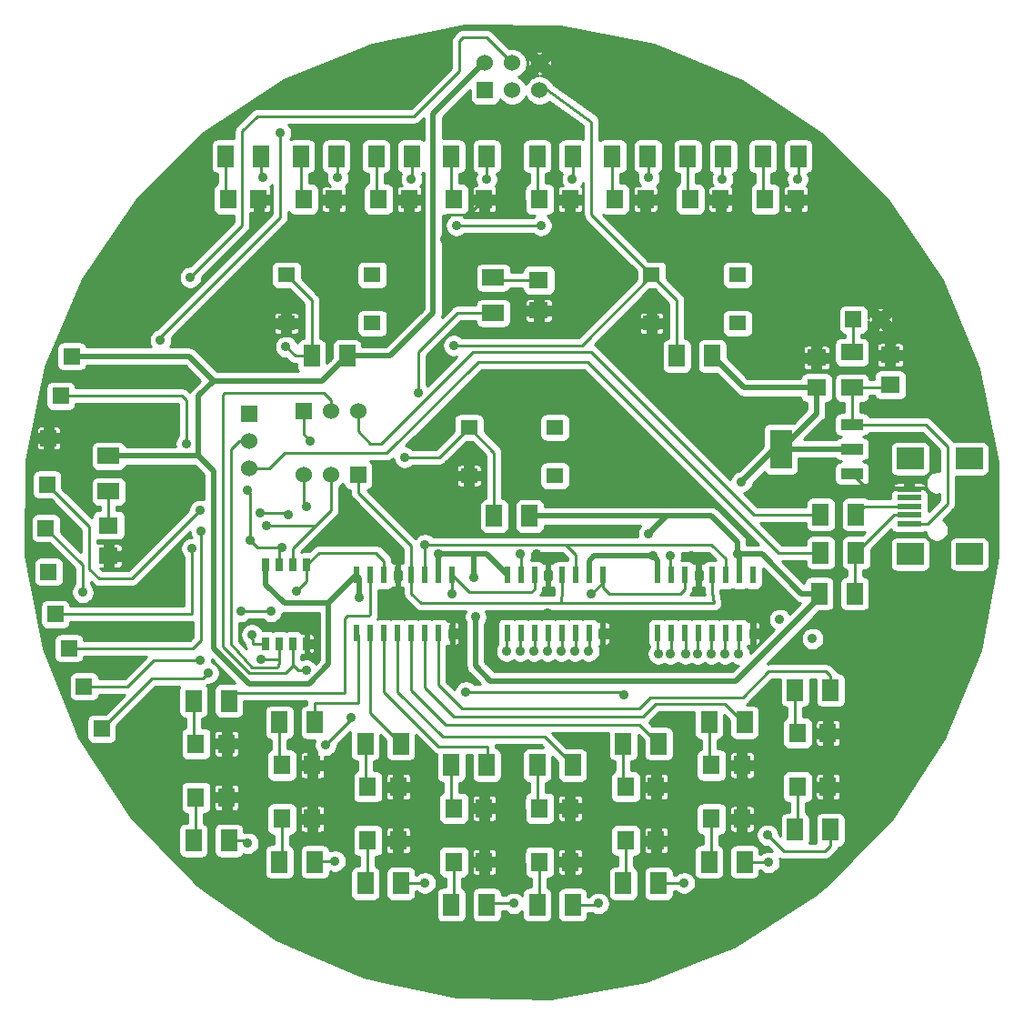
<source format=gtl>
G04 (created by PCBNEW (2013-07-07 BZR 4022)-stable) date 4/28/2015 8:48:13 PM*
%MOIN*%
G04 Gerber Fmt 3.4, Leading zero omitted, Abs format*
%FSLAX34Y34*%
G01*
G70*
G90*
G04 APERTURE LIST*
%ADD10C,0.00590551*%
%ADD11R,0.0906X0.0197*%
%ADD12R,0.0984X0.0787*%
%ADD13R,0.08X0.144*%
%ADD14R,0.08X0.04*%
%ADD15R,0.06X0.08*%
%ADD16R,0.08X0.06*%
%ADD17R,0.06X0.06*%
%ADD18C,0.06*%
%ADD19R,0.0629X0.0709*%
%ADD20R,0.0709X0.0629*%
%ADD21R,0.0629921X0.0551181*%
%ADD22R,0.025X0.05*%
%ADD23R,0.071X0.063*%
%ADD24R,0.023622X0.0610236*%
%ADD25C,0.035*%
%ADD26C,0.01*%
%ADD27C,0.02*%
G04 APERTURE END LIST*
G54D10*
G54D11*
X93692Y-41930D03*
X93692Y-41615D03*
X93692Y-41300D03*
X93692Y-40985D03*
X93692Y-40670D03*
G54D12*
X93731Y-43052D03*
X95896Y-43052D03*
X93731Y-39548D03*
X95896Y-39548D03*
G54D13*
X89000Y-39200D03*
G54D14*
X91600Y-39200D03*
X91600Y-38300D03*
X91600Y-40100D03*
G54D15*
X84114Y-28464D03*
X82814Y-28464D03*
X71909Y-54330D03*
X70609Y-54330D03*
X75059Y-55118D03*
X73759Y-55118D03*
X78209Y-55905D03*
X76909Y-55905D03*
X81358Y-55905D03*
X80058Y-55905D03*
X84508Y-55118D03*
X83208Y-55118D03*
X87657Y-54330D03*
X86357Y-54330D03*
X69941Y-28464D03*
X68641Y-28464D03*
X72697Y-28464D03*
X71397Y-28464D03*
X75453Y-28464D03*
X74153Y-28464D03*
X78209Y-28464D03*
X76909Y-28464D03*
X81358Y-28464D03*
X80058Y-28464D03*
X90807Y-53149D03*
X89507Y-53149D03*
X86870Y-28464D03*
X85570Y-28464D03*
X89626Y-28464D03*
X88326Y-28464D03*
X86476Y-35787D03*
X85176Y-35787D03*
X79783Y-41653D03*
X78483Y-41653D03*
X73090Y-35787D03*
X71790Y-35787D03*
X68760Y-53543D03*
X67460Y-53543D03*
X68760Y-48425D03*
X67460Y-48425D03*
X71909Y-49212D03*
X70609Y-49212D03*
X75059Y-50000D03*
X73759Y-50000D03*
X78209Y-50787D03*
X76909Y-50787D03*
X81358Y-50787D03*
X80058Y-50787D03*
X84508Y-50000D03*
X83208Y-50000D03*
X87657Y-49212D03*
X86357Y-49212D03*
X90807Y-48031D03*
X89507Y-48031D03*
G54D16*
X64350Y-39450D03*
X64350Y-40750D03*
X91600Y-35650D03*
X91600Y-36950D03*
G54D17*
X78150Y-26050D03*
G54D18*
X78150Y-25050D03*
X79150Y-26050D03*
X79150Y-25050D03*
X80150Y-26050D03*
X80150Y-25050D03*
G54D19*
X70700Y-52755D03*
X71818Y-52755D03*
G54D20*
X64350Y-41991D03*
X64350Y-43109D03*
G54D19*
X89598Y-49606D03*
X90716Y-49606D03*
X88417Y-30039D03*
X89535Y-30039D03*
X85661Y-30039D03*
X86779Y-30039D03*
X82905Y-30039D03*
X84023Y-30039D03*
X80149Y-30039D03*
X81267Y-30039D03*
X77000Y-30039D03*
X78118Y-30039D03*
X74244Y-30039D03*
X75362Y-30039D03*
X71488Y-30039D03*
X72606Y-30039D03*
X68732Y-30039D03*
X69850Y-30039D03*
X86448Y-50787D03*
X87566Y-50787D03*
X83299Y-51574D03*
X84417Y-51574D03*
X80149Y-52362D03*
X81267Y-52362D03*
X67551Y-51968D03*
X68669Y-51968D03*
X67551Y-50000D03*
X68669Y-50000D03*
X70700Y-50787D03*
X71818Y-50787D03*
X73850Y-51574D03*
X74968Y-51574D03*
X77000Y-52362D03*
X78118Y-52362D03*
X89598Y-51574D03*
X90716Y-51574D03*
X86448Y-52755D03*
X87566Y-52755D03*
X83299Y-53543D03*
X84417Y-53543D03*
X80149Y-54330D03*
X81267Y-54330D03*
X77000Y-54330D03*
X78118Y-54330D03*
X73850Y-53543D03*
X74968Y-53543D03*
G54D21*
X87401Y-34586D03*
X87401Y-32814D03*
X84251Y-32814D03*
X84251Y-34586D03*
X74015Y-34586D03*
X74015Y-32814D03*
X70866Y-32814D03*
X70866Y-34586D03*
X80708Y-40177D03*
X80708Y-38405D03*
X77559Y-38405D03*
X77559Y-40177D03*
G54D22*
X70116Y-46336D03*
X70616Y-46336D03*
X71116Y-46336D03*
X71616Y-46336D03*
X71616Y-43449D03*
X71116Y-43449D03*
X70616Y-43427D03*
X70116Y-43427D03*
G54D17*
X91650Y-34450D03*
G54D18*
X92650Y-34450D03*
G54D23*
X93000Y-36850D03*
X93000Y-35750D03*
X90300Y-36950D03*
X90300Y-35850D03*
G54D15*
X90450Y-43000D03*
X91750Y-43000D03*
X90450Y-41600D03*
X91750Y-41600D03*
X90400Y-44500D03*
X91700Y-44500D03*
G54D16*
X78444Y-34212D03*
X78444Y-32912D03*
G54D17*
X69500Y-37900D03*
G54D18*
X69500Y-38900D03*
X69500Y-39900D03*
G54D17*
X71500Y-37800D03*
G54D18*
X72500Y-37800D03*
X73500Y-37800D03*
G54D17*
X73500Y-40150D03*
G54D18*
X72500Y-40150D03*
X71500Y-40150D03*
G54D20*
X80118Y-33003D03*
X80118Y-34121D03*
G54D24*
X73446Y-45944D03*
X73946Y-45944D03*
X74446Y-45944D03*
X74946Y-45944D03*
X75446Y-45944D03*
X75946Y-45944D03*
X76446Y-45944D03*
X76946Y-45944D03*
X76946Y-43818D03*
X76446Y-43818D03*
X75946Y-43818D03*
X75446Y-43818D03*
X74946Y-43818D03*
X74446Y-43818D03*
X73946Y-43818D03*
X73446Y-43818D03*
X84470Y-45944D03*
X84970Y-45944D03*
X85470Y-45944D03*
X85970Y-45944D03*
X86470Y-45944D03*
X86970Y-45944D03*
X87470Y-45944D03*
X87970Y-45944D03*
X87970Y-43818D03*
X87470Y-43818D03*
X86970Y-43818D03*
X86470Y-43818D03*
X85970Y-43818D03*
X85470Y-43818D03*
X84970Y-43818D03*
X84470Y-43818D03*
X78958Y-45944D03*
X79458Y-45944D03*
X79958Y-45944D03*
X80458Y-45944D03*
X80958Y-45944D03*
X81458Y-45944D03*
X81958Y-45944D03*
X82458Y-45944D03*
X82458Y-43818D03*
X81958Y-43818D03*
X81458Y-43818D03*
X80958Y-43818D03*
X80458Y-43818D03*
X79958Y-43818D03*
X79458Y-43818D03*
X78958Y-43818D03*
G54D17*
X62150Y-43700D03*
X62400Y-45250D03*
X63450Y-47900D03*
X64100Y-49450D03*
X63000Y-35800D03*
X62600Y-37250D03*
X62100Y-40500D03*
X62050Y-42100D03*
X62150Y-38800D03*
X62900Y-46500D03*
G54D25*
X88950Y-45450D03*
X90150Y-46150D03*
X66250Y-35200D03*
X70650Y-27600D03*
X70150Y-42000D03*
X67750Y-42200D03*
X71600Y-47300D03*
X68000Y-47400D03*
X75200Y-39500D03*
X71750Y-38900D03*
X67350Y-32900D03*
X69200Y-45150D03*
X70300Y-45150D03*
X71250Y-44400D03*
X67200Y-39000D03*
X69600Y-46000D03*
X77000Y-35400D03*
X69450Y-40700D03*
X69550Y-42550D03*
X67400Y-42850D03*
X75950Y-42700D03*
X70700Y-42800D03*
X69950Y-46900D03*
X67700Y-46950D03*
X70850Y-35450D03*
X67700Y-41450D03*
X69900Y-41550D03*
X70950Y-41600D03*
X76950Y-44500D03*
X63400Y-44450D03*
X72300Y-50050D03*
X73250Y-49050D03*
X77450Y-48100D03*
X83250Y-48200D03*
X82050Y-44500D03*
X76673Y-31496D03*
X75688Y-31496D03*
X76050Y-41400D03*
X74250Y-42200D03*
X80050Y-43050D03*
X80450Y-45200D03*
X88550Y-44850D03*
X85700Y-43100D03*
X72700Y-50650D03*
X71950Y-46900D03*
X75700Y-37150D03*
X71600Y-41300D03*
X80950Y-46600D03*
X85450Y-55100D03*
X81450Y-46600D03*
X88550Y-54350D03*
X81950Y-46600D03*
X88500Y-53350D03*
X70000Y-29250D03*
X77100Y-31000D03*
X80200Y-31000D03*
X84950Y-43100D03*
X72750Y-29250D03*
X84500Y-46700D03*
X75450Y-29300D03*
X84950Y-46700D03*
X85500Y-46700D03*
X78200Y-29300D03*
X81350Y-29300D03*
X85950Y-46700D03*
X84150Y-29250D03*
X86450Y-46700D03*
X86850Y-29300D03*
X86950Y-46700D03*
X89600Y-29300D03*
X87450Y-46700D03*
X69450Y-53650D03*
X79450Y-43050D03*
X78950Y-46600D03*
X72650Y-54300D03*
X79450Y-46600D03*
X75950Y-55100D03*
X79950Y-46600D03*
X79200Y-55850D03*
X80450Y-46600D03*
X82300Y-55850D03*
X77750Y-43900D03*
X77800Y-45350D03*
X84150Y-42300D03*
X84300Y-43100D03*
X87400Y-43050D03*
X87550Y-40400D03*
X73550Y-44650D03*
X76450Y-43050D03*
G54D26*
X66250Y-35100D02*
X66250Y-35200D01*
X70650Y-30700D02*
X66250Y-35100D01*
X70650Y-27600D02*
X70650Y-30700D01*
X62900Y-46500D02*
X67450Y-46500D01*
X70150Y-42000D02*
X71950Y-42000D01*
X67750Y-46200D02*
X67750Y-42200D01*
X67450Y-46500D02*
X67750Y-46200D01*
X72500Y-40150D02*
X72500Y-41450D01*
X71116Y-42833D02*
X71116Y-43449D01*
X72500Y-41450D02*
X71950Y-42000D01*
X71950Y-42000D02*
X71116Y-42833D01*
X80950Y-44850D02*
X75800Y-44850D01*
X75446Y-44496D02*
X75446Y-43818D01*
X75800Y-44850D02*
X75446Y-44496D01*
X73500Y-40150D02*
X73500Y-40800D01*
X73500Y-40800D02*
X75446Y-42746D01*
X75446Y-42746D02*
X75446Y-43818D01*
X86470Y-43818D02*
X86470Y-44429D01*
X86550Y-44850D02*
X80950Y-44850D01*
X86470Y-44429D02*
X86550Y-44850D01*
X80958Y-44341D02*
X80958Y-43818D01*
X80950Y-44850D02*
X80958Y-44341D01*
X64100Y-49450D02*
X65950Y-47600D01*
X71316Y-47300D02*
X71116Y-47100D01*
X71600Y-47300D02*
X71316Y-47300D01*
X67800Y-47600D02*
X68000Y-47400D01*
X65950Y-47600D02*
X67800Y-47600D01*
X72500Y-37800D02*
X72500Y-37400D01*
X71116Y-47133D02*
X71116Y-47100D01*
X71116Y-47100D02*
X71116Y-46336D01*
X70850Y-47400D02*
X71116Y-47133D01*
X69500Y-47400D02*
X70850Y-47400D01*
X68550Y-46450D02*
X69500Y-47400D01*
X68550Y-37200D02*
X68550Y-46450D01*
X68600Y-37150D02*
X68550Y-37200D01*
X72250Y-37150D02*
X68600Y-37150D01*
X72500Y-37400D02*
X72250Y-37150D01*
X71500Y-37800D02*
X71500Y-38650D01*
X76464Y-39500D02*
X77559Y-38405D01*
X75200Y-39500D02*
X76464Y-39500D01*
X71500Y-38650D02*
X71750Y-38900D01*
X77559Y-38405D02*
X78483Y-39330D01*
X78483Y-39330D02*
X78483Y-41653D01*
X78200Y-24100D02*
X79150Y-25050D01*
X77350Y-24100D02*
X78200Y-24100D01*
X77200Y-24250D02*
X77350Y-24100D01*
X77200Y-25350D02*
X77200Y-24250D01*
X75550Y-27000D02*
X77200Y-25350D01*
X69800Y-27000D02*
X75550Y-27000D01*
X69250Y-27550D02*
X69800Y-27000D01*
X69250Y-31000D02*
X69250Y-27550D01*
X67350Y-32900D02*
X69250Y-31000D01*
X71616Y-43449D02*
X71616Y-44033D01*
X70300Y-45150D02*
X69200Y-45150D01*
X71616Y-44033D02*
X71250Y-44400D01*
X71616Y-43449D02*
X72065Y-43000D01*
X74446Y-43296D02*
X74446Y-43818D01*
X74150Y-43000D02*
X74446Y-43296D01*
X72065Y-43000D02*
X74150Y-43000D01*
X62600Y-37250D02*
X67050Y-37250D01*
X67200Y-37400D02*
X67200Y-39000D01*
X67050Y-37250D02*
X67200Y-37400D01*
X80150Y-26050D02*
X80444Y-26050D01*
X82050Y-30612D02*
X84251Y-32814D01*
X82050Y-27200D02*
X82050Y-30612D01*
X80444Y-26050D02*
X82050Y-27200D01*
X84251Y-32814D02*
X84251Y-32848D01*
X69636Y-46336D02*
X70116Y-46336D01*
X69600Y-46000D02*
X69636Y-46336D01*
X81700Y-35400D02*
X77000Y-35400D01*
X84251Y-32848D02*
X81700Y-35400D01*
X84251Y-32814D02*
X85176Y-33739D01*
X85176Y-33739D02*
X85176Y-35787D01*
X69550Y-40800D02*
X69550Y-42550D01*
X69450Y-40700D02*
X69550Y-40800D01*
X62400Y-45250D02*
X67400Y-45250D01*
X69800Y-42800D02*
X70700Y-42800D01*
X69550Y-42550D02*
X69800Y-42800D01*
X67400Y-45250D02*
X67400Y-42850D01*
X86970Y-43818D02*
X86970Y-43220D01*
X86450Y-42700D02*
X81100Y-42700D01*
X86970Y-43220D02*
X86450Y-42700D01*
X81458Y-43818D02*
X81458Y-43058D01*
X81100Y-42700D02*
X75950Y-42700D01*
X81458Y-43058D02*
X81100Y-42700D01*
X70616Y-43427D02*
X70616Y-42883D01*
X75946Y-42703D02*
X75946Y-43818D01*
X75950Y-42700D02*
X75946Y-42703D01*
X70616Y-42883D02*
X70700Y-42800D01*
X63450Y-47900D02*
X65050Y-47900D01*
X69950Y-46900D02*
X70616Y-46900D01*
X66000Y-46950D02*
X67700Y-46950D01*
X65050Y-47900D02*
X66000Y-46950D01*
X69500Y-38900D02*
X69150Y-38900D01*
X70616Y-47033D02*
X70616Y-46900D01*
X70616Y-46900D02*
X70616Y-46336D01*
X70550Y-47200D02*
X70616Y-47033D01*
X69600Y-47200D02*
X70550Y-47200D01*
X68850Y-46350D02*
X69600Y-47200D01*
X68850Y-39200D02*
X68850Y-46350D01*
X69150Y-38900D02*
X68850Y-39200D01*
X71187Y-35787D02*
X71790Y-35787D01*
X70850Y-35450D02*
X71187Y-35787D01*
X70866Y-32814D02*
X71790Y-33739D01*
X71790Y-33739D02*
X71790Y-35787D01*
X76946Y-43818D02*
X76946Y-44496D01*
X63650Y-42050D02*
X62100Y-40500D01*
X63650Y-43600D02*
X63650Y-42050D01*
X64000Y-43950D02*
X63650Y-43600D01*
X65200Y-43950D02*
X64000Y-43950D01*
X67700Y-41450D02*
X65200Y-43950D01*
X70900Y-41550D02*
X69900Y-41550D01*
X70950Y-41600D02*
X70900Y-41550D01*
X76946Y-44496D02*
X76950Y-44500D01*
X76946Y-43818D02*
X77577Y-44450D01*
X79958Y-44341D02*
X79958Y-43818D01*
X79850Y-44450D02*
X79958Y-44341D01*
X77577Y-44450D02*
X79850Y-44450D01*
X82458Y-43818D02*
X82458Y-44091D01*
X63400Y-43450D02*
X62050Y-42100D01*
X63400Y-44450D02*
X63400Y-43450D01*
X73250Y-49100D02*
X72300Y-50050D01*
X73250Y-49050D02*
X73250Y-49100D01*
X83150Y-48100D02*
X77450Y-48100D01*
X83250Y-48200D02*
X83150Y-48100D01*
X82458Y-44091D02*
X82050Y-44500D01*
X82458Y-43818D02*
X82458Y-44258D01*
X85470Y-44329D02*
X85470Y-43818D01*
X85300Y-44500D02*
X85470Y-44329D01*
X82700Y-44500D02*
X85300Y-44500D01*
X82458Y-44258D02*
X82700Y-44500D01*
X75362Y-30039D02*
X75362Y-31169D01*
X77547Y-30610D02*
X78118Y-30039D01*
X76771Y-30610D02*
X77547Y-30610D01*
X76673Y-30708D02*
X76771Y-30610D01*
X76673Y-31496D02*
X76673Y-30708D01*
X75362Y-31169D02*
X75688Y-31496D01*
X93692Y-40670D02*
X92170Y-40670D01*
X92170Y-40670D02*
X91600Y-40100D01*
X74946Y-43818D02*
X74946Y-42896D01*
X77272Y-40177D02*
X77559Y-40177D01*
X76050Y-41400D02*
X77272Y-40177D01*
X74946Y-42896D02*
X74250Y-42200D01*
X74946Y-43818D02*
X74946Y-45046D01*
X76946Y-45496D02*
X76946Y-45944D01*
X76750Y-45300D02*
X76946Y-45496D01*
X75200Y-45300D02*
X76750Y-45300D01*
X74946Y-45046D02*
X75200Y-45300D01*
X82458Y-45944D02*
X82458Y-45558D01*
X80458Y-43458D02*
X80458Y-43818D01*
X80050Y-43050D02*
X80458Y-43458D01*
X82100Y-45200D02*
X80450Y-45200D01*
X82458Y-45558D02*
X82100Y-45200D01*
X85970Y-43818D02*
X85970Y-43370D01*
X85970Y-43370D02*
X85700Y-43100D01*
X71616Y-46336D02*
X71616Y-46566D01*
X72562Y-50787D02*
X71818Y-50787D01*
X72700Y-50650D02*
X72562Y-50787D01*
X71616Y-46566D02*
X71950Y-46900D01*
X91650Y-34450D02*
X91650Y-35600D01*
X91650Y-35600D02*
X91600Y-35650D01*
X71500Y-40150D02*
X71500Y-41200D01*
X77137Y-34212D02*
X78444Y-34212D01*
X75700Y-35650D02*
X77137Y-34212D01*
X75700Y-37150D02*
X75700Y-35650D01*
X71500Y-41200D02*
X71600Y-41300D01*
X69500Y-39900D02*
X70250Y-39900D01*
X88900Y-43000D02*
X90450Y-43000D01*
X81900Y-36000D02*
X88900Y-43000D01*
X77900Y-36000D02*
X81900Y-36000D01*
X74550Y-39350D02*
X77900Y-36000D01*
X70800Y-39350D02*
X74550Y-39350D01*
X70250Y-39900D02*
X70800Y-39350D01*
X73946Y-43818D02*
X73946Y-45246D01*
X69035Y-48150D02*
X68760Y-48425D01*
X73000Y-48150D02*
X69035Y-48150D01*
X73000Y-45400D02*
X73000Y-48150D01*
X73100Y-45300D02*
X73000Y-45400D01*
X73893Y-45300D02*
X73100Y-45300D01*
X73946Y-45246D02*
X73893Y-45300D01*
X71909Y-49212D02*
X71909Y-48509D01*
X73500Y-45998D02*
X73446Y-45944D01*
X73500Y-48500D02*
X73500Y-45998D01*
X71919Y-48500D02*
X73500Y-48500D01*
X71909Y-48509D02*
X71919Y-48500D01*
X75059Y-50000D02*
X73946Y-48887D01*
X73946Y-48887D02*
X73946Y-45944D01*
X78209Y-50787D02*
X78250Y-50746D01*
X74446Y-48096D02*
X74446Y-45944D01*
X76450Y-50100D02*
X74446Y-48096D01*
X78250Y-50100D02*
X76450Y-50100D01*
X78250Y-50746D02*
X78250Y-50100D01*
X91600Y-36950D02*
X92900Y-36950D01*
X92900Y-36950D02*
X93000Y-36850D01*
X91600Y-38300D02*
X91600Y-36950D01*
X91600Y-38300D02*
X94300Y-38300D01*
X94370Y-41930D02*
X93692Y-41930D01*
X95100Y-41200D02*
X94370Y-41930D01*
X95100Y-39100D02*
X95100Y-41200D01*
X94300Y-38300D02*
X95100Y-39100D01*
X93692Y-41300D02*
X92050Y-41300D01*
X92050Y-41300D02*
X91750Y-41600D01*
X84508Y-55118D02*
X85431Y-55118D01*
X80958Y-46591D02*
X80958Y-45944D01*
X80950Y-46600D02*
X80958Y-46591D01*
X85431Y-55118D02*
X85450Y-55100D01*
X87657Y-54330D02*
X88530Y-54330D01*
X81458Y-46591D02*
X81458Y-45944D01*
X81450Y-46600D02*
X81458Y-46591D01*
X88530Y-54330D02*
X88550Y-54350D01*
X90807Y-53149D02*
X90807Y-53742D01*
X81958Y-46591D02*
X81958Y-45944D01*
X81950Y-46600D02*
X81958Y-46591D01*
X89100Y-53950D02*
X88500Y-53350D01*
X90600Y-53950D02*
X89100Y-53950D01*
X90807Y-53742D02*
X90600Y-53950D01*
X84970Y-43818D02*
X84950Y-43798D01*
X69941Y-29191D02*
X69941Y-28464D01*
X70000Y-29250D02*
X69941Y-29191D01*
X80200Y-31000D02*
X77100Y-31000D01*
X84950Y-43798D02*
X84950Y-43100D01*
X84470Y-45944D02*
X84470Y-46670D01*
X72750Y-28517D02*
X72697Y-28464D01*
X72750Y-29250D02*
X72750Y-28517D01*
X84470Y-46670D02*
X84500Y-46700D01*
X84970Y-45944D02*
X84970Y-46679D01*
X75453Y-29296D02*
X75453Y-28464D01*
X75450Y-29300D02*
X75453Y-29296D01*
X84970Y-46679D02*
X84950Y-46700D01*
X78209Y-28464D02*
X78200Y-28473D01*
X85500Y-45974D02*
X85470Y-45944D01*
X85500Y-46700D02*
X85500Y-45974D01*
X78200Y-28473D02*
X78200Y-29300D01*
X85970Y-45944D02*
X85950Y-45965D01*
X81358Y-29291D02*
X81358Y-28464D01*
X81350Y-29300D02*
X81358Y-29291D01*
X85950Y-45965D02*
X85950Y-46700D01*
X86470Y-45944D02*
X86450Y-45965D01*
X84150Y-28500D02*
X84114Y-28464D01*
X84150Y-29250D02*
X84150Y-28500D01*
X86450Y-45965D02*
X86450Y-46700D01*
X86970Y-45944D02*
X86950Y-45965D01*
X86850Y-28485D02*
X86870Y-28464D01*
X86850Y-29300D02*
X86850Y-28485D01*
X86950Y-45965D02*
X86950Y-46700D01*
X87470Y-45944D02*
X87450Y-45965D01*
X89626Y-29273D02*
X89626Y-28464D01*
X89600Y-29300D02*
X89626Y-29273D01*
X87450Y-45965D02*
X87450Y-46700D01*
X81358Y-50787D02*
X80321Y-49750D01*
X74946Y-48096D02*
X74946Y-45944D01*
X76600Y-49750D02*
X74946Y-48096D01*
X80321Y-49750D02*
X76600Y-49750D01*
X84508Y-50000D02*
X83808Y-49300D01*
X75446Y-48046D02*
X75446Y-45944D01*
X76700Y-49300D02*
X75446Y-48046D01*
X83808Y-49300D02*
X76700Y-49300D01*
X87657Y-49212D02*
X87612Y-49212D01*
X75946Y-47946D02*
X75946Y-45944D01*
X77000Y-49000D02*
X75946Y-47946D01*
X83950Y-49000D02*
X77000Y-49000D01*
X84400Y-48550D02*
X83950Y-49000D01*
X86950Y-48550D02*
X84400Y-48550D01*
X87612Y-49212D02*
X86950Y-48550D01*
X90807Y-48031D02*
X90807Y-47507D01*
X76446Y-47846D02*
X76446Y-45944D01*
X77300Y-48700D02*
X76446Y-47846D01*
X83800Y-48700D02*
X77300Y-48700D01*
X84200Y-48300D02*
X83800Y-48700D01*
X87600Y-48300D02*
X84200Y-48300D01*
X88550Y-47350D02*
X87600Y-48300D01*
X90650Y-47350D02*
X88550Y-47350D01*
X90807Y-47507D02*
X90650Y-47350D01*
X79458Y-43818D02*
X79458Y-43058D01*
X69343Y-53543D02*
X68760Y-53543D01*
X69450Y-53650D02*
X69343Y-53543D01*
X79458Y-43058D02*
X79450Y-43050D01*
X71909Y-54330D02*
X71940Y-54300D01*
X78950Y-45953D02*
X78958Y-45944D01*
X78950Y-46600D02*
X78950Y-45953D01*
X71940Y-54300D02*
X72650Y-54300D01*
X75059Y-55118D02*
X75077Y-55100D01*
X79450Y-45953D02*
X79458Y-45944D01*
X79450Y-46600D02*
X79450Y-45953D01*
X75077Y-55100D02*
X75950Y-55100D01*
X78209Y-55905D02*
X78264Y-55850D01*
X79958Y-46591D02*
X79958Y-45944D01*
X79950Y-46600D02*
X79958Y-46591D01*
X78264Y-55850D02*
X79200Y-55850D01*
X81358Y-55905D02*
X82244Y-55905D01*
X80458Y-46591D02*
X80458Y-45944D01*
X80450Y-46600D02*
X80458Y-46591D01*
X82244Y-55905D02*
X82300Y-55850D01*
X67460Y-48425D02*
X67460Y-49909D01*
X67460Y-49909D02*
X67551Y-50000D01*
X89507Y-48031D02*
X89507Y-49515D01*
X89507Y-49515D02*
X89598Y-49606D01*
X86357Y-49212D02*
X86357Y-50696D01*
X86357Y-50696D02*
X86448Y-50787D01*
X83208Y-50000D02*
X83208Y-51483D01*
X83208Y-51483D02*
X83299Y-51574D01*
X80058Y-50787D02*
X80058Y-52271D01*
X80058Y-52271D02*
X80149Y-52362D01*
X80118Y-33003D02*
X78535Y-33003D01*
X78535Y-33003D02*
X78444Y-32912D01*
X76909Y-50787D02*
X76909Y-52271D01*
X76909Y-52271D02*
X77000Y-52362D01*
X73759Y-50000D02*
X73759Y-51483D01*
X73759Y-51483D02*
X73850Y-51574D01*
X70609Y-49212D02*
X70609Y-50696D01*
X70609Y-50696D02*
X70700Y-50787D01*
X88326Y-28464D02*
X88326Y-29948D01*
X88326Y-29948D02*
X88417Y-30039D01*
X85570Y-28464D02*
X85570Y-29948D01*
X85570Y-29948D02*
X85661Y-30039D01*
X82814Y-28464D02*
X82814Y-29948D01*
X82814Y-29948D02*
X82905Y-30039D01*
X80058Y-28464D02*
X80058Y-29948D01*
X80058Y-29948D02*
X80149Y-30039D01*
X76909Y-28464D02*
X76909Y-29948D01*
X76909Y-29948D02*
X77000Y-30039D01*
X74153Y-28464D02*
X74153Y-29948D01*
X74153Y-29948D02*
X74244Y-30039D01*
X71397Y-28464D02*
X71397Y-29948D01*
X71397Y-29948D02*
X71488Y-30039D01*
X68641Y-28464D02*
X68641Y-29948D01*
X68641Y-29948D02*
X68732Y-30039D01*
X77000Y-54330D02*
X77000Y-55814D01*
X77000Y-55814D02*
X76909Y-55905D01*
X73850Y-53543D02*
X73850Y-55027D01*
X73850Y-55027D02*
X73759Y-55118D01*
X70700Y-52755D02*
X70700Y-54239D01*
X70700Y-54239D02*
X70609Y-54330D01*
X67551Y-51968D02*
X67551Y-53452D01*
X67551Y-53452D02*
X67460Y-53543D01*
X64350Y-40750D02*
X64350Y-41991D01*
X89598Y-51574D02*
X89598Y-53058D01*
X89598Y-53058D02*
X89507Y-53149D01*
X91700Y-44500D02*
X91700Y-43050D01*
X91700Y-43050D02*
X91750Y-43000D01*
X93692Y-41615D02*
X93135Y-41615D01*
X93135Y-41615D02*
X91750Y-43000D01*
X86448Y-52755D02*
X86448Y-54239D01*
X86448Y-54239D02*
X86357Y-54330D01*
X83299Y-53543D02*
X83299Y-55027D01*
X83299Y-55027D02*
X83208Y-55118D01*
X80149Y-54330D02*
X80149Y-55814D01*
X80149Y-55814D02*
X80058Y-55905D01*
X90450Y-41600D02*
X88000Y-41600D01*
X73500Y-38550D02*
X73500Y-37800D01*
X73950Y-39000D02*
X73500Y-38550D01*
X74350Y-39000D02*
X73950Y-39000D01*
X77700Y-35650D02*
X74350Y-39000D01*
X82050Y-35650D02*
X77700Y-35650D01*
X88000Y-41600D02*
X82050Y-35650D01*
G54D27*
X90400Y-44500D02*
X90400Y-44650D01*
X77750Y-43900D02*
X77750Y-43050D01*
X77800Y-47150D02*
X77800Y-45350D01*
X78350Y-47700D02*
X77800Y-47150D01*
X87350Y-47700D02*
X78350Y-47700D01*
X90400Y-44650D02*
X87350Y-47700D01*
X79783Y-41653D02*
X84796Y-41653D01*
X84796Y-41653D02*
X84800Y-41650D01*
X78150Y-25050D02*
X78100Y-25050D01*
X74662Y-35787D02*
X73090Y-35787D01*
X76250Y-34200D02*
X74662Y-35787D01*
X76250Y-26900D02*
X76250Y-34200D01*
X78100Y-25050D02*
X76250Y-26900D01*
X63000Y-35800D02*
X67300Y-35800D01*
X67300Y-35800D02*
X68200Y-36700D01*
X90400Y-44500D02*
X89750Y-44500D01*
X88300Y-43050D02*
X87400Y-43050D01*
X89750Y-44500D02*
X88300Y-43050D01*
X81958Y-43818D02*
X81958Y-43291D01*
X82150Y-43100D02*
X84300Y-43100D01*
X81958Y-43291D02*
X82150Y-43100D01*
X73090Y-35787D02*
X72178Y-36700D01*
X67650Y-37250D02*
X67650Y-39450D01*
X68200Y-36700D02*
X67650Y-37250D01*
X72178Y-36700D02*
X68200Y-36700D01*
X86476Y-35787D02*
X87639Y-36950D01*
X87639Y-36950D02*
X90300Y-36950D01*
X84470Y-43818D02*
X84470Y-43270D01*
X87400Y-42600D02*
X87400Y-43050D01*
X86450Y-41650D02*
X87400Y-42600D01*
X84800Y-41650D02*
X86450Y-41650D01*
X84150Y-42300D02*
X84800Y-41650D01*
X84470Y-43270D02*
X84300Y-43100D01*
X89000Y-39200D02*
X88750Y-39200D01*
X87470Y-43120D02*
X87470Y-43818D01*
X87400Y-43050D02*
X87470Y-43120D01*
X88750Y-39200D02*
X87550Y-40400D01*
X78958Y-43818D02*
X78189Y-43050D01*
X78189Y-43050D02*
X77750Y-43050D01*
X77750Y-43050D02*
X76450Y-43050D01*
X76446Y-43818D02*
X76446Y-43053D01*
X73550Y-43922D02*
X73446Y-43818D01*
X73550Y-44650D02*
X73550Y-43922D01*
X76446Y-43053D02*
X76450Y-43050D01*
X64350Y-39450D02*
X67650Y-39450D01*
X72415Y-47084D02*
X72415Y-44850D01*
X71700Y-47800D02*
X72415Y-47084D01*
X69500Y-47800D02*
X71700Y-47800D01*
X68200Y-46500D02*
X69500Y-47800D01*
X68200Y-40000D02*
X68200Y-46500D01*
X67650Y-39450D02*
X68200Y-40000D01*
X70116Y-43427D02*
X70116Y-44166D01*
X72415Y-44850D02*
X73446Y-43818D01*
X70800Y-44850D02*
X72415Y-44850D01*
X70116Y-44166D02*
X70800Y-44850D01*
X91600Y-39200D02*
X89000Y-39200D01*
X90300Y-36950D02*
X90300Y-37900D01*
X90300Y-37900D02*
X89000Y-39200D01*
G54D10*
G36*
X72065Y-46939D02*
X71948Y-47056D01*
X71930Y-47030D01*
X71891Y-46990D01*
X71891Y-46572D01*
X71891Y-46099D01*
X71891Y-46070D01*
X71885Y-46041D01*
X71873Y-46014D01*
X71857Y-45990D01*
X71836Y-45969D01*
X71811Y-45953D01*
X71784Y-45941D01*
X71755Y-45936D01*
X71716Y-45936D01*
X71678Y-45973D01*
X71678Y-46211D01*
X71853Y-46211D01*
X71891Y-46173D01*
X71891Y-46099D01*
X71891Y-46572D01*
X71891Y-46498D01*
X71853Y-46461D01*
X71678Y-46461D01*
X71678Y-46698D01*
X71716Y-46736D01*
X71755Y-46736D01*
X71784Y-46730D01*
X71811Y-46719D01*
X71836Y-46703D01*
X71857Y-46682D01*
X71873Y-46657D01*
X71885Y-46630D01*
X71891Y-46601D01*
X71891Y-46572D01*
X71891Y-46990D01*
X71872Y-46970D01*
X71803Y-46924D01*
X71726Y-46892D01*
X71644Y-46875D01*
X71561Y-46874D01*
X71479Y-46890D01*
X71416Y-46915D01*
X71416Y-46764D01*
X71434Y-46746D01*
X71445Y-46729D01*
X71447Y-46730D01*
X71476Y-46736D01*
X71516Y-46736D01*
X71553Y-46698D01*
X71553Y-46461D01*
X71491Y-46461D01*
X71491Y-46211D01*
X71553Y-46211D01*
X71553Y-45973D01*
X71516Y-45936D01*
X71476Y-45936D01*
X71447Y-45941D01*
X71445Y-45942D01*
X71435Y-45927D01*
X71401Y-45892D01*
X71360Y-45865D01*
X71315Y-45846D01*
X71267Y-45836D01*
X71218Y-45836D01*
X70966Y-45836D01*
X70918Y-45845D01*
X70873Y-45864D01*
X70866Y-45869D01*
X70860Y-45865D01*
X70815Y-45846D01*
X70767Y-45836D01*
X70718Y-45836D01*
X70466Y-45836D01*
X70418Y-45845D01*
X70373Y-45864D01*
X70366Y-45869D01*
X70360Y-45865D01*
X70315Y-45846D01*
X70267Y-45836D01*
X70218Y-45836D01*
X69992Y-45836D01*
X69977Y-45799D01*
X69930Y-45730D01*
X69872Y-45670D01*
X69803Y-45624D01*
X69726Y-45592D01*
X69644Y-45575D01*
X69561Y-45574D01*
X69479Y-45590D01*
X69402Y-45621D01*
X69332Y-45667D01*
X69272Y-45725D01*
X69225Y-45794D01*
X69192Y-45870D01*
X69175Y-45952D01*
X69174Y-46035D01*
X69189Y-46117D01*
X69220Y-46195D01*
X69265Y-46265D01*
X69323Y-46325D01*
X69333Y-46332D01*
X69337Y-46368D01*
X69340Y-46382D01*
X69341Y-46392D01*
X69345Y-46405D01*
X69349Y-46425D01*
X69355Y-46439D01*
X69358Y-46448D01*
X69364Y-46460D01*
X69372Y-46479D01*
X69380Y-46491D01*
X69385Y-46500D01*
X69393Y-46511D01*
X69399Y-46519D01*
X69150Y-46236D01*
X69150Y-45574D01*
X69232Y-45575D01*
X69314Y-45561D01*
X69392Y-45531D01*
X69462Y-45486D01*
X69501Y-45450D01*
X69998Y-45450D01*
X70023Y-45475D01*
X70091Y-45522D01*
X70168Y-45556D01*
X70249Y-45574D01*
X70332Y-45575D01*
X70414Y-45561D01*
X70492Y-45531D01*
X70562Y-45486D01*
X70623Y-45429D01*
X70671Y-45360D01*
X70705Y-45284D01*
X70723Y-45203D01*
X70723Y-45191D01*
X70727Y-45192D01*
X70729Y-45192D01*
X70730Y-45193D01*
X70762Y-45196D01*
X70795Y-45199D01*
X70798Y-45199D01*
X70798Y-45199D01*
X70798Y-45199D01*
X70800Y-45200D01*
X72065Y-45200D01*
X72065Y-46939D01*
X72065Y-46939D01*
G37*
G54D26*
X72065Y-46939D02*
X71948Y-47056D01*
X71930Y-47030D01*
X71891Y-46990D01*
X71891Y-46572D01*
X71891Y-46099D01*
X71891Y-46070D01*
X71885Y-46041D01*
X71873Y-46014D01*
X71857Y-45990D01*
X71836Y-45969D01*
X71811Y-45953D01*
X71784Y-45941D01*
X71755Y-45936D01*
X71716Y-45936D01*
X71678Y-45973D01*
X71678Y-46211D01*
X71853Y-46211D01*
X71891Y-46173D01*
X71891Y-46099D01*
X71891Y-46572D01*
X71891Y-46498D01*
X71853Y-46461D01*
X71678Y-46461D01*
X71678Y-46698D01*
X71716Y-46736D01*
X71755Y-46736D01*
X71784Y-46730D01*
X71811Y-46719D01*
X71836Y-46703D01*
X71857Y-46682D01*
X71873Y-46657D01*
X71885Y-46630D01*
X71891Y-46601D01*
X71891Y-46572D01*
X71891Y-46990D01*
X71872Y-46970D01*
X71803Y-46924D01*
X71726Y-46892D01*
X71644Y-46875D01*
X71561Y-46874D01*
X71479Y-46890D01*
X71416Y-46915D01*
X71416Y-46764D01*
X71434Y-46746D01*
X71445Y-46729D01*
X71447Y-46730D01*
X71476Y-46736D01*
X71516Y-46736D01*
X71553Y-46698D01*
X71553Y-46461D01*
X71491Y-46461D01*
X71491Y-46211D01*
X71553Y-46211D01*
X71553Y-45973D01*
X71516Y-45936D01*
X71476Y-45936D01*
X71447Y-45941D01*
X71445Y-45942D01*
X71435Y-45927D01*
X71401Y-45892D01*
X71360Y-45865D01*
X71315Y-45846D01*
X71267Y-45836D01*
X71218Y-45836D01*
X70966Y-45836D01*
X70918Y-45845D01*
X70873Y-45864D01*
X70866Y-45869D01*
X70860Y-45865D01*
X70815Y-45846D01*
X70767Y-45836D01*
X70718Y-45836D01*
X70466Y-45836D01*
X70418Y-45845D01*
X70373Y-45864D01*
X70366Y-45869D01*
X70360Y-45865D01*
X70315Y-45846D01*
X70267Y-45836D01*
X70218Y-45836D01*
X69992Y-45836D01*
X69977Y-45799D01*
X69930Y-45730D01*
X69872Y-45670D01*
X69803Y-45624D01*
X69726Y-45592D01*
X69644Y-45575D01*
X69561Y-45574D01*
X69479Y-45590D01*
X69402Y-45621D01*
X69332Y-45667D01*
X69272Y-45725D01*
X69225Y-45794D01*
X69192Y-45870D01*
X69175Y-45952D01*
X69174Y-46035D01*
X69189Y-46117D01*
X69220Y-46195D01*
X69265Y-46265D01*
X69323Y-46325D01*
X69333Y-46332D01*
X69337Y-46368D01*
X69340Y-46382D01*
X69341Y-46392D01*
X69345Y-46405D01*
X69349Y-46425D01*
X69355Y-46439D01*
X69358Y-46448D01*
X69364Y-46460D01*
X69372Y-46479D01*
X69380Y-46491D01*
X69385Y-46500D01*
X69393Y-46511D01*
X69399Y-46519D01*
X69150Y-46236D01*
X69150Y-45574D01*
X69232Y-45575D01*
X69314Y-45561D01*
X69392Y-45531D01*
X69462Y-45486D01*
X69501Y-45450D01*
X69998Y-45450D01*
X70023Y-45475D01*
X70091Y-45522D01*
X70168Y-45556D01*
X70249Y-45574D01*
X70332Y-45575D01*
X70414Y-45561D01*
X70492Y-45531D01*
X70562Y-45486D01*
X70623Y-45429D01*
X70671Y-45360D01*
X70705Y-45284D01*
X70723Y-45203D01*
X70723Y-45191D01*
X70727Y-45192D01*
X70729Y-45192D01*
X70730Y-45193D01*
X70762Y-45196D01*
X70795Y-45199D01*
X70798Y-45199D01*
X70798Y-45199D01*
X70798Y-45199D01*
X70800Y-45200D01*
X72065Y-45200D01*
X72065Y-46939D01*
G54D10*
G36*
X75900Y-34055D02*
X75826Y-34128D01*
X75826Y-30380D01*
X75826Y-30226D01*
X75789Y-30189D01*
X75512Y-30189D01*
X75512Y-30506D01*
X75549Y-30543D01*
X75691Y-30543D01*
X75720Y-30538D01*
X75747Y-30526D01*
X75771Y-30510D01*
X75792Y-30489D01*
X75809Y-30465D01*
X75820Y-30438D01*
X75826Y-30409D01*
X75826Y-30380D01*
X75826Y-34128D01*
X75212Y-34742D01*
X75212Y-30506D01*
X75212Y-30189D01*
X74935Y-30189D01*
X74897Y-30226D01*
X74897Y-30380D01*
X74897Y-30409D01*
X74903Y-30438D01*
X74915Y-30465D01*
X74931Y-30489D01*
X74952Y-30510D01*
X74976Y-30526D01*
X75004Y-30538D01*
X75032Y-30543D01*
X75174Y-30543D01*
X75212Y-30506D01*
X75212Y-34742D01*
X74808Y-35146D01*
X74808Y-30371D01*
X74808Y-29660D01*
X74799Y-29612D01*
X74780Y-29566D01*
X74753Y-29526D01*
X74718Y-29491D01*
X74678Y-29463D01*
X74632Y-29444D01*
X74584Y-29435D01*
X74535Y-29434D01*
X74453Y-29434D01*
X74453Y-29114D01*
X74477Y-29114D01*
X74525Y-29105D01*
X74571Y-29086D01*
X74611Y-29059D01*
X74646Y-29024D01*
X74674Y-28984D01*
X74693Y-28938D01*
X74702Y-28890D01*
X74703Y-28841D01*
X74703Y-28040D01*
X74693Y-27991D01*
X74674Y-27946D01*
X74647Y-27905D01*
X74613Y-27871D01*
X74572Y-27843D01*
X74527Y-27824D01*
X74479Y-27814D01*
X74430Y-27814D01*
X73828Y-27814D01*
X73780Y-27824D01*
X73735Y-27842D01*
X73694Y-27869D01*
X73659Y-27904D01*
X73632Y-27945D01*
X73613Y-27990D01*
X73603Y-28038D01*
X73602Y-28087D01*
X73603Y-28889D01*
X73612Y-28937D01*
X73631Y-28982D01*
X73658Y-29023D01*
X73693Y-29058D01*
X73733Y-29085D01*
X73778Y-29104D01*
X73826Y-29114D01*
X73853Y-29114D01*
X73853Y-29445D01*
X73811Y-29463D01*
X73770Y-29490D01*
X73736Y-29524D01*
X73708Y-29565D01*
X73689Y-29610D01*
X73679Y-29658D01*
X73679Y-29707D01*
X73679Y-30418D01*
X73689Y-30466D01*
X73707Y-30511D01*
X73734Y-30552D01*
X73769Y-30587D01*
X73810Y-30614D01*
X73855Y-30633D01*
X73903Y-30643D01*
X73952Y-30644D01*
X74583Y-30643D01*
X74631Y-30634D01*
X74676Y-30615D01*
X74717Y-30588D01*
X74752Y-30553D01*
X74779Y-30513D01*
X74798Y-30468D01*
X74808Y-30420D01*
X74808Y-30371D01*
X74808Y-35146D01*
X74580Y-35374D01*
X74580Y-34839D01*
X74580Y-33067D01*
X74580Y-32514D01*
X74571Y-32466D01*
X74552Y-32421D01*
X74525Y-32380D01*
X74490Y-32345D01*
X74450Y-32318D01*
X74404Y-32299D01*
X74356Y-32289D01*
X74307Y-32289D01*
X73676Y-32289D01*
X73628Y-32298D01*
X73582Y-32317D01*
X73542Y-32344D01*
X73507Y-32379D01*
X73479Y-32419D01*
X73460Y-32465D01*
X73450Y-32513D01*
X73450Y-32562D01*
X73450Y-33115D01*
X73460Y-33163D01*
X73478Y-33208D01*
X73506Y-33249D01*
X73540Y-33284D01*
X73581Y-33311D01*
X73626Y-33330D01*
X73674Y-33340D01*
X73723Y-33340D01*
X74355Y-33340D01*
X74403Y-33331D01*
X74448Y-33312D01*
X74489Y-33285D01*
X74524Y-33250D01*
X74551Y-33210D01*
X74570Y-33164D01*
X74580Y-33116D01*
X74580Y-33067D01*
X74580Y-34839D01*
X74580Y-34286D01*
X74571Y-34238D01*
X74552Y-34193D01*
X74525Y-34152D01*
X74490Y-34117D01*
X74450Y-34090D01*
X74404Y-34071D01*
X74356Y-34061D01*
X74307Y-34060D01*
X73676Y-34061D01*
X73628Y-34070D01*
X73582Y-34089D01*
X73542Y-34116D01*
X73507Y-34150D01*
X73479Y-34191D01*
X73460Y-34236D01*
X73450Y-34284D01*
X73450Y-34333D01*
X73450Y-34886D01*
X73460Y-34934D01*
X73478Y-34980D01*
X73506Y-35020D01*
X73540Y-35055D01*
X73581Y-35083D01*
X73626Y-35102D01*
X73674Y-35112D01*
X73723Y-35112D01*
X74355Y-35112D01*
X74403Y-35102D01*
X74448Y-35084D01*
X74489Y-35056D01*
X74524Y-35022D01*
X74551Y-34981D01*
X74570Y-34936D01*
X74580Y-34888D01*
X74580Y-34839D01*
X74580Y-35374D01*
X74517Y-35437D01*
X73640Y-35437D01*
X73640Y-35362D01*
X73631Y-35314D01*
X73612Y-35269D01*
X73585Y-35228D01*
X73551Y-35193D01*
X73510Y-35166D01*
X73465Y-35147D01*
X73417Y-35137D01*
X73368Y-35137D01*
X73247Y-35137D01*
X73247Y-28841D01*
X73247Y-28040D01*
X73237Y-27991D01*
X73219Y-27946D01*
X73191Y-27905D01*
X73157Y-27871D01*
X73116Y-27843D01*
X73071Y-27824D01*
X73023Y-27814D01*
X72974Y-27814D01*
X72372Y-27814D01*
X72324Y-27824D01*
X72279Y-27842D01*
X72238Y-27869D01*
X72203Y-27904D01*
X72176Y-27945D01*
X72157Y-27990D01*
X72147Y-28038D01*
X72147Y-28087D01*
X72147Y-28889D01*
X72156Y-28937D01*
X72175Y-28982D01*
X72202Y-29023D01*
X72237Y-29058D01*
X72277Y-29085D01*
X72322Y-29104D01*
X72347Y-29109D01*
X72342Y-29120D01*
X72325Y-29202D01*
X72324Y-29285D01*
X72339Y-29367D01*
X72370Y-29445D01*
X72415Y-29515D01*
X72456Y-29557D01*
X72456Y-29572D01*
X72418Y-29534D01*
X72277Y-29534D01*
X72248Y-29540D01*
X72220Y-29551D01*
X72196Y-29568D01*
X72175Y-29588D01*
X72159Y-29613D01*
X72147Y-29640D01*
X72141Y-29669D01*
X72141Y-29698D01*
X72141Y-29851D01*
X72179Y-29889D01*
X72456Y-29889D01*
X72456Y-29881D01*
X72756Y-29881D01*
X72756Y-29889D01*
X73033Y-29889D01*
X73070Y-29851D01*
X73070Y-29698D01*
X73070Y-29669D01*
X73064Y-29640D01*
X73053Y-29613D01*
X73036Y-29588D01*
X73023Y-29575D01*
X73073Y-29529D01*
X73121Y-29460D01*
X73155Y-29384D01*
X73173Y-29303D01*
X73175Y-29208D01*
X73158Y-29126D01*
X73136Y-29072D01*
X73156Y-29059D01*
X73190Y-29024D01*
X73218Y-28984D01*
X73237Y-28938D01*
X73247Y-28890D01*
X73247Y-28841D01*
X73247Y-35137D01*
X73070Y-35137D01*
X73070Y-30380D01*
X73070Y-30226D01*
X73033Y-30189D01*
X72756Y-30189D01*
X72756Y-30506D01*
X72793Y-30543D01*
X72935Y-30543D01*
X72964Y-30538D01*
X72991Y-30526D01*
X73016Y-30510D01*
X73036Y-30489D01*
X73053Y-30465D01*
X73064Y-30438D01*
X73070Y-30409D01*
X73070Y-30380D01*
X73070Y-35137D01*
X72766Y-35137D01*
X72718Y-35146D01*
X72673Y-35165D01*
X72632Y-35192D01*
X72597Y-35227D01*
X72569Y-35267D01*
X72550Y-35313D01*
X72541Y-35361D01*
X72540Y-35410D01*
X72540Y-35842D01*
X72456Y-35927D01*
X72456Y-30506D01*
X72456Y-30189D01*
X72179Y-30189D01*
X72141Y-30226D01*
X72141Y-30380D01*
X72141Y-30409D01*
X72147Y-30438D01*
X72159Y-30465D01*
X72175Y-30489D01*
X72196Y-30510D01*
X72220Y-30526D01*
X72248Y-30538D01*
X72277Y-30543D01*
X72418Y-30543D01*
X72456Y-30506D01*
X72456Y-35927D01*
X72341Y-36042D01*
X72340Y-35362D01*
X72331Y-35314D01*
X72312Y-35269D01*
X72285Y-35228D01*
X72251Y-35193D01*
X72210Y-35166D01*
X72165Y-35147D01*
X72117Y-35137D01*
X72090Y-35137D01*
X72090Y-33739D01*
X72088Y-33712D01*
X72085Y-33684D01*
X72085Y-33683D01*
X72085Y-33681D01*
X72077Y-33654D01*
X72069Y-33628D01*
X72068Y-33626D01*
X72068Y-33625D01*
X72055Y-33600D01*
X72042Y-33576D01*
X72041Y-33575D01*
X72040Y-33573D01*
X72023Y-33552D01*
X72006Y-33530D01*
X72003Y-33528D01*
X72003Y-33528D01*
X72003Y-33528D01*
X72003Y-33527D01*
X71431Y-32955D01*
X71431Y-32514D01*
X71421Y-32466D01*
X71402Y-32421D01*
X71375Y-32380D01*
X71341Y-32345D01*
X71300Y-32318D01*
X71255Y-32299D01*
X71207Y-32289D01*
X71158Y-32289D01*
X70526Y-32289D01*
X70478Y-32298D01*
X70433Y-32317D01*
X70392Y-32344D01*
X70357Y-32379D01*
X70330Y-32419D01*
X70311Y-32465D01*
X70301Y-32513D01*
X70301Y-32562D01*
X70301Y-33115D01*
X70310Y-33163D01*
X70329Y-33208D01*
X70356Y-33249D01*
X70391Y-33284D01*
X70431Y-33311D01*
X70476Y-33330D01*
X70524Y-33340D01*
X70573Y-33340D01*
X70967Y-33340D01*
X71490Y-33864D01*
X71490Y-35137D01*
X71466Y-35137D01*
X71418Y-35146D01*
X71373Y-35165D01*
X71332Y-35192D01*
X71331Y-35193D01*
X71331Y-34848D01*
X71331Y-34324D01*
X71331Y-34295D01*
X71325Y-34266D01*
X71313Y-34239D01*
X71297Y-34214D01*
X71276Y-34194D01*
X71251Y-34177D01*
X71224Y-34166D01*
X71195Y-34161D01*
X71053Y-34161D01*
X71016Y-34198D01*
X71016Y-34448D01*
X71293Y-34448D01*
X71331Y-34411D01*
X71331Y-34324D01*
X71331Y-34848D01*
X71331Y-34761D01*
X71293Y-34724D01*
X71016Y-34724D01*
X71016Y-34974D01*
X71053Y-35012D01*
X71195Y-35012D01*
X71224Y-35006D01*
X71251Y-34995D01*
X71276Y-34979D01*
X71297Y-34958D01*
X71313Y-34933D01*
X71325Y-34906D01*
X71331Y-34877D01*
X71331Y-34848D01*
X71331Y-35193D01*
X71297Y-35227D01*
X71269Y-35267D01*
X71252Y-35310D01*
X71227Y-35249D01*
X71180Y-35180D01*
X71122Y-35120D01*
X71053Y-35074D01*
X70976Y-35042D01*
X70894Y-35025D01*
X70811Y-35024D01*
X70729Y-35040D01*
X70716Y-35045D01*
X70716Y-34974D01*
X70716Y-34724D01*
X70716Y-34448D01*
X70716Y-34198D01*
X70678Y-34161D01*
X70536Y-34161D01*
X70507Y-34166D01*
X70480Y-34177D01*
X70455Y-34194D01*
X70435Y-34214D01*
X70418Y-34239D01*
X70407Y-34266D01*
X70401Y-34295D01*
X70401Y-34324D01*
X70401Y-34411D01*
X70438Y-34448D01*
X70716Y-34448D01*
X70716Y-34724D01*
X70438Y-34724D01*
X70401Y-34761D01*
X70401Y-34848D01*
X70401Y-34877D01*
X70407Y-34906D01*
X70418Y-34933D01*
X70435Y-34958D01*
X70455Y-34979D01*
X70480Y-34995D01*
X70507Y-35006D01*
X70536Y-35012D01*
X70678Y-35012D01*
X70716Y-34974D01*
X70716Y-35045D01*
X70652Y-35071D01*
X70582Y-35117D01*
X70522Y-35175D01*
X70475Y-35244D01*
X70442Y-35320D01*
X70425Y-35402D01*
X70424Y-35485D01*
X70439Y-35567D01*
X70470Y-35645D01*
X70515Y-35715D01*
X70573Y-35775D01*
X70641Y-35822D01*
X70718Y-35856D01*
X70799Y-35874D01*
X70850Y-35875D01*
X70975Y-35999D01*
X70996Y-36017D01*
X71017Y-36034D01*
X71019Y-36035D01*
X71020Y-36036D01*
X71044Y-36049D01*
X71069Y-36063D01*
X71070Y-36063D01*
X71072Y-36064D01*
X71098Y-36072D01*
X71125Y-36080D01*
X71126Y-36081D01*
X71128Y-36081D01*
X71155Y-36084D01*
X71183Y-36087D01*
X71186Y-36087D01*
X71186Y-36087D01*
X71186Y-36087D01*
X71187Y-36087D01*
X71240Y-36087D01*
X71240Y-36211D01*
X71250Y-36260D01*
X71269Y-36305D01*
X71296Y-36346D01*
X71300Y-36350D01*
X68344Y-36350D01*
X67547Y-35552D01*
X67522Y-35531D01*
X67497Y-35511D01*
X67496Y-35510D01*
X67494Y-35509D01*
X67466Y-35493D01*
X67437Y-35478D01*
X67436Y-35477D01*
X67434Y-35476D01*
X67403Y-35467D01*
X67372Y-35457D01*
X67370Y-35457D01*
X67369Y-35456D01*
X67337Y-35453D01*
X67304Y-35450D01*
X67301Y-35450D01*
X67301Y-35450D01*
X67301Y-35450D01*
X67300Y-35450D01*
X66593Y-35450D01*
X66621Y-35410D01*
X66655Y-35334D01*
X66673Y-35253D01*
X66675Y-35158D01*
X66665Y-35109D01*
X70862Y-30912D01*
X70879Y-30890D01*
X70897Y-30869D01*
X70898Y-30868D01*
X70899Y-30866D01*
X70912Y-30842D01*
X70925Y-30818D01*
X70926Y-30816D01*
X70926Y-30815D01*
X70935Y-30788D01*
X70943Y-30762D01*
X70943Y-30760D01*
X70944Y-30759D01*
X70946Y-30731D01*
X70949Y-30704D01*
X70949Y-30701D01*
X70949Y-30701D01*
X70949Y-30700D01*
X70950Y-30700D01*
X70950Y-30507D01*
X70951Y-30511D01*
X70979Y-30552D01*
X71013Y-30587D01*
X71054Y-30614D01*
X71099Y-30633D01*
X71147Y-30643D01*
X71196Y-30644D01*
X71827Y-30643D01*
X71875Y-30634D01*
X71920Y-30615D01*
X71961Y-30588D01*
X71996Y-30553D01*
X72023Y-30513D01*
X72042Y-30468D01*
X72052Y-30420D01*
X72052Y-30371D01*
X72052Y-29660D01*
X72043Y-29612D01*
X72024Y-29566D01*
X71997Y-29526D01*
X71962Y-29491D01*
X71922Y-29463D01*
X71877Y-29444D01*
X71829Y-29435D01*
X71779Y-29434D01*
X71697Y-29434D01*
X71697Y-29114D01*
X71721Y-29114D01*
X71769Y-29105D01*
X71815Y-29086D01*
X71856Y-29059D01*
X71890Y-29024D01*
X71918Y-28984D01*
X71937Y-28938D01*
X71947Y-28890D01*
X71947Y-28841D01*
X71947Y-28040D01*
X71937Y-27991D01*
X71919Y-27946D01*
X71891Y-27905D01*
X71857Y-27871D01*
X71816Y-27843D01*
X71771Y-27824D01*
X71723Y-27814D01*
X71674Y-27814D01*
X71072Y-27814D01*
X71024Y-27824D01*
X71006Y-27831D01*
X71021Y-27810D01*
X71055Y-27734D01*
X71073Y-27653D01*
X71075Y-27558D01*
X71058Y-27476D01*
X71027Y-27399D01*
X70980Y-27330D01*
X70951Y-27300D01*
X75550Y-27300D01*
X75577Y-27297D01*
X75605Y-27294D01*
X75606Y-27294D01*
X75608Y-27294D01*
X75634Y-27286D01*
X75661Y-27278D01*
X75662Y-27277D01*
X75664Y-27277D01*
X75688Y-27264D01*
X75713Y-27251D01*
X75714Y-27250D01*
X75716Y-27249D01*
X75737Y-27232D01*
X75759Y-27215D01*
X75761Y-27212D01*
X75761Y-27212D01*
X75761Y-27212D01*
X75762Y-27212D01*
X75900Y-27074D01*
X75900Y-27862D01*
X75872Y-27843D01*
X75827Y-27824D01*
X75779Y-27814D01*
X75730Y-27814D01*
X75128Y-27814D01*
X75080Y-27824D01*
X75035Y-27842D01*
X74994Y-27869D01*
X74959Y-27904D01*
X74932Y-27945D01*
X74913Y-27990D01*
X74903Y-28038D01*
X74902Y-28087D01*
X74903Y-28889D01*
X74912Y-28937D01*
X74931Y-28982D01*
X74958Y-29023D01*
X74993Y-29058D01*
X75033Y-29085D01*
X75072Y-29101D01*
X75042Y-29170D01*
X75025Y-29252D01*
X75024Y-29335D01*
X75039Y-29417D01*
X75070Y-29495D01*
X75095Y-29534D01*
X75032Y-29534D01*
X75004Y-29540D01*
X74976Y-29551D01*
X74952Y-29568D01*
X74931Y-29588D01*
X74915Y-29613D01*
X74903Y-29640D01*
X74897Y-29669D01*
X74897Y-29698D01*
X74897Y-29851D01*
X74935Y-29889D01*
X75212Y-29889D01*
X75212Y-29881D01*
X75512Y-29881D01*
X75512Y-29889D01*
X75789Y-29889D01*
X75826Y-29851D01*
X75826Y-29698D01*
X75826Y-29669D01*
X75820Y-29640D01*
X75809Y-29613D01*
X75792Y-29588D01*
X75777Y-29573D01*
X75821Y-29510D01*
X75855Y-29434D01*
X75873Y-29353D01*
X75875Y-29258D01*
X75858Y-29176D01*
X75828Y-29103D01*
X75871Y-29086D01*
X75900Y-29067D01*
X75900Y-34055D01*
X75900Y-34055D01*
G37*
G54D26*
X75900Y-34055D02*
X75826Y-34128D01*
X75826Y-30380D01*
X75826Y-30226D01*
X75789Y-30189D01*
X75512Y-30189D01*
X75512Y-30506D01*
X75549Y-30543D01*
X75691Y-30543D01*
X75720Y-30538D01*
X75747Y-30526D01*
X75771Y-30510D01*
X75792Y-30489D01*
X75809Y-30465D01*
X75820Y-30438D01*
X75826Y-30409D01*
X75826Y-30380D01*
X75826Y-34128D01*
X75212Y-34742D01*
X75212Y-30506D01*
X75212Y-30189D01*
X74935Y-30189D01*
X74897Y-30226D01*
X74897Y-30380D01*
X74897Y-30409D01*
X74903Y-30438D01*
X74915Y-30465D01*
X74931Y-30489D01*
X74952Y-30510D01*
X74976Y-30526D01*
X75004Y-30538D01*
X75032Y-30543D01*
X75174Y-30543D01*
X75212Y-30506D01*
X75212Y-34742D01*
X74808Y-35146D01*
X74808Y-30371D01*
X74808Y-29660D01*
X74799Y-29612D01*
X74780Y-29566D01*
X74753Y-29526D01*
X74718Y-29491D01*
X74678Y-29463D01*
X74632Y-29444D01*
X74584Y-29435D01*
X74535Y-29434D01*
X74453Y-29434D01*
X74453Y-29114D01*
X74477Y-29114D01*
X74525Y-29105D01*
X74571Y-29086D01*
X74611Y-29059D01*
X74646Y-29024D01*
X74674Y-28984D01*
X74693Y-28938D01*
X74702Y-28890D01*
X74703Y-28841D01*
X74703Y-28040D01*
X74693Y-27991D01*
X74674Y-27946D01*
X74647Y-27905D01*
X74613Y-27871D01*
X74572Y-27843D01*
X74527Y-27824D01*
X74479Y-27814D01*
X74430Y-27814D01*
X73828Y-27814D01*
X73780Y-27824D01*
X73735Y-27842D01*
X73694Y-27869D01*
X73659Y-27904D01*
X73632Y-27945D01*
X73613Y-27990D01*
X73603Y-28038D01*
X73602Y-28087D01*
X73603Y-28889D01*
X73612Y-28937D01*
X73631Y-28982D01*
X73658Y-29023D01*
X73693Y-29058D01*
X73733Y-29085D01*
X73778Y-29104D01*
X73826Y-29114D01*
X73853Y-29114D01*
X73853Y-29445D01*
X73811Y-29463D01*
X73770Y-29490D01*
X73736Y-29524D01*
X73708Y-29565D01*
X73689Y-29610D01*
X73679Y-29658D01*
X73679Y-29707D01*
X73679Y-30418D01*
X73689Y-30466D01*
X73707Y-30511D01*
X73734Y-30552D01*
X73769Y-30587D01*
X73810Y-30614D01*
X73855Y-30633D01*
X73903Y-30643D01*
X73952Y-30644D01*
X74583Y-30643D01*
X74631Y-30634D01*
X74676Y-30615D01*
X74717Y-30588D01*
X74752Y-30553D01*
X74779Y-30513D01*
X74798Y-30468D01*
X74808Y-30420D01*
X74808Y-30371D01*
X74808Y-35146D01*
X74580Y-35374D01*
X74580Y-34839D01*
X74580Y-33067D01*
X74580Y-32514D01*
X74571Y-32466D01*
X74552Y-32421D01*
X74525Y-32380D01*
X74490Y-32345D01*
X74450Y-32318D01*
X74404Y-32299D01*
X74356Y-32289D01*
X74307Y-32289D01*
X73676Y-32289D01*
X73628Y-32298D01*
X73582Y-32317D01*
X73542Y-32344D01*
X73507Y-32379D01*
X73479Y-32419D01*
X73460Y-32465D01*
X73450Y-32513D01*
X73450Y-32562D01*
X73450Y-33115D01*
X73460Y-33163D01*
X73478Y-33208D01*
X73506Y-33249D01*
X73540Y-33284D01*
X73581Y-33311D01*
X73626Y-33330D01*
X73674Y-33340D01*
X73723Y-33340D01*
X74355Y-33340D01*
X74403Y-33331D01*
X74448Y-33312D01*
X74489Y-33285D01*
X74524Y-33250D01*
X74551Y-33210D01*
X74570Y-33164D01*
X74580Y-33116D01*
X74580Y-33067D01*
X74580Y-34839D01*
X74580Y-34286D01*
X74571Y-34238D01*
X74552Y-34193D01*
X74525Y-34152D01*
X74490Y-34117D01*
X74450Y-34090D01*
X74404Y-34071D01*
X74356Y-34061D01*
X74307Y-34060D01*
X73676Y-34061D01*
X73628Y-34070D01*
X73582Y-34089D01*
X73542Y-34116D01*
X73507Y-34150D01*
X73479Y-34191D01*
X73460Y-34236D01*
X73450Y-34284D01*
X73450Y-34333D01*
X73450Y-34886D01*
X73460Y-34934D01*
X73478Y-34980D01*
X73506Y-35020D01*
X73540Y-35055D01*
X73581Y-35083D01*
X73626Y-35102D01*
X73674Y-35112D01*
X73723Y-35112D01*
X74355Y-35112D01*
X74403Y-35102D01*
X74448Y-35084D01*
X74489Y-35056D01*
X74524Y-35022D01*
X74551Y-34981D01*
X74570Y-34936D01*
X74580Y-34888D01*
X74580Y-34839D01*
X74580Y-35374D01*
X74517Y-35437D01*
X73640Y-35437D01*
X73640Y-35362D01*
X73631Y-35314D01*
X73612Y-35269D01*
X73585Y-35228D01*
X73551Y-35193D01*
X73510Y-35166D01*
X73465Y-35147D01*
X73417Y-35137D01*
X73368Y-35137D01*
X73247Y-35137D01*
X73247Y-28841D01*
X73247Y-28040D01*
X73237Y-27991D01*
X73219Y-27946D01*
X73191Y-27905D01*
X73157Y-27871D01*
X73116Y-27843D01*
X73071Y-27824D01*
X73023Y-27814D01*
X72974Y-27814D01*
X72372Y-27814D01*
X72324Y-27824D01*
X72279Y-27842D01*
X72238Y-27869D01*
X72203Y-27904D01*
X72176Y-27945D01*
X72157Y-27990D01*
X72147Y-28038D01*
X72147Y-28087D01*
X72147Y-28889D01*
X72156Y-28937D01*
X72175Y-28982D01*
X72202Y-29023D01*
X72237Y-29058D01*
X72277Y-29085D01*
X72322Y-29104D01*
X72347Y-29109D01*
X72342Y-29120D01*
X72325Y-29202D01*
X72324Y-29285D01*
X72339Y-29367D01*
X72370Y-29445D01*
X72415Y-29515D01*
X72456Y-29557D01*
X72456Y-29572D01*
X72418Y-29534D01*
X72277Y-29534D01*
X72248Y-29540D01*
X72220Y-29551D01*
X72196Y-29568D01*
X72175Y-29588D01*
X72159Y-29613D01*
X72147Y-29640D01*
X72141Y-29669D01*
X72141Y-29698D01*
X72141Y-29851D01*
X72179Y-29889D01*
X72456Y-29889D01*
X72456Y-29881D01*
X72756Y-29881D01*
X72756Y-29889D01*
X73033Y-29889D01*
X73070Y-29851D01*
X73070Y-29698D01*
X73070Y-29669D01*
X73064Y-29640D01*
X73053Y-29613D01*
X73036Y-29588D01*
X73023Y-29575D01*
X73073Y-29529D01*
X73121Y-29460D01*
X73155Y-29384D01*
X73173Y-29303D01*
X73175Y-29208D01*
X73158Y-29126D01*
X73136Y-29072D01*
X73156Y-29059D01*
X73190Y-29024D01*
X73218Y-28984D01*
X73237Y-28938D01*
X73247Y-28890D01*
X73247Y-28841D01*
X73247Y-35137D01*
X73070Y-35137D01*
X73070Y-30380D01*
X73070Y-30226D01*
X73033Y-30189D01*
X72756Y-30189D01*
X72756Y-30506D01*
X72793Y-30543D01*
X72935Y-30543D01*
X72964Y-30538D01*
X72991Y-30526D01*
X73016Y-30510D01*
X73036Y-30489D01*
X73053Y-30465D01*
X73064Y-30438D01*
X73070Y-30409D01*
X73070Y-30380D01*
X73070Y-35137D01*
X72766Y-35137D01*
X72718Y-35146D01*
X72673Y-35165D01*
X72632Y-35192D01*
X72597Y-35227D01*
X72569Y-35267D01*
X72550Y-35313D01*
X72541Y-35361D01*
X72540Y-35410D01*
X72540Y-35842D01*
X72456Y-35927D01*
X72456Y-30506D01*
X72456Y-30189D01*
X72179Y-30189D01*
X72141Y-30226D01*
X72141Y-30380D01*
X72141Y-30409D01*
X72147Y-30438D01*
X72159Y-30465D01*
X72175Y-30489D01*
X72196Y-30510D01*
X72220Y-30526D01*
X72248Y-30538D01*
X72277Y-30543D01*
X72418Y-30543D01*
X72456Y-30506D01*
X72456Y-35927D01*
X72341Y-36042D01*
X72340Y-35362D01*
X72331Y-35314D01*
X72312Y-35269D01*
X72285Y-35228D01*
X72251Y-35193D01*
X72210Y-35166D01*
X72165Y-35147D01*
X72117Y-35137D01*
X72090Y-35137D01*
X72090Y-33739D01*
X72088Y-33712D01*
X72085Y-33684D01*
X72085Y-33683D01*
X72085Y-33681D01*
X72077Y-33654D01*
X72069Y-33628D01*
X72068Y-33626D01*
X72068Y-33625D01*
X72055Y-33600D01*
X72042Y-33576D01*
X72041Y-33575D01*
X72040Y-33573D01*
X72023Y-33552D01*
X72006Y-33530D01*
X72003Y-33528D01*
X72003Y-33528D01*
X72003Y-33528D01*
X72003Y-33527D01*
X71431Y-32955D01*
X71431Y-32514D01*
X71421Y-32466D01*
X71402Y-32421D01*
X71375Y-32380D01*
X71341Y-32345D01*
X71300Y-32318D01*
X71255Y-32299D01*
X71207Y-32289D01*
X71158Y-32289D01*
X70526Y-32289D01*
X70478Y-32298D01*
X70433Y-32317D01*
X70392Y-32344D01*
X70357Y-32379D01*
X70330Y-32419D01*
X70311Y-32465D01*
X70301Y-32513D01*
X70301Y-32562D01*
X70301Y-33115D01*
X70310Y-33163D01*
X70329Y-33208D01*
X70356Y-33249D01*
X70391Y-33284D01*
X70431Y-33311D01*
X70476Y-33330D01*
X70524Y-33340D01*
X70573Y-33340D01*
X70967Y-33340D01*
X71490Y-33864D01*
X71490Y-35137D01*
X71466Y-35137D01*
X71418Y-35146D01*
X71373Y-35165D01*
X71332Y-35192D01*
X71331Y-35193D01*
X71331Y-34848D01*
X71331Y-34324D01*
X71331Y-34295D01*
X71325Y-34266D01*
X71313Y-34239D01*
X71297Y-34214D01*
X71276Y-34194D01*
X71251Y-34177D01*
X71224Y-34166D01*
X71195Y-34161D01*
X71053Y-34161D01*
X71016Y-34198D01*
X71016Y-34448D01*
X71293Y-34448D01*
X71331Y-34411D01*
X71331Y-34324D01*
X71331Y-34848D01*
X71331Y-34761D01*
X71293Y-34724D01*
X71016Y-34724D01*
X71016Y-34974D01*
X71053Y-35012D01*
X71195Y-35012D01*
X71224Y-35006D01*
X71251Y-34995D01*
X71276Y-34979D01*
X71297Y-34958D01*
X71313Y-34933D01*
X71325Y-34906D01*
X71331Y-34877D01*
X71331Y-34848D01*
X71331Y-35193D01*
X71297Y-35227D01*
X71269Y-35267D01*
X71252Y-35310D01*
X71227Y-35249D01*
X71180Y-35180D01*
X71122Y-35120D01*
X71053Y-35074D01*
X70976Y-35042D01*
X70894Y-35025D01*
X70811Y-35024D01*
X70729Y-35040D01*
X70716Y-35045D01*
X70716Y-34974D01*
X70716Y-34724D01*
X70716Y-34448D01*
X70716Y-34198D01*
X70678Y-34161D01*
X70536Y-34161D01*
X70507Y-34166D01*
X70480Y-34177D01*
X70455Y-34194D01*
X70435Y-34214D01*
X70418Y-34239D01*
X70407Y-34266D01*
X70401Y-34295D01*
X70401Y-34324D01*
X70401Y-34411D01*
X70438Y-34448D01*
X70716Y-34448D01*
X70716Y-34724D01*
X70438Y-34724D01*
X70401Y-34761D01*
X70401Y-34848D01*
X70401Y-34877D01*
X70407Y-34906D01*
X70418Y-34933D01*
X70435Y-34958D01*
X70455Y-34979D01*
X70480Y-34995D01*
X70507Y-35006D01*
X70536Y-35012D01*
X70678Y-35012D01*
X70716Y-34974D01*
X70716Y-35045D01*
X70652Y-35071D01*
X70582Y-35117D01*
X70522Y-35175D01*
X70475Y-35244D01*
X70442Y-35320D01*
X70425Y-35402D01*
X70424Y-35485D01*
X70439Y-35567D01*
X70470Y-35645D01*
X70515Y-35715D01*
X70573Y-35775D01*
X70641Y-35822D01*
X70718Y-35856D01*
X70799Y-35874D01*
X70850Y-35875D01*
X70975Y-35999D01*
X70996Y-36017D01*
X71017Y-36034D01*
X71019Y-36035D01*
X71020Y-36036D01*
X71044Y-36049D01*
X71069Y-36063D01*
X71070Y-36063D01*
X71072Y-36064D01*
X71098Y-36072D01*
X71125Y-36080D01*
X71126Y-36081D01*
X71128Y-36081D01*
X71155Y-36084D01*
X71183Y-36087D01*
X71186Y-36087D01*
X71186Y-36087D01*
X71186Y-36087D01*
X71187Y-36087D01*
X71240Y-36087D01*
X71240Y-36211D01*
X71250Y-36260D01*
X71269Y-36305D01*
X71296Y-36346D01*
X71300Y-36350D01*
X68344Y-36350D01*
X67547Y-35552D01*
X67522Y-35531D01*
X67497Y-35511D01*
X67496Y-35510D01*
X67494Y-35509D01*
X67466Y-35493D01*
X67437Y-35478D01*
X67436Y-35477D01*
X67434Y-35476D01*
X67403Y-35467D01*
X67372Y-35457D01*
X67370Y-35457D01*
X67369Y-35456D01*
X67337Y-35453D01*
X67304Y-35450D01*
X67301Y-35450D01*
X67301Y-35450D01*
X67301Y-35450D01*
X67300Y-35450D01*
X66593Y-35450D01*
X66621Y-35410D01*
X66655Y-35334D01*
X66673Y-35253D01*
X66675Y-35158D01*
X66665Y-35109D01*
X70862Y-30912D01*
X70879Y-30890D01*
X70897Y-30869D01*
X70898Y-30868D01*
X70899Y-30866D01*
X70912Y-30842D01*
X70925Y-30818D01*
X70926Y-30816D01*
X70926Y-30815D01*
X70935Y-30788D01*
X70943Y-30762D01*
X70943Y-30760D01*
X70944Y-30759D01*
X70946Y-30731D01*
X70949Y-30704D01*
X70949Y-30701D01*
X70949Y-30701D01*
X70949Y-30700D01*
X70950Y-30700D01*
X70950Y-30507D01*
X70951Y-30511D01*
X70979Y-30552D01*
X71013Y-30587D01*
X71054Y-30614D01*
X71099Y-30633D01*
X71147Y-30643D01*
X71196Y-30644D01*
X71827Y-30643D01*
X71875Y-30634D01*
X71920Y-30615D01*
X71961Y-30588D01*
X71996Y-30553D01*
X72023Y-30513D01*
X72042Y-30468D01*
X72052Y-30420D01*
X72052Y-30371D01*
X72052Y-29660D01*
X72043Y-29612D01*
X72024Y-29566D01*
X71997Y-29526D01*
X71962Y-29491D01*
X71922Y-29463D01*
X71877Y-29444D01*
X71829Y-29435D01*
X71779Y-29434D01*
X71697Y-29434D01*
X71697Y-29114D01*
X71721Y-29114D01*
X71769Y-29105D01*
X71815Y-29086D01*
X71856Y-29059D01*
X71890Y-29024D01*
X71918Y-28984D01*
X71937Y-28938D01*
X71947Y-28890D01*
X71947Y-28841D01*
X71947Y-28040D01*
X71937Y-27991D01*
X71919Y-27946D01*
X71891Y-27905D01*
X71857Y-27871D01*
X71816Y-27843D01*
X71771Y-27824D01*
X71723Y-27814D01*
X71674Y-27814D01*
X71072Y-27814D01*
X71024Y-27824D01*
X71006Y-27831D01*
X71021Y-27810D01*
X71055Y-27734D01*
X71073Y-27653D01*
X71075Y-27558D01*
X71058Y-27476D01*
X71027Y-27399D01*
X70980Y-27330D01*
X70951Y-27300D01*
X75550Y-27300D01*
X75577Y-27297D01*
X75605Y-27294D01*
X75606Y-27294D01*
X75608Y-27294D01*
X75634Y-27286D01*
X75661Y-27278D01*
X75662Y-27277D01*
X75664Y-27277D01*
X75688Y-27264D01*
X75713Y-27251D01*
X75714Y-27250D01*
X75716Y-27249D01*
X75737Y-27232D01*
X75759Y-27215D01*
X75761Y-27212D01*
X75761Y-27212D01*
X75761Y-27212D01*
X75762Y-27212D01*
X75900Y-27074D01*
X75900Y-27862D01*
X75872Y-27843D01*
X75827Y-27824D01*
X75779Y-27814D01*
X75730Y-27814D01*
X75128Y-27814D01*
X75080Y-27824D01*
X75035Y-27842D01*
X74994Y-27869D01*
X74959Y-27904D01*
X74932Y-27945D01*
X74913Y-27990D01*
X74903Y-28038D01*
X74902Y-28087D01*
X74903Y-28889D01*
X74912Y-28937D01*
X74931Y-28982D01*
X74958Y-29023D01*
X74993Y-29058D01*
X75033Y-29085D01*
X75072Y-29101D01*
X75042Y-29170D01*
X75025Y-29252D01*
X75024Y-29335D01*
X75039Y-29417D01*
X75070Y-29495D01*
X75095Y-29534D01*
X75032Y-29534D01*
X75004Y-29540D01*
X74976Y-29551D01*
X74952Y-29568D01*
X74931Y-29588D01*
X74915Y-29613D01*
X74903Y-29640D01*
X74897Y-29669D01*
X74897Y-29698D01*
X74897Y-29851D01*
X74935Y-29889D01*
X75212Y-29889D01*
X75212Y-29881D01*
X75512Y-29881D01*
X75512Y-29889D01*
X75789Y-29889D01*
X75826Y-29851D01*
X75826Y-29698D01*
X75826Y-29669D01*
X75820Y-29640D01*
X75809Y-29613D01*
X75792Y-29588D01*
X75777Y-29573D01*
X75821Y-29510D01*
X75855Y-29434D01*
X75873Y-29353D01*
X75875Y-29258D01*
X75858Y-29176D01*
X75828Y-29103D01*
X75871Y-29086D01*
X75900Y-29067D01*
X75900Y-34055D01*
G54D10*
G36*
X77955Y-47800D02*
X77751Y-47800D01*
X77722Y-47770D01*
X77653Y-47724D01*
X77576Y-47692D01*
X77494Y-47675D01*
X77411Y-47674D01*
X77329Y-47690D01*
X77252Y-47721D01*
X77215Y-47745D01*
X77215Y-46236D01*
X77215Y-45653D01*
X77214Y-45624D01*
X77208Y-45595D01*
X77197Y-45568D01*
X77181Y-45543D01*
X77160Y-45522D01*
X77135Y-45506D01*
X77108Y-45495D01*
X77079Y-45489D01*
X77043Y-45489D01*
X77005Y-45527D01*
X77005Y-45794D01*
X77177Y-45794D01*
X77214Y-45757D01*
X77215Y-45653D01*
X77215Y-46236D01*
X77214Y-46132D01*
X77177Y-46094D01*
X77005Y-46094D01*
X77005Y-46362D01*
X77043Y-46400D01*
X77079Y-46400D01*
X77108Y-46394D01*
X77135Y-46383D01*
X77160Y-46366D01*
X77181Y-46346D01*
X77197Y-46321D01*
X77208Y-46294D01*
X77214Y-46265D01*
X77215Y-46236D01*
X77215Y-47745D01*
X77182Y-47767D01*
X77122Y-47825D01*
X77075Y-47894D01*
X77042Y-47970D01*
X77034Y-48010D01*
X76746Y-47722D01*
X76746Y-46421D01*
X76758Y-46410D01*
X76772Y-46389D01*
X76785Y-46394D01*
X76814Y-46400D01*
X76850Y-46400D01*
X76887Y-46362D01*
X76887Y-46094D01*
X76828Y-46094D01*
X76828Y-45794D01*
X76887Y-45794D01*
X76887Y-45527D01*
X76850Y-45489D01*
X76814Y-45489D01*
X76785Y-45495D01*
X76772Y-45500D01*
X76759Y-45480D01*
X76725Y-45446D01*
X76684Y-45418D01*
X76639Y-45399D01*
X76591Y-45389D01*
X76542Y-45389D01*
X76304Y-45389D01*
X76256Y-45399D01*
X76210Y-45417D01*
X76196Y-45427D01*
X76184Y-45418D01*
X76139Y-45399D01*
X76091Y-45389D01*
X76042Y-45389D01*
X75804Y-45389D01*
X75756Y-45399D01*
X75710Y-45417D01*
X75696Y-45427D01*
X75684Y-45418D01*
X75639Y-45399D01*
X75591Y-45389D01*
X75542Y-45389D01*
X75304Y-45389D01*
X75256Y-45399D01*
X75210Y-45417D01*
X75196Y-45427D01*
X75184Y-45418D01*
X75139Y-45399D01*
X75091Y-45389D01*
X75042Y-45389D01*
X74804Y-45389D01*
X74756Y-45399D01*
X74710Y-45417D01*
X74696Y-45427D01*
X74684Y-45418D01*
X74639Y-45399D01*
X74591Y-45389D01*
X74542Y-45389D01*
X74304Y-45389D01*
X74256Y-45399D01*
X74210Y-45417D01*
X74196Y-45427D01*
X74189Y-45422D01*
X74194Y-45416D01*
X74195Y-45414D01*
X74196Y-45413D01*
X74209Y-45389D01*
X74222Y-45365D01*
X74223Y-45363D01*
X74223Y-45362D01*
X74231Y-45335D01*
X74240Y-45309D01*
X74240Y-45307D01*
X74240Y-45306D01*
X74243Y-45278D01*
X74246Y-45251D01*
X74246Y-45247D01*
X74246Y-45247D01*
X74246Y-45247D01*
X74246Y-45246D01*
X74246Y-44360D01*
X74254Y-44363D01*
X74302Y-44373D01*
X74351Y-44374D01*
X74589Y-44374D01*
X74637Y-44364D01*
X74682Y-44345D01*
X74723Y-44318D01*
X74758Y-44284D01*
X74772Y-44263D01*
X74785Y-44268D01*
X74814Y-44274D01*
X74850Y-44274D01*
X74887Y-44236D01*
X74887Y-43968D01*
X74828Y-43968D01*
X74828Y-43668D01*
X74887Y-43668D01*
X74887Y-43401D01*
X74850Y-43363D01*
X74814Y-43363D01*
X74785Y-43369D01*
X74772Y-43374D01*
X74759Y-43355D01*
X74746Y-43342D01*
X74746Y-43296D01*
X74744Y-43269D01*
X74741Y-43241D01*
X74741Y-43240D01*
X74741Y-43238D01*
X74733Y-43212D01*
X74725Y-43185D01*
X74724Y-43184D01*
X74724Y-43182D01*
X74711Y-43158D01*
X74698Y-43133D01*
X74697Y-43132D01*
X74696Y-43130D01*
X74679Y-43109D01*
X74661Y-43087D01*
X74659Y-43085D01*
X74659Y-43085D01*
X74659Y-43085D01*
X74658Y-43084D01*
X74362Y-42787D01*
X74340Y-42770D01*
X74319Y-42752D01*
X74318Y-42751D01*
X74316Y-42750D01*
X74292Y-42737D01*
X74268Y-42724D01*
X74266Y-42723D01*
X74265Y-42723D01*
X74238Y-42714D01*
X74212Y-42706D01*
X74210Y-42706D01*
X74209Y-42705D01*
X74181Y-42703D01*
X74154Y-42700D01*
X74151Y-42700D01*
X74151Y-42700D01*
X74150Y-42700D01*
X74150Y-42700D01*
X72065Y-42700D01*
X72037Y-42702D01*
X72010Y-42705D01*
X72008Y-42705D01*
X72006Y-42705D01*
X71980Y-42713D01*
X71953Y-42721D01*
X71952Y-42722D01*
X71950Y-42722D01*
X71926Y-42735D01*
X71901Y-42748D01*
X71900Y-42749D01*
X71899Y-42750D01*
X71877Y-42767D01*
X71856Y-42784D01*
X71853Y-42787D01*
X71853Y-42787D01*
X71853Y-42787D01*
X71853Y-42787D01*
X71692Y-42948D01*
X71466Y-42949D01*
X71418Y-42958D01*
X71416Y-42959D01*
X71416Y-42958D01*
X72162Y-42212D01*
X72162Y-42212D01*
X72162Y-42212D01*
X72712Y-41662D01*
X72729Y-41640D01*
X72747Y-41619D01*
X72748Y-41618D01*
X72749Y-41616D01*
X72762Y-41592D01*
X72775Y-41568D01*
X72776Y-41566D01*
X72776Y-41565D01*
X72785Y-41538D01*
X72793Y-41512D01*
X72793Y-41510D01*
X72794Y-41509D01*
X72796Y-41481D01*
X72799Y-41454D01*
X72799Y-41451D01*
X72799Y-41451D01*
X72799Y-41450D01*
X72800Y-41450D01*
X72800Y-40611D01*
X72840Y-40585D01*
X72918Y-40511D01*
X72949Y-40466D01*
X72949Y-40474D01*
X72959Y-40522D01*
X72978Y-40567D01*
X73005Y-40608D01*
X73039Y-40643D01*
X73080Y-40670D01*
X73125Y-40689D01*
X73173Y-40699D01*
X73200Y-40700D01*
X73200Y-40800D01*
X73202Y-40827D01*
X73205Y-40855D01*
X73205Y-40856D01*
X73205Y-40858D01*
X73213Y-40884D01*
X73221Y-40911D01*
X73222Y-40912D01*
X73222Y-40914D01*
X73235Y-40938D01*
X73248Y-40963D01*
X73249Y-40964D01*
X73250Y-40966D01*
X73267Y-40987D01*
X73284Y-41009D01*
X73287Y-41011D01*
X73287Y-41011D01*
X73287Y-41011D01*
X73287Y-41012D01*
X75146Y-42871D01*
X75146Y-43342D01*
X75135Y-43353D01*
X75121Y-43374D01*
X75108Y-43369D01*
X75079Y-43363D01*
X75043Y-43363D01*
X75005Y-43401D01*
X75005Y-43668D01*
X75064Y-43668D01*
X75064Y-43968D01*
X75005Y-43968D01*
X75005Y-44236D01*
X75043Y-44274D01*
X75079Y-44274D01*
X75108Y-44268D01*
X75121Y-44263D01*
X75134Y-44282D01*
X75146Y-44295D01*
X75146Y-44496D01*
X75149Y-44524D01*
X75151Y-44552D01*
X75152Y-44553D01*
X75152Y-44555D01*
X75160Y-44581D01*
X75168Y-44608D01*
X75169Y-44609D01*
X75169Y-44611D01*
X75182Y-44635D01*
X75195Y-44660D01*
X75196Y-44661D01*
X75196Y-44662D01*
X75214Y-44684D01*
X75231Y-44706D01*
X75233Y-44708D01*
X75233Y-44708D01*
X75234Y-44708D01*
X75234Y-44708D01*
X75587Y-45062D01*
X75609Y-45079D01*
X75630Y-45097D01*
X75631Y-45098D01*
X75633Y-45099D01*
X75657Y-45112D01*
X75681Y-45125D01*
X75683Y-45126D01*
X75684Y-45126D01*
X75711Y-45135D01*
X75737Y-45143D01*
X75739Y-45143D01*
X75740Y-45144D01*
X75768Y-45146D01*
X75795Y-45149D01*
X75798Y-45150D01*
X75798Y-45150D01*
X75799Y-45150D01*
X75800Y-45150D01*
X77423Y-45150D01*
X77392Y-45220D01*
X77375Y-45302D01*
X77374Y-45385D01*
X77389Y-45467D01*
X77420Y-45545D01*
X77450Y-45591D01*
X77450Y-47150D01*
X77453Y-47182D01*
X77455Y-47214D01*
X77456Y-47216D01*
X77456Y-47217D01*
X77466Y-47248D01*
X77475Y-47279D01*
X77475Y-47281D01*
X77476Y-47283D01*
X77491Y-47311D01*
X77506Y-47340D01*
X77507Y-47342D01*
X77508Y-47343D01*
X77528Y-47368D01*
X77549Y-47394D01*
X77551Y-47396D01*
X77551Y-47396D01*
X77551Y-47396D01*
X77552Y-47397D01*
X77955Y-47800D01*
X77955Y-47800D01*
G37*
G54D26*
X77955Y-47800D02*
X77751Y-47800D01*
X77722Y-47770D01*
X77653Y-47724D01*
X77576Y-47692D01*
X77494Y-47675D01*
X77411Y-47674D01*
X77329Y-47690D01*
X77252Y-47721D01*
X77215Y-47745D01*
X77215Y-46236D01*
X77215Y-45653D01*
X77214Y-45624D01*
X77208Y-45595D01*
X77197Y-45568D01*
X77181Y-45543D01*
X77160Y-45522D01*
X77135Y-45506D01*
X77108Y-45495D01*
X77079Y-45489D01*
X77043Y-45489D01*
X77005Y-45527D01*
X77005Y-45794D01*
X77177Y-45794D01*
X77214Y-45757D01*
X77215Y-45653D01*
X77215Y-46236D01*
X77214Y-46132D01*
X77177Y-46094D01*
X77005Y-46094D01*
X77005Y-46362D01*
X77043Y-46400D01*
X77079Y-46400D01*
X77108Y-46394D01*
X77135Y-46383D01*
X77160Y-46366D01*
X77181Y-46346D01*
X77197Y-46321D01*
X77208Y-46294D01*
X77214Y-46265D01*
X77215Y-46236D01*
X77215Y-47745D01*
X77182Y-47767D01*
X77122Y-47825D01*
X77075Y-47894D01*
X77042Y-47970D01*
X77034Y-48010D01*
X76746Y-47722D01*
X76746Y-46421D01*
X76758Y-46410D01*
X76772Y-46389D01*
X76785Y-46394D01*
X76814Y-46400D01*
X76850Y-46400D01*
X76887Y-46362D01*
X76887Y-46094D01*
X76828Y-46094D01*
X76828Y-45794D01*
X76887Y-45794D01*
X76887Y-45527D01*
X76850Y-45489D01*
X76814Y-45489D01*
X76785Y-45495D01*
X76772Y-45500D01*
X76759Y-45480D01*
X76725Y-45446D01*
X76684Y-45418D01*
X76639Y-45399D01*
X76591Y-45389D01*
X76542Y-45389D01*
X76304Y-45389D01*
X76256Y-45399D01*
X76210Y-45417D01*
X76196Y-45427D01*
X76184Y-45418D01*
X76139Y-45399D01*
X76091Y-45389D01*
X76042Y-45389D01*
X75804Y-45389D01*
X75756Y-45399D01*
X75710Y-45417D01*
X75696Y-45427D01*
X75684Y-45418D01*
X75639Y-45399D01*
X75591Y-45389D01*
X75542Y-45389D01*
X75304Y-45389D01*
X75256Y-45399D01*
X75210Y-45417D01*
X75196Y-45427D01*
X75184Y-45418D01*
X75139Y-45399D01*
X75091Y-45389D01*
X75042Y-45389D01*
X74804Y-45389D01*
X74756Y-45399D01*
X74710Y-45417D01*
X74696Y-45427D01*
X74684Y-45418D01*
X74639Y-45399D01*
X74591Y-45389D01*
X74542Y-45389D01*
X74304Y-45389D01*
X74256Y-45399D01*
X74210Y-45417D01*
X74196Y-45427D01*
X74189Y-45422D01*
X74194Y-45416D01*
X74195Y-45414D01*
X74196Y-45413D01*
X74209Y-45389D01*
X74222Y-45365D01*
X74223Y-45363D01*
X74223Y-45362D01*
X74231Y-45335D01*
X74240Y-45309D01*
X74240Y-45307D01*
X74240Y-45306D01*
X74243Y-45278D01*
X74246Y-45251D01*
X74246Y-45247D01*
X74246Y-45247D01*
X74246Y-45247D01*
X74246Y-45246D01*
X74246Y-44360D01*
X74254Y-44363D01*
X74302Y-44373D01*
X74351Y-44374D01*
X74589Y-44374D01*
X74637Y-44364D01*
X74682Y-44345D01*
X74723Y-44318D01*
X74758Y-44284D01*
X74772Y-44263D01*
X74785Y-44268D01*
X74814Y-44274D01*
X74850Y-44274D01*
X74887Y-44236D01*
X74887Y-43968D01*
X74828Y-43968D01*
X74828Y-43668D01*
X74887Y-43668D01*
X74887Y-43401D01*
X74850Y-43363D01*
X74814Y-43363D01*
X74785Y-43369D01*
X74772Y-43374D01*
X74759Y-43355D01*
X74746Y-43342D01*
X74746Y-43296D01*
X74744Y-43269D01*
X74741Y-43241D01*
X74741Y-43240D01*
X74741Y-43238D01*
X74733Y-43212D01*
X74725Y-43185D01*
X74724Y-43184D01*
X74724Y-43182D01*
X74711Y-43158D01*
X74698Y-43133D01*
X74697Y-43132D01*
X74696Y-43130D01*
X74679Y-43109D01*
X74661Y-43087D01*
X74659Y-43085D01*
X74659Y-43085D01*
X74659Y-43085D01*
X74658Y-43084D01*
X74362Y-42787D01*
X74340Y-42770D01*
X74319Y-42752D01*
X74318Y-42751D01*
X74316Y-42750D01*
X74292Y-42737D01*
X74268Y-42724D01*
X74266Y-42723D01*
X74265Y-42723D01*
X74238Y-42714D01*
X74212Y-42706D01*
X74210Y-42706D01*
X74209Y-42705D01*
X74181Y-42703D01*
X74154Y-42700D01*
X74151Y-42700D01*
X74151Y-42700D01*
X74150Y-42700D01*
X74150Y-42700D01*
X72065Y-42700D01*
X72037Y-42702D01*
X72010Y-42705D01*
X72008Y-42705D01*
X72006Y-42705D01*
X71980Y-42713D01*
X71953Y-42721D01*
X71952Y-42722D01*
X71950Y-42722D01*
X71926Y-42735D01*
X71901Y-42748D01*
X71900Y-42749D01*
X71899Y-42750D01*
X71877Y-42767D01*
X71856Y-42784D01*
X71853Y-42787D01*
X71853Y-42787D01*
X71853Y-42787D01*
X71853Y-42787D01*
X71692Y-42948D01*
X71466Y-42949D01*
X71418Y-42958D01*
X71416Y-42959D01*
X71416Y-42958D01*
X72162Y-42212D01*
X72162Y-42212D01*
X72162Y-42212D01*
X72712Y-41662D01*
X72729Y-41640D01*
X72747Y-41619D01*
X72748Y-41618D01*
X72749Y-41616D01*
X72762Y-41592D01*
X72775Y-41568D01*
X72776Y-41566D01*
X72776Y-41565D01*
X72785Y-41538D01*
X72793Y-41512D01*
X72793Y-41510D01*
X72794Y-41509D01*
X72796Y-41481D01*
X72799Y-41454D01*
X72799Y-41451D01*
X72799Y-41451D01*
X72799Y-41450D01*
X72800Y-41450D01*
X72800Y-40611D01*
X72840Y-40585D01*
X72918Y-40511D01*
X72949Y-40466D01*
X72949Y-40474D01*
X72959Y-40522D01*
X72978Y-40567D01*
X73005Y-40608D01*
X73039Y-40643D01*
X73080Y-40670D01*
X73125Y-40689D01*
X73173Y-40699D01*
X73200Y-40700D01*
X73200Y-40800D01*
X73202Y-40827D01*
X73205Y-40855D01*
X73205Y-40856D01*
X73205Y-40858D01*
X73213Y-40884D01*
X73221Y-40911D01*
X73222Y-40912D01*
X73222Y-40914D01*
X73235Y-40938D01*
X73248Y-40963D01*
X73249Y-40964D01*
X73250Y-40966D01*
X73267Y-40987D01*
X73284Y-41009D01*
X73287Y-41011D01*
X73287Y-41011D01*
X73287Y-41011D01*
X73287Y-41012D01*
X75146Y-42871D01*
X75146Y-43342D01*
X75135Y-43353D01*
X75121Y-43374D01*
X75108Y-43369D01*
X75079Y-43363D01*
X75043Y-43363D01*
X75005Y-43401D01*
X75005Y-43668D01*
X75064Y-43668D01*
X75064Y-43968D01*
X75005Y-43968D01*
X75005Y-44236D01*
X75043Y-44274D01*
X75079Y-44274D01*
X75108Y-44268D01*
X75121Y-44263D01*
X75134Y-44282D01*
X75146Y-44295D01*
X75146Y-44496D01*
X75149Y-44524D01*
X75151Y-44552D01*
X75152Y-44553D01*
X75152Y-44555D01*
X75160Y-44581D01*
X75168Y-44608D01*
X75169Y-44609D01*
X75169Y-44611D01*
X75182Y-44635D01*
X75195Y-44660D01*
X75196Y-44661D01*
X75196Y-44662D01*
X75214Y-44684D01*
X75231Y-44706D01*
X75233Y-44708D01*
X75233Y-44708D01*
X75234Y-44708D01*
X75234Y-44708D01*
X75587Y-45062D01*
X75609Y-45079D01*
X75630Y-45097D01*
X75631Y-45098D01*
X75633Y-45099D01*
X75657Y-45112D01*
X75681Y-45125D01*
X75683Y-45126D01*
X75684Y-45126D01*
X75711Y-45135D01*
X75737Y-45143D01*
X75739Y-45143D01*
X75740Y-45144D01*
X75768Y-45146D01*
X75795Y-45149D01*
X75798Y-45150D01*
X75798Y-45150D01*
X75799Y-45150D01*
X75800Y-45150D01*
X77423Y-45150D01*
X77392Y-45220D01*
X77375Y-45302D01*
X77374Y-45385D01*
X77389Y-45467D01*
X77420Y-45545D01*
X77450Y-45591D01*
X77450Y-47150D01*
X77453Y-47182D01*
X77455Y-47214D01*
X77456Y-47216D01*
X77456Y-47217D01*
X77466Y-47248D01*
X77475Y-47279D01*
X77475Y-47281D01*
X77476Y-47283D01*
X77491Y-47311D01*
X77506Y-47340D01*
X77507Y-47342D01*
X77508Y-47343D01*
X77528Y-47368D01*
X77549Y-47394D01*
X77551Y-47396D01*
X77551Y-47396D01*
X77551Y-47396D01*
X77552Y-47397D01*
X77955Y-47800D01*
G54D10*
G36*
X81158Y-43277D02*
X81151Y-43273D01*
X81103Y-43263D01*
X81054Y-43263D01*
X80816Y-43263D01*
X80767Y-43273D01*
X80722Y-43291D01*
X80681Y-43319D01*
X80646Y-43353D01*
X80632Y-43374D01*
X80620Y-43369D01*
X80591Y-43363D01*
X80555Y-43363D01*
X80517Y-43401D01*
X80517Y-43668D01*
X80576Y-43668D01*
X80576Y-43968D01*
X80517Y-43968D01*
X80517Y-44236D01*
X80555Y-44274D01*
X80591Y-44274D01*
X80620Y-44268D01*
X80632Y-44263D01*
X80645Y-44282D01*
X80658Y-44295D01*
X80658Y-44341D01*
X80658Y-44341D01*
X80655Y-44550D01*
X80173Y-44550D01*
X80188Y-44532D01*
X80206Y-44510D01*
X80206Y-44509D01*
X80207Y-44508D01*
X80221Y-44483D01*
X80234Y-44459D01*
X80234Y-44458D01*
X80235Y-44456D01*
X80243Y-44430D01*
X80252Y-44403D01*
X80252Y-44402D01*
X80252Y-44400D01*
X80255Y-44373D01*
X80258Y-44345D01*
X80258Y-44342D01*
X80258Y-44342D01*
X80258Y-44342D01*
X80258Y-44341D01*
X80258Y-44295D01*
X80270Y-44284D01*
X80284Y-44263D01*
X80296Y-44268D01*
X80325Y-44274D01*
X80362Y-44274D01*
X80399Y-44236D01*
X80399Y-43968D01*
X80340Y-43968D01*
X80340Y-43668D01*
X80399Y-43668D01*
X80399Y-43401D01*
X80362Y-43363D01*
X80325Y-43363D01*
X80296Y-43369D01*
X80284Y-43374D01*
X80271Y-43355D01*
X80236Y-43320D01*
X80196Y-43292D01*
X80151Y-43273D01*
X80103Y-43263D01*
X80054Y-43263D01*
X79819Y-43263D01*
X79821Y-43260D01*
X79855Y-43184D01*
X79873Y-43103D01*
X79875Y-43008D01*
X79873Y-43000D01*
X80975Y-43000D01*
X81158Y-43182D01*
X81158Y-43277D01*
X81158Y-43277D01*
G37*
G54D26*
X81158Y-43277D02*
X81151Y-43273D01*
X81103Y-43263D01*
X81054Y-43263D01*
X80816Y-43263D01*
X80767Y-43273D01*
X80722Y-43291D01*
X80681Y-43319D01*
X80646Y-43353D01*
X80632Y-43374D01*
X80620Y-43369D01*
X80591Y-43363D01*
X80555Y-43363D01*
X80517Y-43401D01*
X80517Y-43668D01*
X80576Y-43668D01*
X80576Y-43968D01*
X80517Y-43968D01*
X80517Y-44236D01*
X80555Y-44274D01*
X80591Y-44274D01*
X80620Y-44268D01*
X80632Y-44263D01*
X80645Y-44282D01*
X80658Y-44295D01*
X80658Y-44341D01*
X80658Y-44341D01*
X80655Y-44550D01*
X80173Y-44550D01*
X80188Y-44532D01*
X80206Y-44510D01*
X80206Y-44509D01*
X80207Y-44508D01*
X80221Y-44483D01*
X80234Y-44459D01*
X80234Y-44458D01*
X80235Y-44456D01*
X80243Y-44430D01*
X80252Y-44403D01*
X80252Y-44402D01*
X80252Y-44400D01*
X80255Y-44373D01*
X80258Y-44345D01*
X80258Y-44342D01*
X80258Y-44342D01*
X80258Y-44342D01*
X80258Y-44341D01*
X80258Y-44295D01*
X80270Y-44284D01*
X80284Y-44263D01*
X80296Y-44268D01*
X80325Y-44274D01*
X80362Y-44274D01*
X80399Y-44236D01*
X80399Y-43968D01*
X80340Y-43968D01*
X80340Y-43668D01*
X80399Y-43668D01*
X80399Y-43401D01*
X80362Y-43363D01*
X80325Y-43363D01*
X80296Y-43369D01*
X80284Y-43374D01*
X80271Y-43355D01*
X80236Y-43320D01*
X80196Y-43292D01*
X80151Y-43273D01*
X80103Y-43263D01*
X80054Y-43263D01*
X79819Y-43263D01*
X79821Y-43260D01*
X79855Y-43184D01*
X79873Y-43103D01*
X79875Y-43008D01*
X79873Y-43000D01*
X80975Y-43000D01*
X81158Y-43182D01*
X81158Y-43277D01*
G54D10*
G36*
X83686Y-32988D02*
X81732Y-34943D01*
X81732Y-30380D01*
X81732Y-30226D01*
X81694Y-30189D01*
X81417Y-30189D01*
X81417Y-30506D01*
X81455Y-30543D01*
X81596Y-30543D01*
X81625Y-30538D01*
X81652Y-30526D01*
X81677Y-30510D01*
X81698Y-30489D01*
X81714Y-30465D01*
X81726Y-30438D01*
X81732Y-30409D01*
X81732Y-30380D01*
X81732Y-34943D01*
X81575Y-35100D01*
X81117Y-35100D01*
X81117Y-30506D01*
X81117Y-30189D01*
X80840Y-30189D01*
X80803Y-30226D01*
X80803Y-30380D01*
X80803Y-30409D01*
X80809Y-30438D01*
X80820Y-30465D01*
X80837Y-30489D01*
X80857Y-30510D01*
X80882Y-30526D01*
X80909Y-30538D01*
X80938Y-30543D01*
X81080Y-30543D01*
X81117Y-30506D01*
X81117Y-35100D01*
X80722Y-35100D01*
X80722Y-33295D01*
X80722Y-32664D01*
X80713Y-32616D01*
X80694Y-32571D01*
X80667Y-32530D01*
X80632Y-32495D01*
X80592Y-32468D01*
X80546Y-32449D01*
X80498Y-32439D01*
X80449Y-32439D01*
X79739Y-32439D01*
X79691Y-32449D01*
X79645Y-32467D01*
X79604Y-32494D01*
X79570Y-32529D01*
X79542Y-32570D01*
X79523Y-32615D01*
X79513Y-32663D01*
X79513Y-32703D01*
X79094Y-32703D01*
X79094Y-32588D01*
X79085Y-32540D01*
X79066Y-32495D01*
X79039Y-32454D01*
X79005Y-32419D01*
X78964Y-32392D01*
X78919Y-32373D01*
X78871Y-32363D01*
X78822Y-32362D01*
X78020Y-32362D01*
X77972Y-32372D01*
X77926Y-32391D01*
X77886Y-32418D01*
X77851Y-32452D01*
X77823Y-32493D01*
X77804Y-32538D01*
X77795Y-32586D01*
X77794Y-32635D01*
X77794Y-33237D01*
X77804Y-33285D01*
X77823Y-33330D01*
X77850Y-33371D01*
X77884Y-33406D01*
X77925Y-33433D01*
X77970Y-33452D01*
X78018Y-33462D01*
X78067Y-33463D01*
X78869Y-33463D01*
X78917Y-33453D01*
X78962Y-33434D01*
X79003Y-33407D01*
X79038Y-33373D01*
X79065Y-33332D01*
X79077Y-33303D01*
X79513Y-33303D01*
X79513Y-33343D01*
X79523Y-33391D01*
X79541Y-33436D01*
X79568Y-33477D01*
X79603Y-33512D01*
X79644Y-33539D01*
X79689Y-33558D01*
X79737Y-33568D01*
X79786Y-33568D01*
X80497Y-33568D01*
X80545Y-33558D01*
X80590Y-33540D01*
X80631Y-33513D01*
X80666Y-33478D01*
X80693Y-33437D01*
X80712Y-33392D01*
X80722Y-33344D01*
X80722Y-33295D01*
X80722Y-35100D01*
X80622Y-35100D01*
X80622Y-34451D01*
X80622Y-33792D01*
X80616Y-33763D01*
X80605Y-33736D01*
X80589Y-33712D01*
X80568Y-33691D01*
X80544Y-33674D01*
X80517Y-33663D01*
X80488Y-33657D01*
X80458Y-33657D01*
X80305Y-33657D01*
X80268Y-33694D01*
X80268Y-33971D01*
X80585Y-33971D01*
X80622Y-33934D01*
X80622Y-33792D01*
X80622Y-34451D01*
X80622Y-34309D01*
X80585Y-34271D01*
X80268Y-34271D01*
X80268Y-34548D01*
X80305Y-34586D01*
X80458Y-34586D01*
X80488Y-34586D01*
X80517Y-34580D01*
X80544Y-34569D01*
X80568Y-34552D01*
X80589Y-34531D01*
X80605Y-34507D01*
X80616Y-34480D01*
X80622Y-34451D01*
X80622Y-35100D01*
X79968Y-35100D01*
X79968Y-34548D01*
X79968Y-34271D01*
X79968Y-33971D01*
X79968Y-33694D01*
X79930Y-33657D01*
X79777Y-33657D01*
X79747Y-33657D01*
X79719Y-33663D01*
X79691Y-33674D01*
X79667Y-33691D01*
X79646Y-33712D01*
X79630Y-33736D01*
X79619Y-33763D01*
X79613Y-33792D01*
X79613Y-33934D01*
X79651Y-33971D01*
X79968Y-33971D01*
X79968Y-34271D01*
X79651Y-34271D01*
X79613Y-34309D01*
X79613Y-34451D01*
X79619Y-34480D01*
X79630Y-34507D01*
X79646Y-34531D01*
X79667Y-34552D01*
X79691Y-34569D01*
X79719Y-34580D01*
X79747Y-34586D01*
X79777Y-34586D01*
X79930Y-34586D01*
X79968Y-34548D01*
X79968Y-35100D01*
X77301Y-35100D01*
X77272Y-35070D01*
X77203Y-35024D01*
X77126Y-34992D01*
X77044Y-34975D01*
X76961Y-34974D01*
X76879Y-34990D01*
X76802Y-35021D01*
X76732Y-35067D01*
X76672Y-35125D01*
X76625Y-35194D01*
X76592Y-35270D01*
X76575Y-35352D01*
X76574Y-35435D01*
X76589Y-35517D01*
X76620Y-35595D01*
X76665Y-35665D01*
X76723Y-35725D01*
X76791Y-35772D01*
X76868Y-35806D01*
X76949Y-35824D01*
X77032Y-35825D01*
X77114Y-35811D01*
X76036Y-36888D01*
X76030Y-36880D01*
X76000Y-36848D01*
X76000Y-35774D01*
X77261Y-34512D01*
X77794Y-34512D01*
X77794Y-34537D01*
X77804Y-34585D01*
X77823Y-34630D01*
X77850Y-34671D01*
X77884Y-34706D01*
X77925Y-34733D01*
X77970Y-34752D01*
X78018Y-34762D01*
X78067Y-34763D01*
X78869Y-34763D01*
X78917Y-34753D01*
X78962Y-34734D01*
X79003Y-34707D01*
X79038Y-34673D01*
X79065Y-34632D01*
X79084Y-34587D01*
X79094Y-34539D01*
X79095Y-34490D01*
X79094Y-33888D01*
X79085Y-33840D01*
X79066Y-33795D01*
X79039Y-33754D01*
X79005Y-33719D01*
X78964Y-33692D01*
X78919Y-33673D01*
X78871Y-33663D01*
X78822Y-33662D01*
X78020Y-33662D01*
X77972Y-33672D01*
X77926Y-33691D01*
X77886Y-33718D01*
X77851Y-33752D01*
X77823Y-33793D01*
X77804Y-33838D01*
X77795Y-33886D01*
X77794Y-33912D01*
X77137Y-33912D01*
X77109Y-33915D01*
X77081Y-33918D01*
X77080Y-33918D01*
X77078Y-33918D01*
X77052Y-33926D01*
X77025Y-33934D01*
X77024Y-33935D01*
X77022Y-33935D01*
X76998Y-33948D01*
X76973Y-33961D01*
X76972Y-33962D01*
X76970Y-33963D01*
X76949Y-33980D01*
X76927Y-33997D01*
X76925Y-34000D01*
X76925Y-34000D01*
X76925Y-34000D01*
X76924Y-34000D01*
X76552Y-34373D01*
X76556Y-34366D01*
X76571Y-34337D01*
X76572Y-34336D01*
X76573Y-34334D01*
X76582Y-34303D01*
X76592Y-34272D01*
X76592Y-34270D01*
X76593Y-34269D01*
X76596Y-34237D01*
X76599Y-34204D01*
X76599Y-34201D01*
X76599Y-34201D01*
X76599Y-34201D01*
X76600Y-34200D01*
X76600Y-30629D01*
X76611Y-30633D01*
X76659Y-30643D01*
X76708Y-30644D01*
X76867Y-30644D01*
X76832Y-30667D01*
X76772Y-30725D01*
X76725Y-30794D01*
X76692Y-30870D01*
X76675Y-30952D01*
X76674Y-31035D01*
X76689Y-31117D01*
X76720Y-31195D01*
X76765Y-31265D01*
X76823Y-31325D01*
X76891Y-31372D01*
X76968Y-31406D01*
X77049Y-31424D01*
X77132Y-31425D01*
X77214Y-31411D01*
X77292Y-31381D01*
X77362Y-31336D01*
X77401Y-31300D01*
X79898Y-31300D01*
X79923Y-31325D01*
X79991Y-31372D01*
X80068Y-31406D01*
X80149Y-31424D01*
X80232Y-31425D01*
X80314Y-31411D01*
X80392Y-31381D01*
X80462Y-31336D01*
X80523Y-31279D01*
X80571Y-31210D01*
X80605Y-31134D01*
X80623Y-31053D01*
X80625Y-30958D01*
X80608Y-30876D01*
X80577Y-30799D01*
X80530Y-30730D01*
X80472Y-30670D01*
X80432Y-30643D01*
X80488Y-30643D01*
X80536Y-30634D01*
X80582Y-30615D01*
X80622Y-30588D01*
X80657Y-30553D01*
X80685Y-30513D01*
X80704Y-30468D01*
X80713Y-30420D01*
X80714Y-30371D01*
X80714Y-29660D01*
X80704Y-29612D01*
X80685Y-29566D01*
X80658Y-29526D01*
X80624Y-29491D01*
X80583Y-29463D01*
X80538Y-29444D01*
X80490Y-29435D01*
X80441Y-29434D01*
X80358Y-29434D01*
X80358Y-29114D01*
X80383Y-29114D01*
X80431Y-29105D01*
X80476Y-29086D01*
X80517Y-29059D01*
X80552Y-29024D01*
X80579Y-28984D01*
X80598Y-28938D01*
X80608Y-28890D01*
X80608Y-28841D01*
X80608Y-28040D01*
X80599Y-27991D01*
X80580Y-27946D01*
X80553Y-27905D01*
X80518Y-27871D01*
X80478Y-27843D01*
X80432Y-27824D01*
X80384Y-27814D01*
X80335Y-27814D01*
X79734Y-27814D01*
X79686Y-27824D01*
X79640Y-27842D01*
X79599Y-27869D01*
X79565Y-27904D01*
X79537Y-27945D01*
X79518Y-27990D01*
X79508Y-28038D01*
X79508Y-28087D01*
X79508Y-28889D01*
X79518Y-28937D01*
X79536Y-28982D01*
X79563Y-29023D01*
X79598Y-29058D01*
X79639Y-29085D01*
X79684Y-29104D01*
X79732Y-29114D01*
X79758Y-29114D01*
X79758Y-29445D01*
X79717Y-29463D01*
X79676Y-29490D01*
X79641Y-29524D01*
X79614Y-29565D01*
X79595Y-29610D01*
X79585Y-29658D01*
X79584Y-29707D01*
X79585Y-30418D01*
X79594Y-30466D01*
X79613Y-30511D01*
X79640Y-30552D01*
X79675Y-30587D01*
X79715Y-30614D01*
X79760Y-30633D01*
X79808Y-30643D01*
X79857Y-30644D01*
X79967Y-30644D01*
X79932Y-30667D01*
X79898Y-30700D01*
X78759Y-30700D01*
X78759Y-28841D01*
X78759Y-28040D01*
X78749Y-27991D01*
X78730Y-27946D01*
X78703Y-27905D01*
X78669Y-27871D01*
X78628Y-27843D01*
X78583Y-27824D01*
X78535Y-27814D01*
X78486Y-27814D01*
X77884Y-27814D01*
X77836Y-27824D01*
X77791Y-27842D01*
X77750Y-27869D01*
X77715Y-27904D01*
X77688Y-27945D01*
X77669Y-27990D01*
X77659Y-28038D01*
X77658Y-28087D01*
X77659Y-28889D01*
X77668Y-28937D01*
X77687Y-28982D01*
X77714Y-29023D01*
X77748Y-29058D01*
X77789Y-29085D01*
X77823Y-29099D01*
X77792Y-29170D01*
X77775Y-29252D01*
X77774Y-29335D01*
X77789Y-29417D01*
X77820Y-29495D01*
X77845Y-29534D01*
X77788Y-29534D01*
X77759Y-29540D01*
X77732Y-29551D01*
X77708Y-29568D01*
X77687Y-29588D01*
X77670Y-29613D01*
X77659Y-29640D01*
X77653Y-29669D01*
X77653Y-29698D01*
X77653Y-29851D01*
X77691Y-29889D01*
X77968Y-29889D01*
X77968Y-29881D01*
X78268Y-29881D01*
X78268Y-29889D01*
X78545Y-29889D01*
X78582Y-29851D01*
X78582Y-29698D01*
X78582Y-29669D01*
X78576Y-29640D01*
X78565Y-29613D01*
X78548Y-29588D01*
X78529Y-29569D01*
X78571Y-29510D01*
X78605Y-29434D01*
X78623Y-29353D01*
X78625Y-29258D01*
X78608Y-29176D01*
X78579Y-29105D01*
X78581Y-29105D01*
X78626Y-29086D01*
X78667Y-29059D01*
X78702Y-29024D01*
X78730Y-28984D01*
X78749Y-28938D01*
X78758Y-28890D01*
X78759Y-28841D01*
X78759Y-30700D01*
X78582Y-30700D01*
X78582Y-30380D01*
X78582Y-30226D01*
X78545Y-30189D01*
X78268Y-30189D01*
X78268Y-30506D01*
X78305Y-30543D01*
X78447Y-30543D01*
X78476Y-30538D01*
X78503Y-30526D01*
X78527Y-30510D01*
X78548Y-30489D01*
X78565Y-30465D01*
X78576Y-30438D01*
X78582Y-30409D01*
X78582Y-30380D01*
X78582Y-30700D01*
X77968Y-30700D01*
X77968Y-30506D01*
X77968Y-30189D01*
X77691Y-30189D01*
X77653Y-30226D01*
X77653Y-30380D01*
X77653Y-30409D01*
X77659Y-30438D01*
X77670Y-30465D01*
X77687Y-30489D01*
X77708Y-30510D01*
X77732Y-30526D01*
X77759Y-30538D01*
X77788Y-30543D01*
X77930Y-30543D01*
X77968Y-30506D01*
X77968Y-30700D01*
X77401Y-30700D01*
X77372Y-30670D01*
X77332Y-30643D01*
X77339Y-30643D01*
X77387Y-30634D01*
X77432Y-30615D01*
X77473Y-30588D01*
X77508Y-30553D01*
X77535Y-30513D01*
X77554Y-30468D01*
X77564Y-30420D01*
X77564Y-30371D01*
X77564Y-29660D01*
X77555Y-29612D01*
X77536Y-29566D01*
X77509Y-29526D01*
X77474Y-29491D01*
X77434Y-29463D01*
X77388Y-29444D01*
X77340Y-29435D01*
X77291Y-29434D01*
X77209Y-29434D01*
X77209Y-29114D01*
X77233Y-29114D01*
X77281Y-29105D01*
X77326Y-29086D01*
X77367Y-29059D01*
X77402Y-29024D01*
X77430Y-28984D01*
X77449Y-28938D01*
X77458Y-28890D01*
X77459Y-28841D01*
X77459Y-28040D01*
X77449Y-27991D01*
X77430Y-27946D01*
X77403Y-27905D01*
X77369Y-27871D01*
X77328Y-27843D01*
X77283Y-27824D01*
X77235Y-27814D01*
X77186Y-27814D01*
X76600Y-27814D01*
X76600Y-27044D01*
X77599Y-26045D01*
X77599Y-26374D01*
X77609Y-26422D01*
X77628Y-26467D01*
X77655Y-26508D01*
X77689Y-26543D01*
X77730Y-26570D01*
X77775Y-26589D01*
X77823Y-26599D01*
X77872Y-26600D01*
X78474Y-26600D01*
X78522Y-26590D01*
X78567Y-26571D01*
X78608Y-26544D01*
X78643Y-26510D01*
X78670Y-26469D01*
X78689Y-26424D01*
X78699Y-26376D01*
X78699Y-26366D01*
X78716Y-26393D01*
X78791Y-26470D01*
X78880Y-26532D01*
X78979Y-26575D01*
X79084Y-26598D01*
X79192Y-26601D01*
X79298Y-26582D01*
X79399Y-26543D01*
X79490Y-26485D01*
X79568Y-26411D01*
X79630Y-26322D01*
X79649Y-26280D01*
X79658Y-26302D01*
X79716Y-26393D01*
X79791Y-26470D01*
X79880Y-26532D01*
X79979Y-26575D01*
X80084Y-26598D01*
X80192Y-26601D01*
X80298Y-26582D01*
X80399Y-26543D01*
X80490Y-26485D01*
X80510Y-26466D01*
X81750Y-27353D01*
X81750Y-27831D01*
X81732Y-27824D01*
X81684Y-27814D01*
X81635Y-27814D01*
X81034Y-27814D01*
X80986Y-27824D01*
X80940Y-27842D01*
X80899Y-27869D01*
X80865Y-27904D01*
X80837Y-27945D01*
X80818Y-27990D01*
X80808Y-28038D01*
X80808Y-28087D01*
X80808Y-28889D01*
X80818Y-28937D01*
X80836Y-28982D01*
X80863Y-29023D01*
X80898Y-29058D01*
X80939Y-29085D01*
X80973Y-29099D01*
X80942Y-29170D01*
X80925Y-29252D01*
X80924Y-29335D01*
X80939Y-29417D01*
X80970Y-29495D01*
X80995Y-29534D01*
X80938Y-29534D01*
X80909Y-29540D01*
X80882Y-29551D01*
X80857Y-29568D01*
X80837Y-29588D01*
X80820Y-29613D01*
X80809Y-29640D01*
X80803Y-29669D01*
X80803Y-29698D01*
X80803Y-29851D01*
X80840Y-29889D01*
X81117Y-29889D01*
X81117Y-29881D01*
X81417Y-29881D01*
X81417Y-29889D01*
X81694Y-29889D01*
X81732Y-29851D01*
X81732Y-29698D01*
X81732Y-29669D01*
X81726Y-29640D01*
X81714Y-29613D01*
X81698Y-29588D01*
X81679Y-29570D01*
X81721Y-29510D01*
X81750Y-29446D01*
X81750Y-30612D01*
X81752Y-30640D01*
X81755Y-30668D01*
X81755Y-30669D01*
X81755Y-30671D01*
X81763Y-30697D01*
X81771Y-30724D01*
X81772Y-30725D01*
X81772Y-30727D01*
X81785Y-30751D01*
X81798Y-30776D01*
X81799Y-30777D01*
X81800Y-30779D01*
X81817Y-30800D01*
X81834Y-30822D01*
X81837Y-30824D01*
X81837Y-30824D01*
X81837Y-30824D01*
X81837Y-30825D01*
X83686Y-32674D01*
X83686Y-32988D01*
X83686Y-32988D01*
G37*
G54D26*
X83686Y-32988D02*
X81732Y-34943D01*
X81732Y-30380D01*
X81732Y-30226D01*
X81694Y-30189D01*
X81417Y-30189D01*
X81417Y-30506D01*
X81455Y-30543D01*
X81596Y-30543D01*
X81625Y-30538D01*
X81652Y-30526D01*
X81677Y-30510D01*
X81698Y-30489D01*
X81714Y-30465D01*
X81726Y-30438D01*
X81732Y-30409D01*
X81732Y-30380D01*
X81732Y-34943D01*
X81575Y-35100D01*
X81117Y-35100D01*
X81117Y-30506D01*
X81117Y-30189D01*
X80840Y-30189D01*
X80803Y-30226D01*
X80803Y-30380D01*
X80803Y-30409D01*
X80809Y-30438D01*
X80820Y-30465D01*
X80837Y-30489D01*
X80857Y-30510D01*
X80882Y-30526D01*
X80909Y-30538D01*
X80938Y-30543D01*
X81080Y-30543D01*
X81117Y-30506D01*
X81117Y-35100D01*
X80722Y-35100D01*
X80722Y-33295D01*
X80722Y-32664D01*
X80713Y-32616D01*
X80694Y-32571D01*
X80667Y-32530D01*
X80632Y-32495D01*
X80592Y-32468D01*
X80546Y-32449D01*
X80498Y-32439D01*
X80449Y-32439D01*
X79739Y-32439D01*
X79691Y-32449D01*
X79645Y-32467D01*
X79604Y-32494D01*
X79570Y-32529D01*
X79542Y-32570D01*
X79523Y-32615D01*
X79513Y-32663D01*
X79513Y-32703D01*
X79094Y-32703D01*
X79094Y-32588D01*
X79085Y-32540D01*
X79066Y-32495D01*
X79039Y-32454D01*
X79005Y-32419D01*
X78964Y-32392D01*
X78919Y-32373D01*
X78871Y-32363D01*
X78822Y-32362D01*
X78020Y-32362D01*
X77972Y-32372D01*
X77926Y-32391D01*
X77886Y-32418D01*
X77851Y-32452D01*
X77823Y-32493D01*
X77804Y-32538D01*
X77795Y-32586D01*
X77794Y-32635D01*
X77794Y-33237D01*
X77804Y-33285D01*
X77823Y-33330D01*
X77850Y-33371D01*
X77884Y-33406D01*
X77925Y-33433D01*
X77970Y-33452D01*
X78018Y-33462D01*
X78067Y-33463D01*
X78869Y-33463D01*
X78917Y-33453D01*
X78962Y-33434D01*
X79003Y-33407D01*
X79038Y-33373D01*
X79065Y-33332D01*
X79077Y-33303D01*
X79513Y-33303D01*
X79513Y-33343D01*
X79523Y-33391D01*
X79541Y-33436D01*
X79568Y-33477D01*
X79603Y-33512D01*
X79644Y-33539D01*
X79689Y-33558D01*
X79737Y-33568D01*
X79786Y-33568D01*
X80497Y-33568D01*
X80545Y-33558D01*
X80590Y-33540D01*
X80631Y-33513D01*
X80666Y-33478D01*
X80693Y-33437D01*
X80712Y-33392D01*
X80722Y-33344D01*
X80722Y-33295D01*
X80722Y-35100D01*
X80622Y-35100D01*
X80622Y-34451D01*
X80622Y-33792D01*
X80616Y-33763D01*
X80605Y-33736D01*
X80589Y-33712D01*
X80568Y-33691D01*
X80544Y-33674D01*
X80517Y-33663D01*
X80488Y-33657D01*
X80458Y-33657D01*
X80305Y-33657D01*
X80268Y-33694D01*
X80268Y-33971D01*
X80585Y-33971D01*
X80622Y-33934D01*
X80622Y-33792D01*
X80622Y-34451D01*
X80622Y-34309D01*
X80585Y-34271D01*
X80268Y-34271D01*
X80268Y-34548D01*
X80305Y-34586D01*
X80458Y-34586D01*
X80488Y-34586D01*
X80517Y-34580D01*
X80544Y-34569D01*
X80568Y-34552D01*
X80589Y-34531D01*
X80605Y-34507D01*
X80616Y-34480D01*
X80622Y-34451D01*
X80622Y-35100D01*
X79968Y-35100D01*
X79968Y-34548D01*
X79968Y-34271D01*
X79968Y-33971D01*
X79968Y-33694D01*
X79930Y-33657D01*
X79777Y-33657D01*
X79747Y-33657D01*
X79719Y-33663D01*
X79691Y-33674D01*
X79667Y-33691D01*
X79646Y-33712D01*
X79630Y-33736D01*
X79619Y-33763D01*
X79613Y-33792D01*
X79613Y-33934D01*
X79651Y-33971D01*
X79968Y-33971D01*
X79968Y-34271D01*
X79651Y-34271D01*
X79613Y-34309D01*
X79613Y-34451D01*
X79619Y-34480D01*
X79630Y-34507D01*
X79646Y-34531D01*
X79667Y-34552D01*
X79691Y-34569D01*
X79719Y-34580D01*
X79747Y-34586D01*
X79777Y-34586D01*
X79930Y-34586D01*
X79968Y-34548D01*
X79968Y-35100D01*
X77301Y-35100D01*
X77272Y-35070D01*
X77203Y-35024D01*
X77126Y-34992D01*
X77044Y-34975D01*
X76961Y-34974D01*
X76879Y-34990D01*
X76802Y-35021D01*
X76732Y-35067D01*
X76672Y-35125D01*
X76625Y-35194D01*
X76592Y-35270D01*
X76575Y-35352D01*
X76574Y-35435D01*
X76589Y-35517D01*
X76620Y-35595D01*
X76665Y-35665D01*
X76723Y-35725D01*
X76791Y-35772D01*
X76868Y-35806D01*
X76949Y-35824D01*
X77032Y-35825D01*
X77114Y-35811D01*
X76036Y-36888D01*
X76030Y-36880D01*
X76000Y-36848D01*
X76000Y-35774D01*
X77261Y-34512D01*
X77794Y-34512D01*
X77794Y-34537D01*
X77804Y-34585D01*
X77823Y-34630D01*
X77850Y-34671D01*
X77884Y-34706D01*
X77925Y-34733D01*
X77970Y-34752D01*
X78018Y-34762D01*
X78067Y-34763D01*
X78869Y-34763D01*
X78917Y-34753D01*
X78962Y-34734D01*
X79003Y-34707D01*
X79038Y-34673D01*
X79065Y-34632D01*
X79084Y-34587D01*
X79094Y-34539D01*
X79095Y-34490D01*
X79094Y-33888D01*
X79085Y-33840D01*
X79066Y-33795D01*
X79039Y-33754D01*
X79005Y-33719D01*
X78964Y-33692D01*
X78919Y-33673D01*
X78871Y-33663D01*
X78822Y-33662D01*
X78020Y-33662D01*
X77972Y-33672D01*
X77926Y-33691D01*
X77886Y-33718D01*
X77851Y-33752D01*
X77823Y-33793D01*
X77804Y-33838D01*
X77795Y-33886D01*
X77794Y-33912D01*
X77137Y-33912D01*
X77109Y-33915D01*
X77081Y-33918D01*
X77080Y-33918D01*
X77078Y-33918D01*
X77052Y-33926D01*
X77025Y-33934D01*
X77024Y-33935D01*
X77022Y-33935D01*
X76998Y-33948D01*
X76973Y-33961D01*
X76972Y-33962D01*
X76970Y-33963D01*
X76949Y-33980D01*
X76927Y-33997D01*
X76925Y-34000D01*
X76925Y-34000D01*
X76925Y-34000D01*
X76924Y-34000D01*
X76552Y-34373D01*
X76556Y-34366D01*
X76571Y-34337D01*
X76572Y-34336D01*
X76573Y-34334D01*
X76582Y-34303D01*
X76592Y-34272D01*
X76592Y-34270D01*
X76593Y-34269D01*
X76596Y-34237D01*
X76599Y-34204D01*
X76599Y-34201D01*
X76599Y-34201D01*
X76599Y-34201D01*
X76600Y-34200D01*
X76600Y-30629D01*
X76611Y-30633D01*
X76659Y-30643D01*
X76708Y-30644D01*
X76867Y-30644D01*
X76832Y-30667D01*
X76772Y-30725D01*
X76725Y-30794D01*
X76692Y-30870D01*
X76675Y-30952D01*
X76674Y-31035D01*
X76689Y-31117D01*
X76720Y-31195D01*
X76765Y-31265D01*
X76823Y-31325D01*
X76891Y-31372D01*
X76968Y-31406D01*
X77049Y-31424D01*
X77132Y-31425D01*
X77214Y-31411D01*
X77292Y-31381D01*
X77362Y-31336D01*
X77401Y-31300D01*
X79898Y-31300D01*
X79923Y-31325D01*
X79991Y-31372D01*
X80068Y-31406D01*
X80149Y-31424D01*
X80232Y-31425D01*
X80314Y-31411D01*
X80392Y-31381D01*
X80462Y-31336D01*
X80523Y-31279D01*
X80571Y-31210D01*
X80605Y-31134D01*
X80623Y-31053D01*
X80625Y-30958D01*
X80608Y-30876D01*
X80577Y-30799D01*
X80530Y-30730D01*
X80472Y-30670D01*
X80432Y-30643D01*
X80488Y-30643D01*
X80536Y-30634D01*
X80582Y-30615D01*
X80622Y-30588D01*
X80657Y-30553D01*
X80685Y-30513D01*
X80704Y-30468D01*
X80713Y-30420D01*
X80714Y-30371D01*
X80714Y-29660D01*
X80704Y-29612D01*
X80685Y-29566D01*
X80658Y-29526D01*
X80624Y-29491D01*
X80583Y-29463D01*
X80538Y-29444D01*
X80490Y-29435D01*
X80441Y-29434D01*
X80358Y-29434D01*
X80358Y-29114D01*
X80383Y-29114D01*
X80431Y-29105D01*
X80476Y-29086D01*
X80517Y-29059D01*
X80552Y-29024D01*
X80579Y-28984D01*
X80598Y-28938D01*
X80608Y-28890D01*
X80608Y-28841D01*
X80608Y-28040D01*
X80599Y-27991D01*
X80580Y-27946D01*
X80553Y-27905D01*
X80518Y-27871D01*
X80478Y-27843D01*
X80432Y-27824D01*
X80384Y-27814D01*
X80335Y-27814D01*
X79734Y-27814D01*
X79686Y-27824D01*
X79640Y-27842D01*
X79599Y-27869D01*
X79565Y-27904D01*
X79537Y-27945D01*
X79518Y-27990D01*
X79508Y-28038D01*
X79508Y-28087D01*
X79508Y-28889D01*
X79518Y-28937D01*
X79536Y-28982D01*
X79563Y-29023D01*
X79598Y-29058D01*
X79639Y-29085D01*
X79684Y-29104D01*
X79732Y-29114D01*
X79758Y-29114D01*
X79758Y-29445D01*
X79717Y-29463D01*
X79676Y-29490D01*
X79641Y-29524D01*
X79614Y-29565D01*
X79595Y-29610D01*
X79585Y-29658D01*
X79584Y-29707D01*
X79585Y-30418D01*
X79594Y-30466D01*
X79613Y-30511D01*
X79640Y-30552D01*
X79675Y-30587D01*
X79715Y-30614D01*
X79760Y-30633D01*
X79808Y-30643D01*
X79857Y-30644D01*
X79967Y-30644D01*
X79932Y-30667D01*
X79898Y-30700D01*
X78759Y-30700D01*
X78759Y-28841D01*
X78759Y-28040D01*
X78749Y-27991D01*
X78730Y-27946D01*
X78703Y-27905D01*
X78669Y-27871D01*
X78628Y-27843D01*
X78583Y-27824D01*
X78535Y-27814D01*
X78486Y-27814D01*
X77884Y-27814D01*
X77836Y-27824D01*
X77791Y-27842D01*
X77750Y-27869D01*
X77715Y-27904D01*
X77688Y-27945D01*
X77669Y-27990D01*
X77659Y-28038D01*
X77658Y-28087D01*
X77659Y-28889D01*
X77668Y-28937D01*
X77687Y-28982D01*
X77714Y-29023D01*
X77748Y-29058D01*
X77789Y-29085D01*
X77823Y-29099D01*
X77792Y-29170D01*
X77775Y-29252D01*
X77774Y-29335D01*
X77789Y-29417D01*
X77820Y-29495D01*
X77845Y-29534D01*
X77788Y-29534D01*
X77759Y-29540D01*
X77732Y-29551D01*
X77708Y-29568D01*
X77687Y-29588D01*
X77670Y-29613D01*
X77659Y-29640D01*
X77653Y-29669D01*
X77653Y-29698D01*
X77653Y-29851D01*
X77691Y-29889D01*
X77968Y-29889D01*
X77968Y-29881D01*
X78268Y-29881D01*
X78268Y-29889D01*
X78545Y-29889D01*
X78582Y-29851D01*
X78582Y-29698D01*
X78582Y-29669D01*
X78576Y-29640D01*
X78565Y-29613D01*
X78548Y-29588D01*
X78529Y-29569D01*
X78571Y-29510D01*
X78605Y-29434D01*
X78623Y-29353D01*
X78625Y-29258D01*
X78608Y-29176D01*
X78579Y-29105D01*
X78581Y-29105D01*
X78626Y-29086D01*
X78667Y-29059D01*
X78702Y-29024D01*
X78730Y-28984D01*
X78749Y-28938D01*
X78758Y-28890D01*
X78759Y-28841D01*
X78759Y-30700D01*
X78582Y-30700D01*
X78582Y-30380D01*
X78582Y-30226D01*
X78545Y-30189D01*
X78268Y-30189D01*
X78268Y-30506D01*
X78305Y-30543D01*
X78447Y-30543D01*
X78476Y-30538D01*
X78503Y-30526D01*
X78527Y-30510D01*
X78548Y-30489D01*
X78565Y-30465D01*
X78576Y-30438D01*
X78582Y-30409D01*
X78582Y-30380D01*
X78582Y-30700D01*
X77968Y-30700D01*
X77968Y-30506D01*
X77968Y-30189D01*
X77691Y-30189D01*
X77653Y-30226D01*
X77653Y-30380D01*
X77653Y-30409D01*
X77659Y-30438D01*
X77670Y-30465D01*
X77687Y-30489D01*
X77708Y-30510D01*
X77732Y-30526D01*
X77759Y-30538D01*
X77788Y-30543D01*
X77930Y-30543D01*
X77968Y-30506D01*
X77968Y-30700D01*
X77401Y-30700D01*
X77372Y-30670D01*
X77332Y-30643D01*
X77339Y-30643D01*
X77387Y-30634D01*
X77432Y-30615D01*
X77473Y-30588D01*
X77508Y-30553D01*
X77535Y-30513D01*
X77554Y-30468D01*
X77564Y-30420D01*
X77564Y-30371D01*
X77564Y-29660D01*
X77555Y-29612D01*
X77536Y-29566D01*
X77509Y-29526D01*
X77474Y-29491D01*
X77434Y-29463D01*
X77388Y-29444D01*
X77340Y-29435D01*
X77291Y-29434D01*
X77209Y-29434D01*
X77209Y-29114D01*
X77233Y-29114D01*
X77281Y-29105D01*
X77326Y-29086D01*
X77367Y-29059D01*
X77402Y-29024D01*
X77430Y-28984D01*
X77449Y-28938D01*
X77458Y-28890D01*
X77459Y-28841D01*
X77459Y-28040D01*
X77449Y-27991D01*
X77430Y-27946D01*
X77403Y-27905D01*
X77369Y-27871D01*
X77328Y-27843D01*
X77283Y-27824D01*
X77235Y-27814D01*
X77186Y-27814D01*
X76600Y-27814D01*
X76600Y-27044D01*
X77599Y-26045D01*
X77599Y-26374D01*
X77609Y-26422D01*
X77628Y-26467D01*
X77655Y-26508D01*
X77689Y-26543D01*
X77730Y-26570D01*
X77775Y-26589D01*
X77823Y-26599D01*
X77872Y-26600D01*
X78474Y-26600D01*
X78522Y-26590D01*
X78567Y-26571D01*
X78608Y-26544D01*
X78643Y-26510D01*
X78670Y-26469D01*
X78689Y-26424D01*
X78699Y-26376D01*
X78699Y-26366D01*
X78716Y-26393D01*
X78791Y-26470D01*
X78880Y-26532D01*
X78979Y-26575D01*
X79084Y-26598D01*
X79192Y-26601D01*
X79298Y-26582D01*
X79399Y-26543D01*
X79490Y-26485D01*
X79568Y-26411D01*
X79630Y-26322D01*
X79649Y-26280D01*
X79658Y-26302D01*
X79716Y-26393D01*
X79791Y-26470D01*
X79880Y-26532D01*
X79979Y-26575D01*
X80084Y-26598D01*
X80192Y-26601D01*
X80298Y-26582D01*
X80399Y-26543D01*
X80490Y-26485D01*
X80510Y-26466D01*
X81750Y-27353D01*
X81750Y-27831D01*
X81732Y-27824D01*
X81684Y-27814D01*
X81635Y-27814D01*
X81034Y-27814D01*
X80986Y-27824D01*
X80940Y-27842D01*
X80899Y-27869D01*
X80865Y-27904D01*
X80837Y-27945D01*
X80818Y-27990D01*
X80808Y-28038D01*
X80808Y-28087D01*
X80808Y-28889D01*
X80818Y-28937D01*
X80836Y-28982D01*
X80863Y-29023D01*
X80898Y-29058D01*
X80939Y-29085D01*
X80973Y-29099D01*
X80942Y-29170D01*
X80925Y-29252D01*
X80924Y-29335D01*
X80939Y-29417D01*
X80970Y-29495D01*
X80995Y-29534D01*
X80938Y-29534D01*
X80909Y-29540D01*
X80882Y-29551D01*
X80857Y-29568D01*
X80837Y-29588D01*
X80820Y-29613D01*
X80809Y-29640D01*
X80803Y-29669D01*
X80803Y-29698D01*
X80803Y-29851D01*
X80840Y-29889D01*
X81117Y-29889D01*
X81117Y-29881D01*
X81417Y-29881D01*
X81417Y-29889D01*
X81694Y-29889D01*
X81732Y-29851D01*
X81732Y-29698D01*
X81732Y-29669D01*
X81726Y-29640D01*
X81714Y-29613D01*
X81698Y-29588D01*
X81679Y-29570D01*
X81721Y-29510D01*
X81750Y-29446D01*
X81750Y-30612D01*
X81752Y-30640D01*
X81755Y-30668D01*
X81755Y-30669D01*
X81755Y-30671D01*
X81763Y-30697D01*
X81771Y-30724D01*
X81772Y-30725D01*
X81772Y-30727D01*
X81785Y-30751D01*
X81798Y-30776D01*
X81799Y-30777D01*
X81800Y-30779D01*
X81817Y-30800D01*
X81834Y-30822D01*
X81837Y-30824D01*
X81837Y-30824D01*
X81837Y-30824D01*
X81837Y-30825D01*
X83686Y-32674D01*
X83686Y-32988D01*
G54D10*
G36*
X86589Y-43263D02*
X86565Y-43263D01*
X86327Y-43263D01*
X86279Y-43273D01*
X86234Y-43291D01*
X86193Y-43319D01*
X86158Y-43353D01*
X86144Y-43374D01*
X86132Y-43369D01*
X86103Y-43363D01*
X86067Y-43363D01*
X86029Y-43401D01*
X86029Y-43668D01*
X86088Y-43668D01*
X86088Y-43968D01*
X86029Y-43968D01*
X86029Y-44236D01*
X86067Y-44274D01*
X86103Y-44274D01*
X86132Y-44268D01*
X86144Y-44263D01*
X86157Y-44282D01*
X86170Y-44295D01*
X86170Y-44429D01*
X86173Y-44455D01*
X86175Y-44481D01*
X86175Y-44485D01*
X86188Y-44550D01*
X85674Y-44550D01*
X85682Y-44541D01*
X85700Y-44520D01*
X85718Y-44499D01*
X85718Y-44497D01*
X85719Y-44496D01*
X85732Y-44471D01*
X85746Y-44447D01*
X85746Y-44446D01*
X85747Y-44444D01*
X85755Y-44418D01*
X85763Y-44391D01*
X85764Y-44390D01*
X85764Y-44388D01*
X85767Y-44361D01*
X85770Y-44333D01*
X85770Y-44330D01*
X85770Y-44330D01*
X85770Y-44330D01*
X85770Y-44329D01*
X85770Y-44295D01*
X85782Y-44284D01*
X85796Y-44263D01*
X85808Y-44268D01*
X85837Y-44274D01*
X85873Y-44274D01*
X85911Y-44236D01*
X85911Y-43968D01*
X85852Y-43968D01*
X85852Y-43668D01*
X85911Y-43668D01*
X85911Y-43401D01*
X85873Y-43363D01*
X85837Y-43363D01*
X85808Y-43369D01*
X85796Y-43374D01*
X85783Y-43355D01*
X85748Y-43320D01*
X85708Y-43292D01*
X85662Y-43273D01*
X85614Y-43263D01*
X85565Y-43263D01*
X85342Y-43263D01*
X85355Y-43234D01*
X85373Y-43153D01*
X85375Y-43058D01*
X85363Y-43000D01*
X86325Y-43000D01*
X86589Y-43263D01*
X86589Y-43263D01*
G37*
G54D26*
X86589Y-43263D02*
X86565Y-43263D01*
X86327Y-43263D01*
X86279Y-43273D01*
X86234Y-43291D01*
X86193Y-43319D01*
X86158Y-43353D01*
X86144Y-43374D01*
X86132Y-43369D01*
X86103Y-43363D01*
X86067Y-43363D01*
X86029Y-43401D01*
X86029Y-43668D01*
X86088Y-43668D01*
X86088Y-43968D01*
X86029Y-43968D01*
X86029Y-44236D01*
X86067Y-44274D01*
X86103Y-44274D01*
X86132Y-44268D01*
X86144Y-44263D01*
X86157Y-44282D01*
X86170Y-44295D01*
X86170Y-44429D01*
X86173Y-44455D01*
X86175Y-44481D01*
X86175Y-44485D01*
X86188Y-44550D01*
X85674Y-44550D01*
X85682Y-44541D01*
X85700Y-44520D01*
X85718Y-44499D01*
X85718Y-44497D01*
X85719Y-44496D01*
X85732Y-44471D01*
X85746Y-44447D01*
X85746Y-44446D01*
X85747Y-44444D01*
X85755Y-44418D01*
X85763Y-44391D01*
X85764Y-44390D01*
X85764Y-44388D01*
X85767Y-44361D01*
X85770Y-44333D01*
X85770Y-44330D01*
X85770Y-44330D01*
X85770Y-44330D01*
X85770Y-44329D01*
X85770Y-44295D01*
X85782Y-44284D01*
X85796Y-44263D01*
X85808Y-44268D01*
X85837Y-44274D01*
X85873Y-44274D01*
X85911Y-44236D01*
X85911Y-43968D01*
X85852Y-43968D01*
X85852Y-43668D01*
X85911Y-43668D01*
X85911Y-43401D01*
X85873Y-43363D01*
X85837Y-43363D01*
X85808Y-43369D01*
X85796Y-43374D01*
X85783Y-43355D01*
X85748Y-43320D01*
X85708Y-43292D01*
X85662Y-43273D01*
X85614Y-43263D01*
X85565Y-43263D01*
X85342Y-43263D01*
X85355Y-43234D01*
X85373Y-43153D01*
X85375Y-43058D01*
X85363Y-43000D01*
X86325Y-43000D01*
X86589Y-43263D01*
G54D10*
G36*
X88175Y-42700D02*
X87750Y-42700D01*
X87750Y-42600D01*
X87746Y-42567D01*
X87744Y-42535D01*
X87743Y-42533D01*
X87743Y-42532D01*
X87733Y-42501D01*
X87724Y-42470D01*
X87724Y-42468D01*
X87723Y-42466D01*
X87708Y-42438D01*
X87693Y-42409D01*
X87692Y-42407D01*
X87691Y-42406D01*
X87671Y-42381D01*
X87650Y-42355D01*
X87648Y-42353D01*
X87648Y-42353D01*
X87648Y-42353D01*
X87647Y-42352D01*
X86697Y-41402D01*
X86672Y-41381D01*
X86647Y-41361D01*
X86646Y-41360D01*
X86644Y-41359D01*
X86616Y-41343D01*
X86587Y-41328D01*
X86586Y-41327D01*
X86584Y-41326D01*
X86553Y-41317D01*
X86522Y-41307D01*
X86520Y-41307D01*
X86519Y-41306D01*
X86487Y-41303D01*
X86454Y-41300D01*
X86451Y-41300D01*
X86451Y-41300D01*
X86451Y-41300D01*
X86450Y-41300D01*
X84800Y-41300D01*
X84767Y-41303D01*
X84767Y-41303D01*
X84763Y-41303D01*
X81273Y-41303D01*
X81273Y-40429D01*
X81273Y-38658D01*
X81273Y-38105D01*
X81264Y-38057D01*
X81245Y-38011D01*
X81218Y-37971D01*
X81183Y-37936D01*
X81143Y-37908D01*
X81097Y-37889D01*
X81049Y-37880D01*
X81000Y-37879D01*
X80369Y-37879D01*
X80321Y-37889D01*
X80275Y-37908D01*
X80234Y-37935D01*
X80200Y-37969D01*
X80172Y-38010D01*
X80153Y-38055D01*
X80143Y-38103D01*
X80143Y-38152D01*
X80143Y-38705D01*
X80153Y-38753D01*
X80171Y-38799D01*
X80199Y-38839D01*
X80233Y-38874D01*
X80274Y-38902D01*
X80319Y-38921D01*
X80367Y-38930D01*
X80416Y-38931D01*
X81048Y-38931D01*
X81096Y-38921D01*
X81141Y-38902D01*
X81182Y-38875D01*
X81217Y-38841D01*
X81244Y-38800D01*
X81263Y-38755D01*
X81273Y-38707D01*
X81273Y-38658D01*
X81273Y-40429D01*
X81273Y-39877D01*
X81264Y-39828D01*
X81245Y-39783D01*
X81218Y-39742D01*
X81183Y-39708D01*
X81143Y-39680D01*
X81097Y-39661D01*
X81049Y-39651D01*
X81000Y-39651D01*
X80369Y-39651D01*
X80321Y-39661D01*
X80275Y-39679D01*
X80234Y-39706D01*
X80200Y-39741D01*
X80172Y-39782D01*
X80153Y-39827D01*
X80143Y-39875D01*
X80143Y-39924D01*
X80143Y-40477D01*
X80153Y-40525D01*
X80171Y-40570D01*
X80199Y-40611D01*
X80233Y-40646D01*
X80274Y-40673D01*
X80319Y-40692D01*
X80367Y-40702D01*
X80416Y-40702D01*
X81048Y-40702D01*
X81096Y-40693D01*
X81141Y-40674D01*
X81182Y-40647D01*
X81217Y-40612D01*
X81244Y-40572D01*
X81263Y-40527D01*
X81273Y-40479D01*
X81273Y-40429D01*
X81273Y-41303D01*
X80333Y-41303D01*
X80333Y-41229D01*
X80324Y-41180D01*
X80305Y-41135D01*
X80278Y-41094D01*
X80243Y-41059D01*
X80203Y-41032D01*
X80158Y-41013D01*
X80110Y-41003D01*
X80061Y-41003D01*
X79459Y-41003D01*
X79411Y-41013D01*
X79365Y-41031D01*
X79325Y-41058D01*
X79290Y-41093D01*
X79262Y-41134D01*
X79243Y-41179D01*
X79234Y-41227D01*
X79233Y-41276D01*
X79233Y-42078D01*
X79243Y-42126D01*
X79262Y-42171D01*
X79289Y-42212D01*
X79323Y-42247D01*
X79364Y-42274D01*
X79409Y-42293D01*
X79457Y-42303D01*
X79506Y-42303D01*
X80108Y-42303D01*
X80156Y-42294D01*
X80201Y-42275D01*
X80242Y-42248D01*
X80277Y-42213D01*
X80304Y-42173D01*
X80323Y-42127D01*
X80333Y-42079D01*
X80334Y-42030D01*
X80334Y-42003D01*
X83845Y-42003D01*
X83822Y-42025D01*
X83775Y-42094D01*
X83742Y-42170D01*
X83725Y-42252D01*
X83724Y-42335D01*
X83736Y-42400D01*
X81100Y-42400D01*
X77409Y-42400D01*
X77409Y-40565D01*
X77409Y-40314D01*
X77409Y-40039D01*
X77409Y-39789D01*
X77371Y-39751D01*
X77229Y-39751D01*
X77200Y-39757D01*
X77173Y-39768D01*
X77148Y-39784D01*
X77127Y-39805D01*
X77111Y-39829D01*
X77100Y-39857D01*
X77094Y-39885D01*
X77093Y-39915D01*
X77094Y-40001D01*
X77131Y-40039D01*
X77409Y-40039D01*
X77409Y-40314D01*
X77131Y-40314D01*
X77094Y-40352D01*
X77093Y-40439D01*
X77094Y-40468D01*
X77100Y-40497D01*
X77111Y-40524D01*
X77127Y-40548D01*
X77148Y-40569D01*
X77173Y-40585D01*
X77200Y-40597D01*
X77229Y-40602D01*
X77371Y-40602D01*
X77409Y-40565D01*
X77409Y-42400D01*
X76251Y-42400D01*
X76222Y-42370D01*
X76153Y-42324D01*
X76076Y-42292D01*
X75994Y-42275D01*
X75911Y-42274D01*
X75829Y-42290D01*
X75752Y-42321D01*
X75682Y-42367D01*
X75622Y-42425D01*
X75593Y-42468D01*
X73824Y-40700D01*
X73824Y-40700D01*
X73872Y-40690D01*
X73917Y-40671D01*
X73958Y-40644D01*
X73993Y-40610D01*
X74020Y-40569D01*
X74039Y-40524D01*
X74049Y-40476D01*
X74050Y-40427D01*
X74050Y-39825D01*
X74040Y-39777D01*
X74021Y-39732D01*
X73994Y-39691D01*
X73960Y-39656D01*
X73950Y-39650D01*
X74550Y-39650D01*
X74577Y-39647D01*
X74605Y-39644D01*
X74606Y-39644D01*
X74608Y-39644D01*
X74634Y-39636D01*
X74661Y-39628D01*
X74662Y-39627D01*
X74664Y-39627D01*
X74688Y-39614D01*
X74713Y-39601D01*
X74714Y-39600D01*
X74716Y-39599D01*
X74737Y-39582D01*
X74759Y-39565D01*
X74761Y-39562D01*
X74761Y-39562D01*
X74761Y-39562D01*
X74762Y-39562D01*
X74776Y-39547D01*
X74789Y-39617D01*
X74820Y-39695D01*
X74865Y-39765D01*
X74923Y-39825D01*
X74991Y-39872D01*
X75068Y-39906D01*
X75149Y-39924D01*
X75232Y-39925D01*
X75314Y-39911D01*
X75392Y-39881D01*
X75462Y-39836D01*
X75501Y-39800D01*
X76464Y-39800D01*
X76492Y-39797D01*
X76519Y-39794D01*
X76521Y-39794D01*
X76522Y-39794D01*
X76549Y-39786D01*
X76575Y-39778D01*
X76577Y-39777D01*
X76578Y-39777D01*
X76603Y-39764D01*
X76627Y-39751D01*
X76629Y-39750D01*
X76630Y-39749D01*
X76652Y-39732D01*
X76673Y-39715D01*
X76675Y-39712D01*
X76675Y-39712D01*
X76675Y-39712D01*
X76676Y-39712D01*
X77457Y-38931D01*
X77660Y-38931D01*
X78183Y-39454D01*
X78183Y-41003D01*
X78159Y-41003D01*
X78111Y-41013D01*
X78065Y-41031D01*
X78025Y-41058D01*
X78024Y-41059D01*
X78024Y-40439D01*
X78024Y-39915D01*
X78023Y-39885D01*
X78018Y-39857D01*
X78006Y-39829D01*
X77990Y-39805D01*
X77969Y-39784D01*
X77944Y-39768D01*
X77917Y-39757D01*
X77888Y-39751D01*
X77746Y-39751D01*
X77709Y-39789D01*
X77709Y-40039D01*
X77986Y-40039D01*
X78024Y-40001D01*
X78024Y-39915D01*
X78024Y-40439D01*
X78024Y-40352D01*
X77986Y-40314D01*
X77709Y-40314D01*
X77709Y-40565D01*
X77746Y-40602D01*
X77888Y-40602D01*
X77917Y-40597D01*
X77944Y-40585D01*
X77969Y-40569D01*
X77990Y-40548D01*
X78006Y-40524D01*
X78018Y-40497D01*
X78023Y-40468D01*
X78024Y-40439D01*
X78024Y-41059D01*
X77990Y-41093D01*
X77962Y-41134D01*
X77943Y-41179D01*
X77934Y-41227D01*
X77933Y-41276D01*
X77933Y-42078D01*
X77943Y-42126D01*
X77962Y-42171D01*
X77989Y-42212D01*
X78023Y-42247D01*
X78064Y-42274D01*
X78109Y-42293D01*
X78157Y-42303D01*
X78206Y-42303D01*
X78808Y-42303D01*
X78856Y-42294D01*
X78901Y-42275D01*
X78942Y-42248D01*
X78977Y-42213D01*
X79004Y-42173D01*
X79023Y-42127D01*
X79033Y-42079D01*
X79034Y-42030D01*
X79033Y-41229D01*
X79024Y-41180D01*
X79005Y-41135D01*
X78978Y-41094D01*
X78943Y-41059D01*
X78903Y-41032D01*
X78858Y-41013D01*
X78810Y-41003D01*
X78783Y-41003D01*
X78783Y-39330D01*
X78781Y-39302D01*
X78778Y-39275D01*
X78778Y-39273D01*
X78778Y-39272D01*
X78770Y-39245D01*
X78762Y-39218D01*
X78761Y-39217D01*
X78761Y-39215D01*
X78748Y-39191D01*
X78735Y-39166D01*
X78734Y-39165D01*
X78733Y-39164D01*
X78716Y-39142D01*
X78698Y-39121D01*
X78696Y-39118D01*
X78696Y-39118D01*
X78696Y-39118D01*
X78695Y-39118D01*
X78124Y-38546D01*
X78124Y-38105D01*
X78114Y-38057D01*
X78095Y-38011D01*
X78068Y-37971D01*
X78034Y-37936D01*
X77993Y-37908D01*
X77948Y-37889D01*
X77900Y-37880D01*
X77851Y-37879D01*
X77219Y-37879D01*
X77171Y-37889D01*
X77126Y-37908D01*
X77085Y-37935D01*
X77050Y-37969D01*
X77023Y-38010D01*
X77004Y-38055D01*
X76994Y-38103D01*
X76993Y-38152D01*
X76994Y-38546D01*
X76340Y-39200D01*
X75501Y-39200D01*
X75472Y-39170D01*
X75403Y-39124D01*
X75326Y-39092D01*
X75248Y-39076D01*
X78024Y-36300D01*
X81775Y-36300D01*
X88175Y-42700D01*
X88175Y-42700D01*
G37*
G54D26*
X88175Y-42700D02*
X87750Y-42700D01*
X87750Y-42600D01*
X87746Y-42567D01*
X87744Y-42535D01*
X87743Y-42533D01*
X87743Y-42532D01*
X87733Y-42501D01*
X87724Y-42470D01*
X87724Y-42468D01*
X87723Y-42466D01*
X87708Y-42438D01*
X87693Y-42409D01*
X87692Y-42407D01*
X87691Y-42406D01*
X87671Y-42381D01*
X87650Y-42355D01*
X87648Y-42353D01*
X87648Y-42353D01*
X87648Y-42353D01*
X87647Y-42352D01*
X86697Y-41402D01*
X86672Y-41381D01*
X86647Y-41361D01*
X86646Y-41360D01*
X86644Y-41359D01*
X86616Y-41343D01*
X86587Y-41328D01*
X86586Y-41327D01*
X86584Y-41326D01*
X86553Y-41317D01*
X86522Y-41307D01*
X86520Y-41307D01*
X86519Y-41306D01*
X86487Y-41303D01*
X86454Y-41300D01*
X86451Y-41300D01*
X86451Y-41300D01*
X86451Y-41300D01*
X86450Y-41300D01*
X84800Y-41300D01*
X84767Y-41303D01*
X84767Y-41303D01*
X84763Y-41303D01*
X81273Y-41303D01*
X81273Y-40429D01*
X81273Y-38658D01*
X81273Y-38105D01*
X81264Y-38057D01*
X81245Y-38011D01*
X81218Y-37971D01*
X81183Y-37936D01*
X81143Y-37908D01*
X81097Y-37889D01*
X81049Y-37880D01*
X81000Y-37879D01*
X80369Y-37879D01*
X80321Y-37889D01*
X80275Y-37908D01*
X80234Y-37935D01*
X80200Y-37969D01*
X80172Y-38010D01*
X80153Y-38055D01*
X80143Y-38103D01*
X80143Y-38152D01*
X80143Y-38705D01*
X80153Y-38753D01*
X80171Y-38799D01*
X80199Y-38839D01*
X80233Y-38874D01*
X80274Y-38902D01*
X80319Y-38921D01*
X80367Y-38930D01*
X80416Y-38931D01*
X81048Y-38931D01*
X81096Y-38921D01*
X81141Y-38902D01*
X81182Y-38875D01*
X81217Y-38841D01*
X81244Y-38800D01*
X81263Y-38755D01*
X81273Y-38707D01*
X81273Y-38658D01*
X81273Y-40429D01*
X81273Y-39877D01*
X81264Y-39828D01*
X81245Y-39783D01*
X81218Y-39742D01*
X81183Y-39708D01*
X81143Y-39680D01*
X81097Y-39661D01*
X81049Y-39651D01*
X81000Y-39651D01*
X80369Y-39651D01*
X80321Y-39661D01*
X80275Y-39679D01*
X80234Y-39706D01*
X80200Y-39741D01*
X80172Y-39782D01*
X80153Y-39827D01*
X80143Y-39875D01*
X80143Y-39924D01*
X80143Y-40477D01*
X80153Y-40525D01*
X80171Y-40570D01*
X80199Y-40611D01*
X80233Y-40646D01*
X80274Y-40673D01*
X80319Y-40692D01*
X80367Y-40702D01*
X80416Y-40702D01*
X81048Y-40702D01*
X81096Y-40693D01*
X81141Y-40674D01*
X81182Y-40647D01*
X81217Y-40612D01*
X81244Y-40572D01*
X81263Y-40527D01*
X81273Y-40479D01*
X81273Y-40429D01*
X81273Y-41303D01*
X80333Y-41303D01*
X80333Y-41229D01*
X80324Y-41180D01*
X80305Y-41135D01*
X80278Y-41094D01*
X80243Y-41059D01*
X80203Y-41032D01*
X80158Y-41013D01*
X80110Y-41003D01*
X80061Y-41003D01*
X79459Y-41003D01*
X79411Y-41013D01*
X79365Y-41031D01*
X79325Y-41058D01*
X79290Y-41093D01*
X79262Y-41134D01*
X79243Y-41179D01*
X79234Y-41227D01*
X79233Y-41276D01*
X79233Y-42078D01*
X79243Y-42126D01*
X79262Y-42171D01*
X79289Y-42212D01*
X79323Y-42247D01*
X79364Y-42274D01*
X79409Y-42293D01*
X79457Y-42303D01*
X79506Y-42303D01*
X80108Y-42303D01*
X80156Y-42294D01*
X80201Y-42275D01*
X80242Y-42248D01*
X80277Y-42213D01*
X80304Y-42173D01*
X80323Y-42127D01*
X80333Y-42079D01*
X80334Y-42030D01*
X80334Y-42003D01*
X83845Y-42003D01*
X83822Y-42025D01*
X83775Y-42094D01*
X83742Y-42170D01*
X83725Y-42252D01*
X83724Y-42335D01*
X83736Y-42400D01*
X81100Y-42400D01*
X77409Y-42400D01*
X77409Y-40565D01*
X77409Y-40314D01*
X77409Y-40039D01*
X77409Y-39789D01*
X77371Y-39751D01*
X77229Y-39751D01*
X77200Y-39757D01*
X77173Y-39768D01*
X77148Y-39784D01*
X77127Y-39805D01*
X77111Y-39829D01*
X77100Y-39857D01*
X77094Y-39885D01*
X77093Y-39915D01*
X77094Y-40001D01*
X77131Y-40039D01*
X77409Y-40039D01*
X77409Y-40314D01*
X77131Y-40314D01*
X77094Y-40352D01*
X77093Y-40439D01*
X77094Y-40468D01*
X77100Y-40497D01*
X77111Y-40524D01*
X77127Y-40548D01*
X77148Y-40569D01*
X77173Y-40585D01*
X77200Y-40597D01*
X77229Y-40602D01*
X77371Y-40602D01*
X77409Y-40565D01*
X77409Y-42400D01*
X76251Y-42400D01*
X76222Y-42370D01*
X76153Y-42324D01*
X76076Y-42292D01*
X75994Y-42275D01*
X75911Y-42274D01*
X75829Y-42290D01*
X75752Y-42321D01*
X75682Y-42367D01*
X75622Y-42425D01*
X75593Y-42468D01*
X73824Y-40700D01*
X73824Y-40700D01*
X73872Y-40690D01*
X73917Y-40671D01*
X73958Y-40644D01*
X73993Y-40610D01*
X74020Y-40569D01*
X74039Y-40524D01*
X74049Y-40476D01*
X74050Y-40427D01*
X74050Y-39825D01*
X74040Y-39777D01*
X74021Y-39732D01*
X73994Y-39691D01*
X73960Y-39656D01*
X73950Y-39650D01*
X74550Y-39650D01*
X74577Y-39647D01*
X74605Y-39644D01*
X74606Y-39644D01*
X74608Y-39644D01*
X74634Y-39636D01*
X74661Y-39628D01*
X74662Y-39627D01*
X74664Y-39627D01*
X74688Y-39614D01*
X74713Y-39601D01*
X74714Y-39600D01*
X74716Y-39599D01*
X74737Y-39582D01*
X74759Y-39565D01*
X74761Y-39562D01*
X74761Y-39562D01*
X74761Y-39562D01*
X74762Y-39562D01*
X74776Y-39547D01*
X74789Y-39617D01*
X74820Y-39695D01*
X74865Y-39765D01*
X74923Y-39825D01*
X74991Y-39872D01*
X75068Y-39906D01*
X75149Y-39924D01*
X75232Y-39925D01*
X75314Y-39911D01*
X75392Y-39881D01*
X75462Y-39836D01*
X75501Y-39800D01*
X76464Y-39800D01*
X76492Y-39797D01*
X76519Y-39794D01*
X76521Y-39794D01*
X76522Y-39794D01*
X76549Y-39786D01*
X76575Y-39778D01*
X76577Y-39777D01*
X76578Y-39777D01*
X76603Y-39764D01*
X76627Y-39751D01*
X76629Y-39750D01*
X76630Y-39749D01*
X76652Y-39732D01*
X76673Y-39715D01*
X76675Y-39712D01*
X76675Y-39712D01*
X76675Y-39712D01*
X76676Y-39712D01*
X77457Y-38931D01*
X77660Y-38931D01*
X78183Y-39454D01*
X78183Y-41003D01*
X78159Y-41003D01*
X78111Y-41013D01*
X78065Y-41031D01*
X78025Y-41058D01*
X78024Y-41059D01*
X78024Y-40439D01*
X78024Y-39915D01*
X78023Y-39885D01*
X78018Y-39857D01*
X78006Y-39829D01*
X77990Y-39805D01*
X77969Y-39784D01*
X77944Y-39768D01*
X77917Y-39757D01*
X77888Y-39751D01*
X77746Y-39751D01*
X77709Y-39789D01*
X77709Y-40039D01*
X77986Y-40039D01*
X78024Y-40001D01*
X78024Y-39915D01*
X78024Y-40439D01*
X78024Y-40352D01*
X77986Y-40314D01*
X77709Y-40314D01*
X77709Y-40565D01*
X77746Y-40602D01*
X77888Y-40602D01*
X77917Y-40597D01*
X77944Y-40585D01*
X77969Y-40569D01*
X77990Y-40548D01*
X78006Y-40524D01*
X78018Y-40497D01*
X78023Y-40468D01*
X78024Y-40439D01*
X78024Y-41059D01*
X77990Y-41093D01*
X77962Y-41134D01*
X77943Y-41179D01*
X77934Y-41227D01*
X77933Y-41276D01*
X77933Y-42078D01*
X77943Y-42126D01*
X77962Y-42171D01*
X77989Y-42212D01*
X78023Y-42247D01*
X78064Y-42274D01*
X78109Y-42293D01*
X78157Y-42303D01*
X78206Y-42303D01*
X78808Y-42303D01*
X78856Y-42294D01*
X78901Y-42275D01*
X78942Y-42248D01*
X78977Y-42213D01*
X79004Y-42173D01*
X79023Y-42127D01*
X79033Y-42079D01*
X79034Y-42030D01*
X79033Y-41229D01*
X79024Y-41180D01*
X79005Y-41135D01*
X78978Y-41094D01*
X78943Y-41059D01*
X78903Y-41032D01*
X78858Y-41013D01*
X78810Y-41003D01*
X78783Y-41003D01*
X78783Y-39330D01*
X78781Y-39302D01*
X78778Y-39275D01*
X78778Y-39273D01*
X78778Y-39272D01*
X78770Y-39245D01*
X78762Y-39218D01*
X78761Y-39217D01*
X78761Y-39215D01*
X78748Y-39191D01*
X78735Y-39166D01*
X78734Y-39165D01*
X78733Y-39164D01*
X78716Y-39142D01*
X78698Y-39121D01*
X78696Y-39118D01*
X78696Y-39118D01*
X78696Y-39118D01*
X78695Y-39118D01*
X78124Y-38546D01*
X78124Y-38105D01*
X78114Y-38057D01*
X78095Y-38011D01*
X78068Y-37971D01*
X78034Y-37936D01*
X77993Y-37908D01*
X77948Y-37889D01*
X77900Y-37880D01*
X77851Y-37879D01*
X77219Y-37879D01*
X77171Y-37889D01*
X77126Y-37908D01*
X77085Y-37935D01*
X77050Y-37969D01*
X77023Y-38010D01*
X77004Y-38055D01*
X76994Y-38103D01*
X76993Y-38152D01*
X76994Y-38546D01*
X76340Y-39200D01*
X75501Y-39200D01*
X75472Y-39170D01*
X75403Y-39124D01*
X75326Y-39092D01*
X75248Y-39076D01*
X78024Y-36300D01*
X81775Y-36300D01*
X88175Y-42700D01*
G54D10*
G36*
X89709Y-44845D02*
X89318Y-45236D01*
X89280Y-45180D01*
X89222Y-45120D01*
X89153Y-45074D01*
X89076Y-45042D01*
X88994Y-45025D01*
X88911Y-45024D01*
X88829Y-45040D01*
X88752Y-45071D01*
X88682Y-45117D01*
X88622Y-45175D01*
X88575Y-45244D01*
X88542Y-45320D01*
X88525Y-45402D01*
X88524Y-45485D01*
X88539Y-45567D01*
X88570Y-45645D01*
X88615Y-45715D01*
X88673Y-45775D01*
X88736Y-45818D01*
X88238Y-46316D01*
X88238Y-46236D01*
X88238Y-45653D01*
X88238Y-45624D01*
X88232Y-45595D01*
X88221Y-45568D01*
X88204Y-45543D01*
X88183Y-45522D01*
X88159Y-45506D01*
X88132Y-45495D01*
X88103Y-45489D01*
X88067Y-45489D01*
X88029Y-45527D01*
X88029Y-45794D01*
X88201Y-45794D01*
X88238Y-45757D01*
X88238Y-45653D01*
X88238Y-46236D01*
X88238Y-46132D01*
X88201Y-46094D01*
X88029Y-46094D01*
X88029Y-46362D01*
X88067Y-46400D01*
X88103Y-46400D01*
X88132Y-46394D01*
X88159Y-46383D01*
X88183Y-46366D01*
X88204Y-46346D01*
X88221Y-46321D01*
X88232Y-46294D01*
X88238Y-46265D01*
X88238Y-46236D01*
X88238Y-46316D01*
X87874Y-46680D01*
X87875Y-46658D01*
X87858Y-46576D01*
X87827Y-46499D01*
X87780Y-46430D01*
X87771Y-46420D01*
X87782Y-46410D01*
X87796Y-46389D01*
X87808Y-46394D01*
X87837Y-46400D01*
X87873Y-46400D01*
X87911Y-46362D01*
X87911Y-46094D01*
X87852Y-46094D01*
X87852Y-45794D01*
X87911Y-45794D01*
X87911Y-45527D01*
X87873Y-45489D01*
X87837Y-45489D01*
X87808Y-45495D01*
X87796Y-45500D01*
X87783Y-45480D01*
X87748Y-45446D01*
X87708Y-45418D01*
X87662Y-45399D01*
X87614Y-45389D01*
X87565Y-45389D01*
X87327Y-45389D01*
X87279Y-45399D01*
X87234Y-45417D01*
X87220Y-45427D01*
X87208Y-45418D01*
X87162Y-45399D01*
X87114Y-45389D01*
X87065Y-45389D01*
X86827Y-45389D01*
X86779Y-45399D01*
X86734Y-45417D01*
X86720Y-45427D01*
X86708Y-45418D01*
X86662Y-45399D01*
X86614Y-45389D01*
X86565Y-45389D01*
X86327Y-45389D01*
X86279Y-45399D01*
X86234Y-45417D01*
X86220Y-45427D01*
X86208Y-45418D01*
X86162Y-45399D01*
X86114Y-45389D01*
X86065Y-45389D01*
X85827Y-45389D01*
X85779Y-45399D01*
X85734Y-45417D01*
X85720Y-45427D01*
X85708Y-45418D01*
X85662Y-45399D01*
X85614Y-45389D01*
X85565Y-45389D01*
X85327Y-45389D01*
X85279Y-45399D01*
X85234Y-45417D01*
X85220Y-45427D01*
X85208Y-45418D01*
X85162Y-45399D01*
X85114Y-45389D01*
X85065Y-45389D01*
X84827Y-45389D01*
X84779Y-45399D01*
X84734Y-45417D01*
X84720Y-45427D01*
X84708Y-45418D01*
X84662Y-45399D01*
X84614Y-45389D01*
X84565Y-45389D01*
X84327Y-45389D01*
X84279Y-45399D01*
X84234Y-45417D01*
X84193Y-45445D01*
X84158Y-45479D01*
X84131Y-45520D01*
X84112Y-45565D01*
X84102Y-45613D01*
X84102Y-45662D01*
X84102Y-46274D01*
X84111Y-46322D01*
X84130Y-46367D01*
X84157Y-46408D01*
X84170Y-46421D01*
X84170Y-46428D01*
X84125Y-46494D01*
X84092Y-46570D01*
X84075Y-46652D01*
X84074Y-46735D01*
X84089Y-46817D01*
X84120Y-46895D01*
X84165Y-46965D01*
X84223Y-47025D01*
X84291Y-47072D01*
X84368Y-47106D01*
X84449Y-47124D01*
X84532Y-47125D01*
X84614Y-47111D01*
X84692Y-47081D01*
X84724Y-47060D01*
X84741Y-47072D01*
X84818Y-47106D01*
X84899Y-47124D01*
X84982Y-47125D01*
X85064Y-47111D01*
X85142Y-47081D01*
X85212Y-47036D01*
X85224Y-47025D01*
X85291Y-47072D01*
X85368Y-47106D01*
X85449Y-47124D01*
X85532Y-47125D01*
X85614Y-47111D01*
X85692Y-47081D01*
X85724Y-47060D01*
X85741Y-47072D01*
X85818Y-47106D01*
X85899Y-47124D01*
X85982Y-47125D01*
X86064Y-47111D01*
X86142Y-47081D01*
X86200Y-47044D01*
X86241Y-47072D01*
X86318Y-47106D01*
X86399Y-47124D01*
X86482Y-47125D01*
X86564Y-47111D01*
X86642Y-47081D01*
X86700Y-47044D01*
X86741Y-47072D01*
X86818Y-47106D01*
X86899Y-47124D01*
X86982Y-47125D01*
X87064Y-47111D01*
X87142Y-47081D01*
X87200Y-47044D01*
X87241Y-47072D01*
X87318Y-47106D01*
X87399Y-47124D01*
X87430Y-47124D01*
X87205Y-47350D01*
X82726Y-47350D01*
X82726Y-46236D01*
X82726Y-45653D01*
X82726Y-45624D01*
X82720Y-45595D01*
X82709Y-45568D01*
X82692Y-45543D01*
X82672Y-45522D01*
X82647Y-45506D01*
X82620Y-45495D01*
X82591Y-45489D01*
X82555Y-45489D01*
X82517Y-45527D01*
X82517Y-45794D01*
X82689Y-45794D01*
X82726Y-45757D01*
X82726Y-45653D01*
X82726Y-46236D01*
X82726Y-46132D01*
X82689Y-46094D01*
X82517Y-46094D01*
X82517Y-46362D01*
X82555Y-46400D01*
X82591Y-46400D01*
X82620Y-46394D01*
X82647Y-46383D01*
X82672Y-46366D01*
X82692Y-46346D01*
X82709Y-46321D01*
X82720Y-46294D01*
X82726Y-46265D01*
X82726Y-46236D01*
X82726Y-47350D01*
X82399Y-47350D01*
X82399Y-46362D01*
X82399Y-46094D01*
X82340Y-46094D01*
X82340Y-45794D01*
X82399Y-45794D01*
X82399Y-45527D01*
X82362Y-45489D01*
X82325Y-45489D01*
X82296Y-45495D01*
X82284Y-45500D01*
X82271Y-45480D01*
X82236Y-45446D01*
X82196Y-45418D01*
X82151Y-45399D01*
X82103Y-45389D01*
X82054Y-45389D01*
X81816Y-45389D01*
X81767Y-45399D01*
X81722Y-45417D01*
X81708Y-45427D01*
X81696Y-45418D01*
X81651Y-45399D01*
X81603Y-45389D01*
X81554Y-45389D01*
X81316Y-45389D01*
X81267Y-45399D01*
X81222Y-45417D01*
X81208Y-45427D01*
X81196Y-45418D01*
X81151Y-45399D01*
X81103Y-45389D01*
X81054Y-45389D01*
X80816Y-45389D01*
X80767Y-45399D01*
X80722Y-45417D01*
X80708Y-45427D01*
X80696Y-45418D01*
X80651Y-45399D01*
X80603Y-45389D01*
X80554Y-45389D01*
X80316Y-45389D01*
X80267Y-45399D01*
X80222Y-45417D01*
X80208Y-45427D01*
X80196Y-45418D01*
X80151Y-45399D01*
X80103Y-45389D01*
X80054Y-45389D01*
X79816Y-45389D01*
X79767Y-45399D01*
X79722Y-45417D01*
X79708Y-45427D01*
X79696Y-45418D01*
X79651Y-45399D01*
X79603Y-45389D01*
X79554Y-45389D01*
X79316Y-45389D01*
X79267Y-45399D01*
X79222Y-45417D01*
X79208Y-45427D01*
X79196Y-45418D01*
X79151Y-45399D01*
X79103Y-45389D01*
X79054Y-45389D01*
X78816Y-45389D01*
X78767Y-45399D01*
X78722Y-45417D01*
X78681Y-45445D01*
X78646Y-45479D01*
X78619Y-45520D01*
X78600Y-45565D01*
X78590Y-45613D01*
X78590Y-45662D01*
X78590Y-46274D01*
X78600Y-46322D01*
X78609Y-46345D01*
X78575Y-46394D01*
X78542Y-46470D01*
X78525Y-46552D01*
X78524Y-46635D01*
X78539Y-46717D01*
X78570Y-46795D01*
X78615Y-46865D01*
X78673Y-46925D01*
X78741Y-46972D01*
X78818Y-47006D01*
X78899Y-47024D01*
X78982Y-47025D01*
X79064Y-47011D01*
X79142Y-46981D01*
X79200Y-46944D01*
X79241Y-46972D01*
X79318Y-47006D01*
X79399Y-47024D01*
X79482Y-47025D01*
X79564Y-47011D01*
X79642Y-46981D01*
X79700Y-46944D01*
X79741Y-46972D01*
X79818Y-47006D01*
X79899Y-47024D01*
X79982Y-47025D01*
X80064Y-47011D01*
X80142Y-46981D01*
X80200Y-46944D01*
X80241Y-46972D01*
X80318Y-47006D01*
X80399Y-47024D01*
X80482Y-47025D01*
X80564Y-47011D01*
X80642Y-46981D01*
X80700Y-46944D01*
X80741Y-46972D01*
X80818Y-47006D01*
X80899Y-47024D01*
X80982Y-47025D01*
X81064Y-47011D01*
X81142Y-46981D01*
X81200Y-46944D01*
X81241Y-46972D01*
X81318Y-47006D01*
X81399Y-47024D01*
X81482Y-47025D01*
X81564Y-47011D01*
X81642Y-46981D01*
X81700Y-46944D01*
X81741Y-46972D01*
X81818Y-47006D01*
X81899Y-47024D01*
X81982Y-47025D01*
X82064Y-47011D01*
X82142Y-46981D01*
X82212Y-46936D01*
X82273Y-46879D01*
X82321Y-46810D01*
X82355Y-46734D01*
X82373Y-46653D01*
X82375Y-46558D01*
X82358Y-46476D01*
X82327Y-46400D01*
X82362Y-46400D01*
X82399Y-46362D01*
X82399Y-47350D01*
X78494Y-47350D01*
X78150Y-47005D01*
X78150Y-45591D01*
X78171Y-45560D01*
X78205Y-45484D01*
X78223Y-45403D01*
X78225Y-45308D01*
X78208Y-45226D01*
X78177Y-45150D01*
X80950Y-45150D01*
X86550Y-45150D01*
X86577Y-45147D01*
X86604Y-45145D01*
X86606Y-45144D01*
X86609Y-45144D01*
X86635Y-45136D01*
X86661Y-45128D01*
X86662Y-45128D01*
X86665Y-45127D01*
X86690Y-45113D01*
X86713Y-45102D01*
X86714Y-45100D01*
X86716Y-45099D01*
X86740Y-45080D01*
X86759Y-45065D01*
X86760Y-45064D01*
X86762Y-45062D01*
X86782Y-45038D01*
X86797Y-45021D01*
X86797Y-45019D01*
X86799Y-45017D01*
X86814Y-44989D01*
X86825Y-44970D01*
X86826Y-44968D01*
X86827Y-44966D01*
X86837Y-44934D01*
X86843Y-44914D01*
X86843Y-44912D01*
X86844Y-44910D01*
X86848Y-44877D01*
X86850Y-44856D01*
X86850Y-44854D01*
X86850Y-44852D01*
X86847Y-44818D01*
X86846Y-44797D01*
X86845Y-44794D01*
X86845Y-44793D01*
X86845Y-44792D01*
X86770Y-44401D01*
X86770Y-44360D01*
X86778Y-44363D01*
X86826Y-44373D01*
X86875Y-44374D01*
X87113Y-44374D01*
X87161Y-44364D01*
X87206Y-44345D01*
X87220Y-44336D01*
X87232Y-44344D01*
X87278Y-44363D01*
X87326Y-44373D01*
X87375Y-44374D01*
X87613Y-44374D01*
X87661Y-44364D01*
X87706Y-44345D01*
X87720Y-44336D01*
X87732Y-44344D01*
X87778Y-44363D01*
X87826Y-44373D01*
X87875Y-44374D01*
X88113Y-44374D01*
X88161Y-44364D01*
X88206Y-44345D01*
X88247Y-44318D01*
X88282Y-44284D01*
X88309Y-44243D01*
X88328Y-44198D01*
X88338Y-44150D01*
X88338Y-44101D01*
X88338Y-43583D01*
X89502Y-44747D01*
X89527Y-44767D01*
X89552Y-44788D01*
X89553Y-44789D01*
X89555Y-44790D01*
X89583Y-44806D01*
X89612Y-44821D01*
X89613Y-44822D01*
X89615Y-44823D01*
X89646Y-44832D01*
X89677Y-44842D01*
X89679Y-44842D01*
X89680Y-44843D01*
X89709Y-44845D01*
X89709Y-44845D01*
G37*
G54D26*
X89709Y-44845D02*
X89318Y-45236D01*
X89280Y-45180D01*
X89222Y-45120D01*
X89153Y-45074D01*
X89076Y-45042D01*
X88994Y-45025D01*
X88911Y-45024D01*
X88829Y-45040D01*
X88752Y-45071D01*
X88682Y-45117D01*
X88622Y-45175D01*
X88575Y-45244D01*
X88542Y-45320D01*
X88525Y-45402D01*
X88524Y-45485D01*
X88539Y-45567D01*
X88570Y-45645D01*
X88615Y-45715D01*
X88673Y-45775D01*
X88736Y-45818D01*
X88238Y-46316D01*
X88238Y-46236D01*
X88238Y-45653D01*
X88238Y-45624D01*
X88232Y-45595D01*
X88221Y-45568D01*
X88204Y-45543D01*
X88183Y-45522D01*
X88159Y-45506D01*
X88132Y-45495D01*
X88103Y-45489D01*
X88067Y-45489D01*
X88029Y-45527D01*
X88029Y-45794D01*
X88201Y-45794D01*
X88238Y-45757D01*
X88238Y-45653D01*
X88238Y-46236D01*
X88238Y-46132D01*
X88201Y-46094D01*
X88029Y-46094D01*
X88029Y-46362D01*
X88067Y-46400D01*
X88103Y-46400D01*
X88132Y-46394D01*
X88159Y-46383D01*
X88183Y-46366D01*
X88204Y-46346D01*
X88221Y-46321D01*
X88232Y-46294D01*
X88238Y-46265D01*
X88238Y-46236D01*
X88238Y-46316D01*
X87874Y-46680D01*
X87875Y-46658D01*
X87858Y-46576D01*
X87827Y-46499D01*
X87780Y-46430D01*
X87771Y-46420D01*
X87782Y-46410D01*
X87796Y-46389D01*
X87808Y-46394D01*
X87837Y-46400D01*
X87873Y-46400D01*
X87911Y-46362D01*
X87911Y-46094D01*
X87852Y-46094D01*
X87852Y-45794D01*
X87911Y-45794D01*
X87911Y-45527D01*
X87873Y-45489D01*
X87837Y-45489D01*
X87808Y-45495D01*
X87796Y-45500D01*
X87783Y-45480D01*
X87748Y-45446D01*
X87708Y-45418D01*
X87662Y-45399D01*
X87614Y-45389D01*
X87565Y-45389D01*
X87327Y-45389D01*
X87279Y-45399D01*
X87234Y-45417D01*
X87220Y-45427D01*
X87208Y-45418D01*
X87162Y-45399D01*
X87114Y-45389D01*
X87065Y-45389D01*
X86827Y-45389D01*
X86779Y-45399D01*
X86734Y-45417D01*
X86720Y-45427D01*
X86708Y-45418D01*
X86662Y-45399D01*
X86614Y-45389D01*
X86565Y-45389D01*
X86327Y-45389D01*
X86279Y-45399D01*
X86234Y-45417D01*
X86220Y-45427D01*
X86208Y-45418D01*
X86162Y-45399D01*
X86114Y-45389D01*
X86065Y-45389D01*
X85827Y-45389D01*
X85779Y-45399D01*
X85734Y-45417D01*
X85720Y-45427D01*
X85708Y-45418D01*
X85662Y-45399D01*
X85614Y-45389D01*
X85565Y-45389D01*
X85327Y-45389D01*
X85279Y-45399D01*
X85234Y-45417D01*
X85220Y-45427D01*
X85208Y-45418D01*
X85162Y-45399D01*
X85114Y-45389D01*
X85065Y-45389D01*
X84827Y-45389D01*
X84779Y-45399D01*
X84734Y-45417D01*
X84720Y-45427D01*
X84708Y-45418D01*
X84662Y-45399D01*
X84614Y-45389D01*
X84565Y-45389D01*
X84327Y-45389D01*
X84279Y-45399D01*
X84234Y-45417D01*
X84193Y-45445D01*
X84158Y-45479D01*
X84131Y-45520D01*
X84112Y-45565D01*
X84102Y-45613D01*
X84102Y-45662D01*
X84102Y-46274D01*
X84111Y-46322D01*
X84130Y-46367D01*
X84157Y-46408D01*
X84170Y-46421D01*
X84170Y-46428D01*
X84125Y-46494D01*
X84092Y-46570D01*
X84075Y-46652D01*
X84074Y-46735D01*
X84089Y-46817D01*
X84120Y-46895D01*
X84165Y-46965D01*
X84223Y-47025D01*
X84291Y-47072D01*
X84368Y-47106D01*
X84449Y-47124D01*
X84532Y-47125D01*
X84614Y-47111D01*
X84692Y-47081D01*
X84724Y-47060D01*
X84741Y-47072D01*
X84818Y-47106D01*
X84899Y-47124D01*
X84982Y-47125D01*
X85064Y-47111D01*
X85142Y-47081D01*
X85212Y-47036D01*
X85224Y-47025D01*
X85291Y-47072D01*
X85368Y-47106D01*
X85449Y-47124D01*
X85532Y-47125D01*
X85614Y-47111D01*
X85692Y-47081D01*
X85724Y-47060D01*
X85741Y-47072D01*
X85818Y-47106D01*
X85899Y-47124D01*
X85982Y-47125D01*
X86064Y-47111D01*
X86142Y-47081D01*
X86200Y-47044D01*
X86241Y-47072D01*
X86318Y-47106D01*
X86399Y-47124D01*
X86482Y-47125D01*
X86564Y-47111D01*
X86642Y-47081D01*
X86700Y-47044D01*
X86741Y-47072D01*
X86818Y-47106D01*
X86899Y-47124D01*
X86982Y-47125D01*
X87064Y-47111D01*
X87142Y-47081D01*
X87200Y-47044D01*
X87241Y-47072D01*
X87318Y-47106D01*
X87399Y-47124D01*
X87430Y-47124D01*
X87205Y-47350D01*
X82726Y-47350D01*
X82726Y-46236D01*
X82726Y-45653D01*
X82726Y-45624D01*
X82720Y-45595D01*
X82709Y-45568D01*
X82692Y-45543D01*
X82672Y-45522D01*
X82647Y-45506D01*
X82620Y-45495D01*
X82591Y-45489D01*
X82555Y-45489D01*
X82517Y-45527D01*
X82517Y-45794D01*
X82689Y-45794D01*
X82726Y-45757D01*
X82726Y-45653D01*
X82726Y-46236D01*
X82726Y-46132D01*
X82689Y-46094D01*
X82517Y-46094D01*
X82517Y-46362D01*
X82555Y-46400D01*
X82591Y-46400D01*
X82620Y-46394D01*
X82647Y-46383D01*
X82672Y-46366D01*
X82692Y-46346D01*
X82709Y-46321D01*
X82720Y-46294D01*
X82726Y-46265D01*
X82726Y-46236D01*
X82726Y-47350D01*
X82399Y-47350D01*
X82399Y-46362D01*
X82399Y-46094D01*
X82340Y-46094D01*
X82340Y-45794D01*
X82399Y-45794D01*
X82399Y-45527D01*
X82362Y-45489D01*
X82325Y-45489D01*
X82296Y-45495D01*
X82284Y-45500D01*
X82271Y-45480D01*
X82236Y-45446D01*
X82196Y-45418D01*
X82151Y-45399D01*
X82103Y-45389D01*
X82054Y-45389D01*
X81816Y-45389D01*
X81767Y-45399D01*
X81722Y-45417D01*
X81708Y-45427D01*
X81696Y-45418D01*
X81651Y-45399D01*
X81603Y-45389D01*
X81554Y-45389D01*
X81316Y-45389D01*
X81267Y-45399D01*
X81222Y-45417D01*
X81208Y-45427D01*
X81196Y-45418D01*
X81151Y-45399D01*
X81103Y-45389D01*
X81054Y-45389D01*
X80816Y-45389D01*
X80767Y-45399D01*
X80722Y-45417D01*
X80708Y-45427D01*
X80696Y-45418D01*
X80651Y-45399D01*
X80603Y-45389D01*
X80554Y-45389D01*
X80316Y-45389D01*
X80267Y-45399D01*
X80222Y-45417D01*
X80208Y-45427D01*
X80196Y-45418D01*
X80151Y-45399D01*
X80103Y-45389D01*
X80054Y-45389D01*
X79816Y-45389D01*
X79767Y-45399D01*
X79722Y-45417D01*
X79708Y-45427D01*
X79696Y-45418D01*
X79651Y-45399D01*
X79603Y-45389D01*
X79554Y-45389D01*
X79316Y-45389D01*
X79267Y-45399D01*
X79222Y-45417D01*
X79208Y-45427D01*
X79196Y-45418D01*
X79151Y-45399D01*
X79103Y-45389D01*
X79054Y-45389D01*
X78816Y-45389D01*
X78767Y-45399D01*
X78722Y-45417D01*
X78681Y-45445D01*
X78646Y-45479D01*
X78619Y-45520D01*
X78600Y-45565D01*
X78590Y-45613D01*
X78590Y-45662D01*
X78590Y-46274D01*
X78600Y-46322D01*
X78609Y-46345D01*
X78575Y-46394D01*
X78542Y-46470D01*
X78525Y-46552D01*
X78524Y-46635D01*
X78539Y-46717D01*
X78570Y-46795D01*
X78615Y-46865D01*
X78673Y-46925D01*
X78741Y-46972D01*
X78818Y-47006D01*
X78899Y-47024D01*
X78982Y-47025D01*
X79064Y-47011D01*
X79142Y-46981D01*
X79200Y-46944D01*
X79241Y-46972D01*
X79318Y-47006D01*
X79399Y-47024D01*
X79482Y-47025D01*
X79564Y-47011D01*
X79642Y-46981D01*
X79700Y-46944D01*
X79741Y-46972D01*
X79818Y-47006D01*
X79899Y-47024D01*
X79982Y-47025D01*
X80064Y-47011D01*
X80142Y-46981D01*
X80200Y-46944D01*
X80241Y-46972D01*
X80318Y-47006D01*
X80399Y-47024D01*
X80482Y-47025D01*
X80564Y-47011D01*
X80642Y-46981D01*
X80700Y-46944D01*
X80741Y-46972D01*
X80818Y-47006D01*
X80899Y-47024D01*
X80982Y-47025D01*
X81064Y-47011D01*
X81142Y-46981D01*
X81200Y-46944D01*
X81241Y-46972D01*
X81318Y-47006D01*
X81399Y-47024D01*
X81482Y-47025D01*
X81564Y-47011D01*
X81642Y-46981D01*
X81700Y-46944D01*
X81741Y-46972D01*
X81818Y-47006D01*
X81899Y-47024D01*
X81982Y-47025D01*
X82064Y-47011D01*
X82142Y-46981D01*
X82212Y-46936D01*
X82273Y-46879D01*
X82321Y-46810D01*
X82355Y-46734D01*
X82373Y-46653D01*
X82375Y-46558D01*
X82358Y-46476D01*
X82327Y-46400D01*
X82362Y-46400D01*
X82399Y-46362D01*
X82399Y-47350D01*
X78494Y-47350D01*
X78150Y-47005D01*
X78150Y-45591D01*
X78171Y-45560D01*
X78205Y-45484D01*
X78223Y-45403D01*
X78225Y-45308D01*
X78208Y-45226D01*
X78177Y-45150D01*
X80950Y-45150D01*
X86550Y-45150D01*
X86577Y-45147D01*
X86604Y-45145D01*
X86606Y-45144D01*
X86609Y-45144D01*
X86635Y-45136D01*
X86661Y-45128D01*
X86662Y-45128D01*
X86665Y-45127D01*
X86690Y-45113D01*
X86713Y-45102D01*
X86714Y-45100D01*
X86716Y-45099D01*
X86740Y-45080D01*
X86759Y-45065D01*
X86760Y-45064D01*
X86762Y-45062D01*
X86782Y-45038D01*
X86797Y-45021D01*
X86797Y-45019D01*
X86799Y-45017D01*
X86814Y-44989D01*
X86825Y-44970D01*
X86826Y-44968D01*
X86827Y-44966D01*
X86837Y-44934D01*
X86843Y-44914D01*
X86843Y-44912D01*
X86844Y-44910D01*
X86848Y-44877D01*
X86850Y-44856D01*
X86850Y-44854D01*
X86850Y-44852D01*
X86847Y-44818D01*
X86846Y-44797D01*
X86845Y-44794D01*
X86845Y-44793D01*
X86845Y-44792D01*
X86770Y-44401D01*
X86770Y-44360D01*
X86778Y-44363D01*
X86826Y-44373D01*
X86875Y-44374D01*
X87113Y-44374D01*
X87161Y-44364D01*
X87206Y-44345D01*
X87220Y-44336D01*
X87232Y-44344D01*
X87278Y-44363D01*
X87326Y-44373D01*
X87375Y-44374D01*
X87613Y-44374D01*
X87661Y-44364D01*
X87706Y-44345D01*
X87720Y-44336D01*
X87732Y-44344D01*
X87778Y-44363D01*
X87826Y-44373D01*
X87875Y-44374D01*
X88113Y-44374D01*
X88161Y-44364D01*
X88206Y-44345D01*
X88247Y-44318D01*
X88282Y-44284D01*
X88309Y-44243D01*
X88328Y-44198D01*
X88338Y-44150D01*
X88338Y-44101D01*
X88338Y-43583D01*
X89502Y-44747D01*
X89527Y-44767D01*
X89552Y-44788D01*
X89553Y-44789D01*
X89555Y-44790D01*
X89583Y-44806D01*
X89612Y-44821D01*
X89613Y-44822D01*
X89615Y-44823D01*
X89646Y-44832D01*
X89677Y-44842D01*
X89679Y-44842D01*
X89680Y-44843D01*
X89709Y-44845D01*
G54D10*
G36*
X96949Y-43152D02*
X96638Y-44767D01*
X96638Y-43422D01*
X96638Y-39918D01*
X96638Y-39129D01*
X96628Y-39081D01*
X96609Y-39036D01*
X96582Y-38995D01*
X96548Y-38960D01*
X96507Y-38933D01*
X96462Y-38914D01*
X96414Y-38904D01*
X96365Y-38904D01*
X95379Y-38904D01*
X95333Y-38913D01*
X95332Y-38912D01*
X95315Y-38890D01*
X95312Y-38888D01*
X95312Y-38888D01*
X95312Y-38888D01*
X95312Y-38887D01*
X94512Y-38087D01*
X94490Y-38070D01*
X94469Y-38052D01*
X94468Y-38051D01*
X94466Y-38050D01*
X94442Y-38037D01*
X94418Y-38024D01*
X94416Y-38023D01*
X94415Y-38023D01*
X94388Y-38014D01*
X94362Y-38006D01*
X94360Y-38006D01*
X94359Y-38005D01*
X94331Y-38003D01*
X94304Y-38000D01*
X94301Y-38000D01*
X94301Y-38000D01*
X94300Y-38000D01*
X94300Y-38000D01*
X92229Y-38000D01*
X92221Y-37982D01*
X92194Y-37941D01*
X92160Y-37906D01*
X92119Y-37879D01*
X92074Y-37860D01*
X92026Y-37850D01*
X91977Y-37849D01*
X91900Y-37849D01*
X91900Y-37500D01*
X92024Y-37500D01*
X92072Y-37490D01*
X92117Y-37471D01*
X92158Y-37444D01*
X92193Y-37410D01*
X92220Y-37369D01*
X92239Y-37324D01*
X92249Y-37276D01*
X92250Y-37250D01*
X92409Y-37250D01*
X92423Y-37282D01*
X92450Y-37323D01*
X92484Y-37358D01*
X92525Y-37385D01*
X92570Y-37404D01*
X92618Y-37414D01*
X92667Y-37415D01*
X93379Y-37415D01*
X93427Y-37405D01*
X93472Y-37386D01*
X93513Y-37359D01*
X93548Y-37325D01*
X93575Y-37284D01*
X93594Y-37239D01*
X93604Y-37191D01*
X93605Y-37142D01*
X93605Y-36510D01*
X93595Y-36462D01*
X93576Y-36417D01*
X93549Y-36376D01*
X93515Y-36341D01*
X93505Y-36334D01*
X93505Y-36079D01*
X93505Y-35420D01*
X93499Y-35391D01*
X93488Y-35364D01*
X93471Y-35339D01*
X93451Y-35318D01*
X93426Y-35302D01*
X93399Y-35291D01*
X93370Y-35285D01*
X93341Y-35284D01*
X93187Y-35285D01*
X93150Y-35322D01*
X93150Y-35600D01*
X93467Y-35600D01*
X93505Y-35562D01*
X93505Y-35420D01*
X93505Y-36079D01*
X93505Y-35937D01*
X93467Y-35900D01*
X93150Y-35900D01*
X93150Y-36177D01*
X93187Y-36215D01*
X93341Y-36215D01*
X93370Y-36214D01*
X93399Y-36208D01*
X93426Y-36197D01*
X93451Y-36181D01*
X93471Y-36160D01*
X93488Y-36135D01*
X93499Y-36108D01*
X93505Y-36079D01*
X93505Y-36334D01*
X93474Y-36314D01*
X93429Y-36295D01*
X93381Y-36285D01*
X93332Y-36284D01*
X93100Y-36284D01*
X93100Y-34492D01*
X93099Y-34404D01*
X93083Y-34320D01*
X93029Y-34282D01*
X92862Y-34450D01*
X93029Y-34617D01*
X93083Y-34579D01*
X93100Y-34492D01*
X93100Y-36284D01*
X92850Y-36284D01*
X92850Y-36177D01*
X92850Y-35900D01*
X92850Y-35600D01*
X92850Y-35322D01*
X92817Y-35289D01*
X92817Y-34829D01*
X92817Y-34070D01*
X92779Y-34016D01*
X92692Y-33999D01*
X92604Y-34000D01*
X92520Y-34016D01*
X92482Y-34070D01*
X92650Y-34237D01*
X92817Y-34070D01*
X92817Y-34829D01*
X92650Y-34662D01*
X92482Y-34829D01*
X92520Y-34883D01*
X92607Y-34900D01*
X92695Y-34899D01*
X92779Y-34883D01*
X92817Y-34829D01*
X92817Y-35289D01*
X92812Y-35285D01*
X92658Y-35284D01*
X92629Y-35285D01*
X92600Y-35291D01*
X92573Y-35302D01*
X92548Y-35318D01*
X92528Y-35339D01*
X92511Y-35364D01*
X92500Y-35391D01*
X92494Y-35420D01*
X92495Y-35562D01*
X92532Y-35600D01*
X92850Y-35600D01*
X92850Y-35900D01*
X92532Y-35900D01*
X92495Y-35937D01*
X92494Y-36079D01*
X92500Y-36108D01*
X92511Y-36135D01*
X92528Y-36160D01*
X92548Y-36181D01*
X92573Y-36197D01*
X92600Y-36208D01*
X92629Y-36214D01*
X92658Y-36215D01*
X92812Y-36215D01*
X92850Y-36177D01*
X92850Y-36284D01*
X92620Y-36284D01*
X92572Y-36294D01*
X92527Y-36313D01*
X92486Y-36340D01*
X92451Y-36374D01*
X92437Y-36394D01*
X92437Y-34450D01*
X92270Y-34282D01*
X92216Y-34320D01*
X92200Y-34406D01*
X92200Y-34125D01*
X92190Y-34077D01*
X92171Y-34032D01*
X92144Y-33991D01*
X92110Y-33956D01*
X92069Y-33929D01*
X92024Y-33910D01*
X91976Y-33900D01*
X91927Y-33899D01*
X91325Y-33899D01*
X91277Y-33909D01*
X91232Y-33928D01*
X91191Y-33955D01*
X91156Y-33989D01*
X91129Y-34030D01*
X91110Y-34075D01*
X91100Y-34123D01*
X91099Y-34172D01*
X91099Y-34774D01*
X91109Y-34822D01*
X91128Y-34867D01*
X91155Y-34908D01*
X91189Y-34943D01*
X91230Y-34970D01*
X91275Y-34989D01*
X91323Y-34999D01*
X91350Y-35000D01*
X91350Y-35099D01*
X91175Y-35099D01*
X91127Y-35109D01*
X91082Y-35128D01*
X91041Y-35155D01*
X91006Y-35189D01*
X90979Y-35230D01*
X90960Y-35275D01*
X90950Y-35323D01*
X90949Y-35372D01*
X90949Y-35974D01*
X90959Y-36022D01*
X90978Y-36067D01*
X91005Y-36108D01*
X91039Y-36143D01*
X91080Y-36170D01*
X91125Y-36189D01*
X91173Y-36199D01*
X91222Y-36200D01*
X92024Y-36200D01*
X92072Y-36190D01*
X92117Y-36171D01*
X92158Y-36144D01*
X92193Y-36110D01*
X92220Y-36069D01*
X92239Y-36024D01*
X92249Y-35976D01*
X92250Y-35927D01*
X92250Y-35325D01*
X92240Y-35277D01*
X92221Y-35232D01*
X92194Y-35191D01*
X92160Y-35156D01*
X92119Y-35129D01*
X92074Y-35110D01*
X92026Y-35100D01*
X91977Y-35099D01*
X91950Y-35099D01*
X91950Y-35000D01*
X91974Y-35000D01*
X92022Y-34990D01*
X92067Y-34971D01*
X92108Y-34944D01*
X92143Y-34910D01*
X92170Y-34869D01*
X92189Y-34824D01*
X92199Y-34776D01*
X92200Y-34727D01*
X92200Y-34493D01*
X92200Y-34495D01*
X92216Y-34579D01*
X92270Y-34617D01*
X92437Y-34450D01*
X92437Y-36394D01*
X92424Y-36415D01*
X92405Y-36460D01*
X92395Y-36508D01*
X92394Y-36557D01*
X92394Y-36650D01*
X92250Y-36650D01*
X92250Y-36625D01*
X92240Y-36577D01*
X92221Y-36532D01*
X92194Y-36491D01*
X92160Y-36456D01*
X92119Y-36429D01*
X92074Y-36410D01*
X92026Y-36400D01*
X91977Y-36399D01*
X91175Y-36399D01*
X91127Y-36409D01*
X91082Y-36428D01*
X91041Y-36455D01*
X91006Y-36489D01*
X90979Y-36530D01*
X90960Y-36575D01*
X90950Y-36623D01*
X90949Y-36672D01*
X90949Y-37274D01*
X90959Y-37322D01*
X90978Y-37367D01*
X91005Y-37408D01*
X91039Y-37443D01*
X91080Y-37470D01*
X91125Y-37489D01*
X91173Y-37499D01*
X91222Y-37500D01*
X91300Y-37500D01*
X91300Y-37849D01*
X91175Y-37849D01*
X91127Y-37859D01*
X91082Y-37878D01*
X91041Y-37905D01*
X91006Y-37939D01*
X90979Y-37980D01*
X90960Y-38025D01*
X90950Y-38073D01*
X90949Y-38122D01*
X90949Y-38524D01*
X90959Y-38572D01*
X90978Y-38617D01*
X91005Y-38658D01*
X91039Y-38693D01*
X91080Y-38720D01*
X91125Y-38739D01*
X91173Y-38749D01*
X91195Y-38749D01*
X91175Y-38749D01*
X91127Y-38759D01*
X91082Y-38778D01*
X91041Y-38805D01*
X91006Y-38839D01*
X90999Y-38850D01*
X89844Y-38850D01*
X90547Y-38147D01*
X90568Y-38122D01*
X90588Y-38097D01*
X90589Y-38096D01*
X90590Y-38094D01*
X90606Y-38066D01*
X90621Y-38037D01*
X90622Y-38036D01*
X90623Y-38034D01*
X90632Y-38003D01*
X90642Y-37972D01*
X90642Y-37970D01*
X90643Y-37969D01*
X90646Y-37937D01*
X90649Y-37904D01*
X90649Y-37901D01*
X90649Y-37901D01*
X90649Y-37901D01*
X90650Y-37900D01*
X90650Y-37515D01*
X90679Y-37515D01*
X90727Y-37505D01*
X90772Y-37486D01*
X90813Y-37459D01*
X90848Y-37425D01*
X90875Y-37384D01*
X90894Y-37339D01*
X90904Y-37291D01*
X90905Y-37242D01*
X90905Y-36610D01*
X90895Y-36562D01*
X90876Y-36517D01*
X90849Y-36476D01*
X90815Y-36441D01*
X90805Y-36434D01*
X90805Y-36179D01*
X90805Y-35520D01*
X90799Y-35491D01*
X90788Y-35464D01*
X90771Y-35439D01*
X90751Y-35418D01*
X90726Y-35402D01*
X90699Y-35391D01*
X90670Y-35385D01*
X90641Y-35384D01*
X90487Y-35385D01*
X90450Y-35422D01*
X90450Y-35700D01*
X90767Y-35700D01*
X90805Y-35662D01*
X90805Y-35520D01*
X90805Y-36179D01*
X90805Y-36037D01*
X90767Y-36000D01*
X90450Y-36000D01*
X90450Y-36277D01*
X90487Y-36315D01*
X90641Y-36315D01*
X90670Y-36314D01*
X90699Y-36308D01*
X90726Y-36297D01*
X90751Y-36281D01*
X90771Y-36260D01*
X90788Y-36235D01*
X90799Y-36208D01*
X90805Y-36179D01*
X90805Y-36434D01*
X90774Y-36414D01*
X90729Y-36395D01*
X90681Y-36385D01*
X90632Y-36384D01*
X90176Y-36384D01*
X90176Y-28841D01*
X90176Y-28040D01*
X90166Y-27991D01*
X90148Y-27946D01*
X90121Y-27905D01*
X90086Y-27871D01*
X90045Y-27843D01*
X90000Y-27824D01*
X89952Y-27814D01*
X89903Y-27814D01*
X89301Y-27814D01*
X89253Y-27824D01*
X89208Y-27842D01*
X89167Y-27869D01*
X89132Y-27904D01*
X89105Y-27945D01*
X89086Y-27990D01*
X89076Y-28038D01*
X89076Y-28087D01*
X89076Y-28889D01*
X89085Y-28937D01*
X89104Y-28982D01*
X89131Y-29023D01*
X89166Y-29058D01*
X89206Y-29085D01*
X89226Y-29093D01*
X89225Y-29094D01*
X89192Y-29170D01*
X89175Y-29252D01*
X89174Y-29335D01*
X89189Y-29417D01*
X89220Y-29495D01*
X89245Y-29534D01*
X89206Y-29534D01*
X89177Y-29540D01*
X89150Y-29551D01*
X89125Y-29568D01*
X89104Y-29588D01*
X89088Y-29613D01*
X89076Y-29640D01*
X89070Y-29669D01*
X89070Y-29698D01*
X89070Y-29851D01*
X89108Y-29889D01*
X89385Y-29889D01*
X89385Y-29881D01*
X89685Y-29881D01*
X89685Y-29889D01*
X89962Y-29889D01*
X89999Y-29851D01*
X89999Y-29698D01*
X89999Y-29669D01*
X89993Y-29640D01*
X89982Y-29613D01*
X89966Y-29588D01*
X89945Y-29568D01*
X89935Y-29561D01*
X89971Y-29510D01*
X90005Y-29434D01*
X90023Y-29353D01*
X90025Y-29258D01*
X90008Y-29176D01*
X89980Y-29108D01*
X89998Y-29105D01*
X90044Y-29086D01*
X90085Y-29059D01*
X90119Y-29024D01*
X90147Y-28984D01*
X90166Y-28938D01*
X90176Y-28890D01*
X90176Y-28841D01*
X90176Y-36384D01*
X90150Y-36384D01*
X90150Y-36277D01*
X90150Y-36000D01*
X90150Y-35700D01*
X90150Y-35422D01*
X90112Y-35385D01*
X89999Y-35384D01*
X89999Y-30380D01*
X89999Y-30226D01*
X89962Y-30189D01*
X89685Y-30189D01*
X89685Y-30506D01*
X89722Y-30543D01*
X89864Y-30543D01*
X89893Y-30538D01*
X89920Y-30526D01*
X89945Y-30510D01*
X89966Y-30489D01*
X89982Y-30465D01*
X89993Y-30438D01*
X89999Y-30409D01*
X89999Y-30380D01*
X89999Y-35384D01*
X89958Y-35384D01*
X89929Y-35385D01*
X89900Y-35391D01*
X89873Y-35402D01*
X89848Y-35418D01*
X89828Y-35439D01*
X89811Y-35464D01*
X89800Y-35491D01*
X89794Y-35520D01*
X89795Y-35662D01*
X89832Y-35700D01*
X90150Y-35700D01*
X90150Y-36000D01*
X89832Y-36000D01*
X89795Y-36037D01*
X89794Y-36179D01*
X89800Y-36208D01*
X89811Y-36235D01*
X89828Y-36260D01*
X89848Y-36281D01*
X89873Y-36297D01*
X89900Y-36308D01*
X89929Y-36314D01*
X89958Y-36315D01*
X90112Y-36315D01*
X90150Y-36277D01*
X90150Y-36384D01*
X89920Y-36384D01*
X89872Y-36394D01*
X89827Y-36413D01*
X89786Y-36440D01*
X89751Y-36474D01*
X89724Y-36515D01*
X89705Y-36560D01*
X89696Y-36600D01*
X89385Y-36600D01*
X89385Y-30506D01*
X89385Y-30189D01*
X89108Y-30189D01*
X89070Y-30226D01*
X89070Y-30380D01*
X89070Y-30409D01*
X89076Y-30438D01*
X89088Y-30465D01*
X89104Y-30489D01*
X89125Y-30510D01*
X89150Y-30526D01*
X89177Y-30538D01*
X89206Y-30543D01*
X89347Y-30543D01*
X89385Y-30506D01*
X89385Y-36600D01*
X88982Y-36600D01*
X88982Y-30371D01*
X88981Y-29660D01*
X88972Y-29612D01*
X88953Y-29566D01*
X88926Y-29526D01*
X88892Y-29491D01*
X88851Y-29463D01*
X88806Y-29444D01*
X88758Y-29435D01*
X88709Y-29434D01*
X88626Y-29434D01*
X88626Y-29114D01*
X88650Y-29114D01*
X88698Y-29105D01*
X88744Y-29086D01*
X88785Y-29059D01*
X88819Y-29024D01*
X88847Y-28984D01*
X88866Y-28938D01*
X88876Y-28890D01*
X88876Y-28841D01*
X88876Y-28040D01*
X88866Y-27991D01*
X88848Y-27946D01*
X88821Y-27905D01*
X88786Y-27871D01*
X88745Y-27843D01*
X88700Y-27824D01*
X88652Y-27814D01*
X88603Y-27814D01*
X88001Y-27814D01*
X87953Y-27824D01*
X87908Y-27842D01*
X87867Y-27869D01*
X87832Y-27904D01*
X87805Y-27945D01*
X87786Y-27990D01*
X87776Y-28038D01*
X87776Y-28087D01*
X87776Y-28889D01*
X87785Y-28937D01*
X87804Y-28982D01*
X87831Y-29023D01*
X87866Y-29058D01*
X87906Y-29085D01*
X87952Y-29104D01*
X88000Y-29114D01*
X88026Y-29114D01*
X88026Y-29445D01*
X87984Y-29463D01*
X87944Y-29490D01*
X87909Y-29524D01*
X87881Y-29565D01*
X87862Y-29610D01*
X87853Y-29658D01*
X87852Y-29707D01*
X87852Y-30418D01*
X87862Y-30466D01*
X87881Y-30511D01*
X87908Y-30552D01*
X87942Y-30587D01*
X87983Y-30614D01*
X88028Y-30633D01*
X88076Y-30643D01*
X88125Y-30644D01*
X88756Y-30643D01*
X88804Y-30634D01*
X88849Y-30615D01*
X88890Y-30588D01*
X88925Y-30553D01*
X88952Y-30513D01*
X88971Y-30468D01*
X88981Y-30420D01*
X88982Y-30371D01*
X88982Y-36600D01*
X87966Y-36600D01*
X87966Y-34839D01*
X87966Y-33067D01*
X87966Y-32514D01*
X87957Y-32466D01*
X87938Y-32421D01*
X87911Y-32380D01*
X87876Y-32345D01*
X87836Y-32318D01*
X87790Y-32299D01*
X87742Y-32289D01*
X87693Y-32289D01*
X87420Y-32289D01*
X87420Y-28841D01*
X87420Y-28040D01*
X87410Y-27991D01*
X87392Y-27946D01*
X87365Y-27905D01*
X87330Y-27871D01*
X87289Y-27843D01*
X87244Y-27824D01*
X87196Y-27814D01*
X87147Y-27814D01*
X86545Y-27814D01*
X86497Y-27824D01*
X86452Y-27842D01*
X86411Y-27869D01*
X86376Y-27904D01*
X86349Y-27945D01*
X86330Y-27990D01*
X86320Y-28038D01*
X86320Y-28087D01*
X86320Y-28889D01*
X86329Y-28937D01*
X86348Y-28982D01*
X86375Y-29023D01*
X86410Y-29058D01*
X86450Y-29085D01*
X86475Y-29095D01*
X86442Y-29170D01*
X86425Y-29252D01*
X86424Y-29335D01*
X86439Y-29417D01*
X86470Y-29495D01*
X86495Y-29534D01*
X86450Y-29534D01*
X86421Y-29540D01*
X86394Y-29551D01*
X86369Y-29568D01*
X86348Y-29588D01*
X86332Y-29613D01*
X86320Y-29640D01*
X86315Y-29669D01*
X86314Y-29698D01*
X86314Y-29851D01*
X86352Y-29889D01*
X86629Y-29889D01*
X86629Y-29881D01*
X86929Y-29881D01*
X86929Y-29889D01*
X87206Y-29889D01*
X87243Y-29851D01*
X87244Y-29698D01*
X87243Y-29669D01*
X87237Y-29640D01*
X87226Y-29613D01*
X87210Y-29588D01*
X87189Y-29568D01*
X87183Y-29564D01*
X87221Y-29510D01*
X87255Y-29434D01*
X87273Y-29353D01*
X87275Y-29258D01*
X87258Y-29176D01*
X87230Y-29107D01*
X87243Y-29105D01*
X87288Y-29086D01*
X87329Y-29059D01*
X87364Y-29024D01*
X87391Y-28984D01*
X87410Y-28938D01*
X87420Y-28890D01*
X87420Y-28841D01*
X87420Y-32289D01*
X87244Y-32289D01*
X87244Y-30380D01*
X87243Y-30226D01*
X87206Y-30189D01*
X86929Y-30189D01*
X86929Y-30506D01*
X86966Y-30543D01*
X87108Y-30543D01*
X87137Y-30538D01*
X87164Y-30526D01*
X87189Y-30510D01*
X87210Y-30489D01*
X87226Y-30465D01*
X87237Y-30438D01*
X87243Y-30409D01*
X87244Y-30380D01*
X87244Y-32289D01*
X87062Y-32289D01*
X87014Y-32298D01*
X86968Y-32317D01*
X86927Y-32344D01*
X86893Y-32379D01*
X86865Y-32419D01*
X86846Y-32465D01*
X86836Y-32513D01*
X86836Y-32562D01*
X86836Y-33115D01*
X86846Y-33163D01*
X86864Y-33208D01*
X86891Y-33249D01*
X86926Y-33284D01*
X86967Y-33311D01*
X87012Y-33330D01*
X87060Y-33340D01*
X87109Y-33340D01*
X87741Y-33340D01*
X87789Y-33331D01*
X87834Y-33312D01*
X87875Y-33285D01*
X87910Y-33250D01*
X87937Y-33210D01*
X87956Y-33164D01*
X87966Y-33116D01*
X87966Y-33067D01*
X87966Y-34839D01*
X87966Y-34286D01*
X87957Y-34238D01*
X87938Y-34193D01*
X87911Y-34152D01*
X87876Y-34117D01*
X87836Y-34090D01*
X87790Y-34071D01*
X87742Y-34061D01*
X87693Y-34060D01*
X87062Y-34061D01*
X87014Y-34070D01*
X86968Y-34089D01*
X86927Y-34116D01*
X86893Y-34150D01*
X86865Y-34191D01*
X86846Y-34236D01*
X86836Y-34284D01*
X86836Y-34333D01*
X86836Y-34886D01*
X86846Y-34934D01*
X86864Y-34980D01*
X86891Y-35020D01*
X86926Y-35055D01*
X86967Y-35083D01*
X87012Y-35102D01*
X87060Y-35112D01*
X87109Y-35112D01*
X87741Y-35112D01*
X87789Y-35102D01*
X87834Y-35084D01*
X87875Y-35056D01*
X87910Y-35022D01*
X87937Y-34981D01*
X87956Y-34936D01*
X87966Y-34888D01*
X87966Y-34839D01*
X87966Y-36600D01*
X87784Y-36600D01*
X87026Y-35842D01*
X87026Y-35362D01*
X87017Y-35314D01*
X86998Y-35269D01*
X86971Y-35228D01*
X86936Y-35193D01*
X86896Y-35166D01*
X86851Y-35147D01*
X86803Y-35137D01*
X86754Y-35137D01*
X86629Y-35137D01*
X86629Y-30506D01*
X86629Y-30189D01*
X86352Y-30189D01*
X86314Y-30226D01*
X86314Y-30380D01*
X86315Y-30409D01*
X86320Y-30438D01*
X86332Y-30465D01*
X86348Y-30489D01*
X86369Y-30510D01*
X86394Y-30526D01*
X86421Y-30538D01*
X86450Y-30543D01*
X86591Y-30543D01*
X86629Y-30506D01*
X86629Y-35137D01*
X86226Y-35137D01*
X86226Y-30371D01*
X86225Y-29660D01*
X86216Y-29612D01*
X86197Y-29566D01*
X86170Y-29526D01*
X86136Y-29491D01*
X86095Y-29463D01*
X86050Y-29444D01*
X86002Y-29435D01*
X85953Y-29434D01*
X85870Y-29434D01*
X85870Y-29114D01*
X85894Y-29114D01*
X85943Y-29105D01*
X85988Y-29086D01*
X86029Y-29059D01*
X86064Y-29024D01*
X86091Y-28984D01*
X86110Y-28938D01*
X86120Y-28890D01*
X86120Y-28841D01*
X86120Y-28040D01*
X86110Y-27991D01*
X86092Y-27946D01*
X86065Y-27905D01*
X86030Y-27871D01*
X85989Y-27843D01*
X85944Y-27824D01*
X85896Y-27814D01*
X85847Y-27814D01*
X85245Y-27814D01*
X85197Y-27824D01*
X85152Y-27842D01*
X85111Y-27869D01*
X85076Y-27904D01*
X85049Y-27945D01*
X85030Y-27990D01*
X85020Y-28038D01*
X85020Y-28087D01*
X85020Y-28889D01*
X85029Y-28937D01*
X85048Y-28982D01*
X85075Y-29023D01*
X85110Y-29058D01*
X85150Y-29085D01*
X85196Y-29104D01*
X85244Y-29114D01*
X85270Y-29114D01*
X85270Y-29445D01*
X85229Y-29463D01*
X85188Y-29490D01*
X85153Y-29524D01*
X85125Y-29565D01*
X85106Y-29610D01*
X85097Y-29658D01*
X85096Y-29707D01*
X85096Y-30418D01*
X85106Y-30466D01*
X85125Y-30511D01*
X85152Y-30552D01*
X85186Y-30587D01*
X85227Y-30614D01*
X85272Y-30633D01*
X85320Y-30643D01*
X85369Y-30644D01*
X86000Y-30643D01*
X86048Y-30634D01*
X86093Y-30615D01*
X86134Y-30588D01*
X86169Y-30553D01*
X86196Y-30513D01*
X86215Y-30468D01*
X86225Y-30420D01*
X86226Y-30371D01*
X86226Y-35137D01*
X86152Y-35137D01*
X86104Y-35146D01*
X86058Y-35165D01*
X86018Y-35192D01*
X85983Y-35227D01*
X85955Y-35267D01*
X85936Y-35313D01*
X85926Y-35361D01*
X85926Y-35410D01*
X85926Y-36211D01*
X85936Y-36260D01*
X85954Y-36305D01*
X85982Y-36346D01*
X86016Y-36380D01*
X86057Y-36408D01*
X86102Y-36427D01*
X86150Y-36437D01*
X86199Y-36437D01*
X86631Y-36437D01*
X87391Y-37197D01*
X87416Y-37217D01*
X87441Y-37238D01*
X87443Y-37239D01*
X87444Y-37240D01*
X87473Y-37256D01*
X87501Y-37271D01*
X87503Y-37272D01*
X87504Y-37273D01*
X87535Y-37282D01*
X87566Y-37292D01*
X87568Y-37292D01*
X87570Y-37293D01*
X87602Y-37296D01*
X87634Y-37299D01*
X87638Y-37299D01*
X87638Y-37299D01*
X87638Y-37299D01*
X87639Y-37300D01*
X89697Y-37300D01*
X89704Y-37337D01*
X89723Y-37382D01*
X89750Y-37423D01*
X89784Y-37458D01*
X89825Y-37485D01*
X89870Y-37504D01*
X89918Y-37514D01*
X89950Y-37515D01*
X89950Y-37755D01*
X89466Y-38238D01*
X89426Y-38230D01*
X89377Y-38229D01*
X88575Y-38229D01*
X88527Y-38239D01*
X88482Y-38258D01*
X88441Y-38285D01*
X88406Y-38319D01*
X88379Y-38360D01*
X88360Y-38405D01*
X88350Y-38453D01*
X88349Y-38502D01*
X88349Y-39105D01*
X87473Y-39982D01*
X87429Y-39990D01*
X87352Y-40021D01*
X87282Y-40067D01*
X87222Y-40125D01*
X87175Y-40194D01*
X87142Y-40270D01*
X87134Y-40310D01*
X84101Y-37277D01*
X84101Y-34974D01*
X84101Y-34724D01*
X84101Y-34448D01*
X84101Y-34198D01*
X84064Y-34161D01*
X83922Y-34161D01*
X83893Y-34166D01*
X83866Y-34177D01*
X83841Y-34194D01*
X83820Y-34214D01*
X83804Y-34239D01*
X83793Y-34266D01*
X83787Y-34295D01*
X83786Y-34324D01*
X83787Y-34411D01*
X83824Y-34448D01*
X84101Y-34448D01*
X84101Y-34724D01*
X83824Y-34724D01*
X83787Y-34761D01*
X83786Y-34848D01*
X83787Y-34877D01*
X83793Y-34906D01*
X83804Y-34933D01*
X83820Y-34958D01*
X83841Y-34979D01*
X83866Y-34995D01*
X83893Y-35006D01*
X83922Y-35012D01*
X84064Y-35012D01*
X84101Y-34974D01*
X84101Y-37277D01*
X82262Y-35437D01*
X82240Y-35420D01*
X82219Y-35402D01*
X82218Y-35401D01*
X82216Y-35400D01*
X82192Y-35387D01*
X82168Y-35374D01*
X82166Y-35373D01*
X82165Y-35373D01*
X82154Y-35369D01*
X84183Y-33340D01*
X84353Y-33340D01*
X84876Y-33864D01*
X84876Y-35137D01*
X84852Y-35137D01*
X84804Y-35146D01*
X84758Y-35165D01*
X84718Y-35192D01*
X84717Y-35193D01*
X84717Y-34848D01*
X84717Y-34324D01*
X84716Y-34295D01*
X84710Y-34266D01*
X84699Y-34239D01*
X84683Y-34214D01*
X84662Y-34194D01*
X84637Y-34177D01*
X84610Y-34166D01*
X84581Y-34161D01*
X84439Y-34161D01*
X84401Y-34198D01*
X84401Y-34448D01*
X84679Y-34448D01*
X84716Y-34411D01*
X84717Y-34324D01*
X84717Y-34848D01*
X84716Y-34761D01*
X84679Y-34724D01*
X84401Y-34724D01*
X84401Y-34974D01*
X84439Y-35012D01*
X84581Y-35012D01*
X84610Y-35006D01*
X84637Y-34995D01*
X84662Y-34979D01*
X84683Y-34958D01*
X84699Y-34933D01*
X84710Y-34906D01*
X84716Y-34877D01*
X84717Y-34848D01*
X84717Y-35193D01*
X84683Y-35227D01*
X84655Y-35267D01*
X84636Y-35313D01*
X84626Y-35361D01*
X84626Y-35410D01*
X84626Y-36211D01*
X84636Y-36260D01*
X84654Y-36305D01*
X84682Y-36346D01*
X84716Y-36380D01*
X84757Y-36408D01*
X84802Y-36427D01*
X84850Y-36437D01*
X84899Y-36437D01*
X85501Y-36437D01*
X85549Y-36427D01*
X85594Y-36409D01*
X85635Y-36382D01*
X85670Y-36347D01*
X85697Y-36306D01*
X85716Y-36261D01*
X85726Y-36213D01*
X85726Y-36164D01*
X85726Y-35362D01*
X85717Y-35314D01*
X85698Y-35269D01*
X85671Y-35228D01*
X85636Y-35193D01*
X85596Y-35166D01*
X85551Y-35147D01*
X85503Y-35137D01*
X85476Y-35137D01*
X85476Y-33739D01*
X85474Y-33712D01*
X85471Y-33684D01*
X85471Y-33683D01*
X85471Y-33681D01*
X85463Y-33654D01*
X85455Y-33628D01*
X85454Y-33626D01*
X85454Y-33625D01*
X85441Y-33600D01*
X85428Y-33576D01*
X85427Y-33575D01*
X85426Y-33573D01*
X85409Y-33552D01*
X85391Y-33530D01*
X85389Y-33528D01*
X85389Y-33528D01*
X85389Y-33528D01*
X85388Y-33527D01*
X84817Y-32955D01*
X84816Y-32514D01*
X84807Y-32466D01*
X84788Y-32421D01*
X84761Y-32380D01*
X84727Y-32345D01*
X84686Y-32318D01*
X84664Y-32309D01*
X84664Y-28841D01*
X84664Y-28040D01*
X84655Y-27991D01*
X84636Y-27946D01*
X84609Y-27905D01*
X84574Y-27871D01*
X84534Y-27843D01*
X84488Y-27824D01*
X84440Y-27814D01*
X84391Y-27814D01*
X83790Y-27814D01*
X83741Y-27824D01*
X83696Y-27842D01*
X83655Y-27869D01*
X83621Y-27904D01*
X83593Y-27945D01*
X83574Y-27990D01*
X83564Y-28038D01*
X83564Y-28087D01*
X83564Y-28889D01*
X83574Y-28937D01*
X83592Y-28982D01*
X83619Y-29023D01*
X83654Y-29058D01*
X83695Y-29085D01*
X83740Y-29104D01*
X83749Y-29106D01*
X83742Y-29120D01*
X83725Y-29202D01*
X83724Y-29285D01*
X83739Y-29367D01*
X83770Y-29445D01*
X83815Y-29515D01*
X83834Y-29534D01*
X83694Y-29534D01*
X83665Y-29540D01*
X83638Y-29551D01*
X83613Y-29568D01*
X83592Y-29588D01*
X83576Y-29613D01*
X83565Y-29640D01*
X83559Y-29669D01*
X83558Y-29698D01*
X83559Y-29851D01*
X83596Y-29889D01*
X83873Y-29889D01*
X83873Y-29881D01*
X84173Y-29881D01*
X84173Y-29889D01*
X84450Y-29889D01*
X84488Y-29851D01*
X84488Y-29698D01*
X84487Y-29669D01*
X84482Y-29640D01*
X84470Y-29613D01*
X84454Y-29588D01*
X84433Y-29568D01*
X84432Y-29567D01*
X84473Y-29529D01*
X84521Y-29460D01*
X84555Y-29384D01*
X84573Y-29303D01*
X84575Y-29208D01*
X84558Y-29126D01*
X84540Y-29081D01*
X84573Y-29059D01*
X84608Y-29024D01*
X84635Y-28984D01*
X84654Y-28938D01*
X84664Y-28890D01*
X84664Y-28841D01*
X84664Y-32309D01*
X84641Y-32299D01*
X84593Y-32289D01*
X84544Y-32289D01*
X84488Y-32289D01*
X84488Y-30380D01*
X84488Y-30226D01*
X84450Y-30189D01*
X84173Y-30189D01*
X84173Y-30506D01*
X84211Y-30543D01*
X84352Y-30543D01*
X84381Y-30538D01*
X84408Y-30526D01*
X84433Y-30510D01*
X84454Y-30489D01*
X84470Y-30465D01*
X84482Y-30438D01*
X84487Y-30409D01*
X84488Y-30380D01*
X84488Y-32289D01*
X84150Y-32289D01*
X83873Y-32012D01*
X83873Y-30506D01*
X83873Y-30189D01*
X83596Y-30189D01*
X83559Y-30226D01*
X83558Y-30380D01*
X83559Y-30409D01*
X83565Y-30438D01*
X83576Y-30465D01*
X83592Y-30489D01*
X83613Y-30510D01*
X83638Y-30526D01*
X83665Y-30538D01*
X83694Y-30543D01*
X83836Y-30543D01*
X83873Y-30506D01*
X83873Y-32012D01*
X82479Y-30618D01*
X82516Y-30633D01*
X82564Y-30643D01*
X82613Y-30644D01*
X83244Y-30643D01*
X83292Y-30634D01*
X83338Y-30615D01*
X83378Y-30588D01*
X83413Y-30553D01*
X83441Y-30513D01*
X83460Y-30468D01*
X83469Y-30420D01*
X83470Y-30371D01*
X83470Y-29660D01*
X83460Y-29612D01*
X83441Y-29566D01*
X83414Y-29526D01*
X83380Y-29491D01*
X83339Y-29463D01*
X83294Y-29444D01*
X83246Y-29435D01*
X83197Y-29434D01*
X83114Y-29434D01*
X83114Y-29114D01*
X83139Y-29114D01*
X83187Y-29105D01*
X83232Y-29086D01*
X83273Y-29059D01*
X83308Y-29024D01*
X83335Y-28984D01*
X83354Y-28938D01*
X83364Y-28890D01*
X83364Y-28841D01*
X83364Y-28040D01*
X83355Y-27991D01*
X83336Y-27946D01*
X83309Y-27905D01*
X83274Y-27871D01*
X83234Y-27843D01*
X83188Y-27824D01*
X83140Y-27814D01*
X83091Y-27814D01*
X82490Y-27814D01*
X82441Y-27824D01*
X82396Y-27842D01*
X82355Y-27869D01*
X82350Y-27875D01*
X82350Y-27212D01*
X82350Y-27212D01*
X82350Y-27209D01*
X82350Y-27200D01*
X82348Y-27187D01*
X82346Y-27153D01*
X82344Y-27144D01*
X82344Y-27141D01*
X82341Y-27131D01*
X82332Y-27096D01*
X82328Y-27087D01*
X82327Y-27085D01*
X82323Y-27078D01*
X82307Y-27044D01*
X82300Y-27035D01*
X82299Y-27033D01*
X82295Y-27028D01*
X82271Y-26997D01*
X82264Y-26990D01*
X82262Y-26988D01*
X82257Y-26984D01*
X82228Y-26957D01*
X82225Y-26955D01*
X80654Y-25831D01*
X80637Y-25790D01*
X80600Y-25733D01*
X80600Y-25092D01*
X80599Y-25004D01*
X80583Y-24920D01*
X80529Y-24882D01*
X80362Y-25050D01*
X80529Y-25217D01*
X80583Y-25179D01*
X80600Y-25092D01*
X80600Y-25733D01*
X80578Y-25700D01*
X80502Y-25624D01*
X80412Y-25563D01*
X80313Y-25522D01*
X80207Y-25500D01*
X80155Y-25500D01*
X80195Y-25499D01*
X80279Y-25483D01*
X80317Y-25429D01*
X80317Y-24670D01*
X80279Y-24616D01*
X80192Y-24599D01*
X80104Y-24600D01*
X80020Y-24616D01*
X79982Y-24670D01*
X80150Y-24837D01*
X80317Y-24670D01*
X80317Y-25429D01*
X80150Y-25262D01*
X79982Y-25429D01*
X80020Y-25483D01*
X80104Y-25499D01*
X80099Y-25499D01*
X79993Y-25519D01*
X79893Y-25560D01*
X79803Y-25619D01*
X79726Y-25694D01*
X79665Y-25783D01*
X79650Y-25820D01*
X79637Y-25790D01*
X79578Y-25700D01*
X79502Y-25624D01*
X79412Y-25563D01*
X79380Y-25550D01*
X79399Y-25543D01*
X79490Y-25485D01*
X79568Y-25411D01*
X79630Y-25322D01*
X79674Y-25224D01*
X79698Y-25119D01*
X79699Y-25008D01*
X79700Y-25095D01*
X79716Y-25179D01*
X79770Y-25217D01*
X79937Y-25050D01*
X79770Y-24882D01*
X79716Y-24920D01*
X79699Y-25007D01*
X79700Y-24996D01*
X79679Y-24890D01*
X79637Y-24790D01*
X79578Y-24700D01*
X79502Y-24624D01*
X79412Y-24563D01*
X79313Y-24522D01*
X79207Y-24500D01*
X79099Y-24499D01*
X79036Y-24511D01*
X78412Y-23887D01*
X78390Y-23870D01*
X78369Y-23852D01*
X78368Y-23851D01*
X78366Y-23850D01*
X78342Y-23837D01*
X78318Y-23824D01*
X78316Y-23823D01*
X78315Y-23823D01*
X78288Y-23814D01*
X78262Y-23806D01*
X78260Y-23806D01*
X78259Y-23805D01*
X78231Y-23803D01*
X78204Y-23800D01*
X78201Y-23800D01*
X78201Y-23800D01*
X78200Y-23800D01*
X78200Y-23800D01*
X77350Y-23800D01*
X77322Y-23802D01*
X77294Y-23805D01*
X77293Y-23805D01*
X77291Y-23805D01*
X77265Y-23813D01*
X77238Y-23821D01*
X77237Y-23822D01*
X77235Y-23822D01*
X77211Y-23835D01*
X77186Y-23848D01*
X77185Y-23849D01*
X77183Y-23850D01*
X77162Y-23867D01*
X77140Y-23884D01*
X77138Y-23887D01*
X77138Y-23887D01*
X77138Y-23887D01*
X77137Y-23887D01*
X76987Y-24037D01*
X76970Y-24059D01*
X76952Y-24080D01*
X76951Y-24081D01*
X76950Y-24083D01*
X76937Y-24107D01*
X76924Y-24131D01*
X76923Y-24133D01*
X76923Y-24134D01*
X76914Y-24161D01*
X76906Y-24187D01*
X76906Y-24189D01*
X76905Y-24190D01*
X76903Y-24218D01*
X76900Y-24245D01*
X76900Y-24248D01*
X76900Y-24248D01*
X76900Y-24249D01*
X76900Y-24250D01*
X76900Y-25225D01*
X75425Y-26700D01*
X69800Y-26700D01*
X69772Y-26702D01*
X69744Y-26705D01*
X69743Y-26705D01*
X69741Y-26705D01*
X69715Y-26713D01*
X69688Y-26721D01*
X69687Y-26722D01*
X69685Y-26722D01*
X69661Y-26735D01*
X69636Y-26748D01*
X69635Y-26749D01*
X69633Y-26750D01*
X69612Y-26767D01*
X69590Y-26784D01*
X69588Y-26787D01*
X69588Y-26787D01*
X69588Y-26787D01*
X69587Y-26787D01*
X69037Y-27337D01*
X69020Y-27359D01*
X69002Y-27380D01*
X69001Y-27381D01*
X69000Y-27383D01*
X68987Y-27407D01*
X68974Y-27431D01*
X68973Y-27433D01*
X68973Y-27434D01*
X68964Y-27461D01*
X68956Y-27487D01*
X68956Y-27489D01*
X68955Y-27490D01*
X68953Y-27518D01*
X68950Y-27545D01*
X68950Y-27548D01*
X68950Y-27548D01*
X68950Y-27549D01*
X68950Y-27550D01*
X68950Y-27814D01*
X68918Y-27814D01*
X68316Y-27814D01*
X68268Y-27824D01*
X68223Y-27842D01*
X68182Y-27869D01*
X68147Y-27904D01*
X68120Y-27945D01*
X68101Y-27990D01*
X68091Y-28038D01*
X68091Y-28087D01*
X68091Y-28889D01*
X68100Y-28937D01*
X68119Y-28982D01*
X68146Y-29023D01*
X68181Y-29058D01*
X68221Y-29085D01*
X68267Y-29104D01*
X68315Y-29114D01*
X68341Y-29114D01*
X68341Y-29445D01*
X68299Y-29463D01*
X68259Y-29490D01*
X68224Y-29524D01*
X68196Y-29565D01*
X68177Y-29610D01*
X68168Y-29658D01*
X68167Y-29707D01*
X68167Y-30418D01*
X68177Y-30466D01*
X68196Y-30511D01*
X68223Y-30552D01*
X68257Y-30587D01*
X68298Y-30614D01*
X68343Y-30633D01*
X68391Y-30643D01*
X68440Y-30644D01*
X68950Y-30643D01*
X68950Y-30875D01*
X67350Y-32474D01*
X67311Y-32474D01*
X67229Y-32490D01*
X67152Y-32521D01*
X67082Y-32567D01*
X67022Y-32625D01*
X66975Y-32694D01*
X66942Y-32770D01*
X66925Y-32852D01*
X66924Y-32935D01*
X66939Y-33017D01*
X66970Y-33095D01*
X67015Y-33165D01*
X67073Y-33225D01*
X67141Y-33272D01*
X67218Y-33306D01*
X67299Y-33324D01*
X67382Y-33325D01*
X67464Y-33311D01*
X67542Y-33281D01*
X67612Y-33236D01*
X67673Y-33179D01*
X67721Y-33110D01*
X67755Y-33034D01*
X67773Y-32953D01*
X67774Y-32899D01*
X69462Y-31212D01*
X69479Y-31190D01*
X69497Y-31169D01*
X69498Y-31168D01*
X69499Y-31166D01*
X69512Y-31142D01*
X69525Y-31118D01*
X69526Y-31116D01*
X69526Y-31115D01*
X69535Y-31088D01*
X69543Y-31062D01*
X69543Y-31060D01*
X69544Y-31059D01*
X69546Y-31031D01*
X69549Y-31004D01*
X69549Y-31001D01*
X69549Y-31001D01*
X69549Y-31000D01*
X69550Y-31000D01*
X69550Y-30543D01*
X69662Y-30543D01*
X69700Y-30506D01*
X69700Y-30189D01*
X69692Y-30189D01*
X69692Y-29889D01*
X69700Y-29889D01*
X69700Y-29881D01*
X70000Y-29881D01*
X70000Y-29889D01*
X70277Y-29889D01*
X70314Y-29851D01*
X70314Y-29698D01*
X70314Y-29669D01*
X70308Y-29640D01*
X70297Y-29613D01*
X70280Y-29588D01*
X70270Y-29578D01*
X70323Y-29529D01*
X70350Y-29491D01*
X70350Y-30575D01*
X70314Y-30610D01*
X70314Y-30380D01*
X70314Y-30226D01*
X70277Y-30189D01*
X70000Y-30189D01*
X70000Y-30506D01*
X70037Y-30543D01*
X70179Y-30543D01*
X70208Y-30538D01*
X70235Y-30526D01*
X70260Y-30510D01*
X70280Y-30489D01*
X70297Y-30465D01*
X70308Y-30438D01*
X70314Y-30409D01*
X70314Y-30380D01*
X70314Y-30610D01*
X66136Y-34788D01*
X66129Y-34790D01*
X66052Y-34821D01*
X65982Y-34867D01*
X65922Y-34925D01*
X65875Y-34994D01*
X65842Y-35070D01*
X65825Y-35152D01*
X65824Y-35235D01*
X65839Y-35317D01*
X65870Y-35395D01*
X65905Y-35450D01*
X63544Y-35450D01*
X63540Y-35427D01*
X63521Y-35382D01*
X63494Y-35341D01*
X63460Y-35306D01*
X63419Y-35279D01*
X63374Y-35260D01*
X63326Y-35250D01*
X63277Y-35249D01*
X62675Y-35249D01*
X62627Y-35259D01*
X62582Y-35278D01*
X62541Y-35305D01*
X62506Y-35339D01*
X62479Y-35380D01*
X62460Y-35425D01*
X62450Y-35473D01*
X62449Y-35522D01*
X62449Y-36124D01*
X62459Y-36172D01*
X62478Y-36217D01*
X62505Y-36258D01*
X62539Y-36293D01*
X62580Y-36320D01*
X62625Y-36339D01*
X62673Y-36349D01*
X62722Y-36350D01*
X63324Y-36350D01*
X63372Y-36340D01*
X63417Y-36321D01*
X63458Y-36294D01*
X63493Y-36260D01*
X63520Y-36219D01*
X63539Y-36174D01*
X63544Y-36150D01*
X67155Y-36150D01*
X67705Y-36700D01*
X67402Y-37002D01*
X67381Y-37027D01*
X67361Y-37052D01*
X67360Y-37053D01*
X67359Y-37055D01*
X67343Y-37083D01*
X67331Y-37106D01*
X67262Y-37037D01*
X67240Y-37020D01*
X67219Y-37002D01*
X67218Y-37001D01*
X67216Y-37000D01*
X67192Y-36987D01*
X67168Y-36974D01*
X67166Y-36973D01*
X67165Y-36973D01*
X67138Y-36964D01*
X67112Y-36956D01*
X67110Y-36956D01*
X67109Y-36955D01*
X67081Y-36953D01*
X67054Y-36950D01*
X67051Y-36950D01*
X67051Y-36950D01*
X67050Y-36950D01*
X67050Y-36950D01*
X63150Y-36950D01*
X63150Y-36925D01*
X63140Y-36877D01*
X63121Y-36832D01*
X63094Y-36791D01*
X63060Y-36756D01*
X63019Y-36729D01*
X62974Y-36710D01*
X62926Y-36700D01*
X62877Y-36699D01*
X62275Y-36699D01*
X62227Y-36709D01*
X62182Y-36728D01*
X62141Y-36755D01*
X62106Y-36789D01*
X62079Y-36830D01*
X62060Y-36875D01*
X62050Y-36923D01*
X62049Y-36972D01*
X62049Y-37574D01*
X62059Y-37622D01*
X62078Y-37667D01*
X62105Y-37708D01*
X62139Y-37743D01*
X62180Y-37770D01*
X62225Y-37789D01*
X62273Y-37799D01*
X62322Y-37800D01*
X62924Y-37800D01*
X62972Y-37790D01*
X63017Y-37771D01*
X63058Y-37744D01*
X63093Y-37710D01*
X63120Y-37669D01*
X63139Y-37624D01*
X63149Y-37576D01*
X63150Y-37550D01*
X66900Y-37550D01*
X66900Y-38698D01*
X66872Y-38725D01*
X66825Y-38794D01*
X66792Y-38870D01*
X66775Y-38952D01*
X66774Y-39035D01*
X66786Y-39100D01*
X64994Y-39100D01*
X64990Y-39077D01*
X64971Y-39032D01*
X64944Y-38991D01*
X64910Y-38956D01*
X64869Y-38929D01*
X64824Y-38910D01*
X64776Y-38900D01*
X64727Y-38899D01*
X63925Y-38899D01*
X63877Y-38909D01*
X63832Y-38928D01*
X63791Y-38955D01*
X63756Y-38989D01*
X63729Y-39030D01*
X63710Y-39075D01*
X63700Y-39123D01*
X63699Y-39172D01*
X63699Y-39774D01*
X63709Y-39822D01*
X63728Y-39867D01*
X63755Y-39908D01*
X63789Y-39943D01*
X63830Y-39970D01*
X63875Y-39989D01*
X63923Y-39999D01*
X63972Y-40000D01*
X64774Y-40000D01*
X64822Y-39990D01*
X64867Y-39971D01*
X64908Y-39944D01*
X64943Y-39910D01*
X64970Y-39869D01*
X64989Y-39824D01*
X64994Y-39800D01*
X67505Y-39800D01*
X67850Y-40144D01*
X67850Y-41052D01*
X67826Y-41042D01*
X67744Y-41025D01*
X67661Y-41024D01*
X67579Y-41040D01*
X67502Y-41071D01*
X67432Y-41117D01*
X67372Y-41175D01*
X67325Y-41244D01*
X67292Y-41320D01*
X67275Y-41402D01*
X67274Y-41450D01*
X65075Y-43650D01*
X64854Y-43650D01*
X64854Y-43438D01*
X64854Y-42779D01*
X64848Y-42750D01*
X64837Y-42723D01*
X64821Y-42699D01*
X64800Y-42678D01*
X64776Y-42661D01*
X64749Y-42650D01*
X64720Y-42644D01*
X64690Y-42644D01*
X64537Y-42644D01*
X64500Y-42682D01*
X64500Y-42959D01*
X64817Y-42959D01*
X64854Y-42921D01*
X64854Y-42779D01*
X64854Y-43438D01*
X64854Y-43296D01*
X64817Y-43259D01*
X64500Y-43259D01*
X64500Y-43536D01*
X64537Y-43573D01*
X64690Y-43573D01*
X64720Y-43573D01*
X64749Y-43567D01*
X64776Y-43556D01*
X64800Y-43539D01*
X64821Y-43518D01*
X64837Y-43494D01*
X64848Y-43467D01*
X64854Y-43438D01*
X64854Y-43650D01*
X64124Y-43650D01*
X64047Y-43573D01*
X64162Y-43573D01*
X64200Y-43536D01*
X64200Y-43259D01*
X64192Y-43259D01*
X64192Y-42959D01*
X64200Y-42959D01*
X64200Y-42682D01*
X64162Y-42644D01*
X64009Y-42644D01*
X63979Y-42644D01*
X63950Y-42650D01*
X63950Y-42650D01*
X63950Y-42551D01*
X63969Y-42555D01*
X64018Y-42555D01*
X64729Y-42555D01*
X64777Y-42545D01*
X64822Y-42527D01*
X64863Y-42500D01*
X64898Y-42465D01*
X64925Y-42424D01*
X64944Y-42379D01*
X64954Y-42331D01*
X64954Y-42282D01*
X64954Y-41651D01*
X64944Y-41603D01*
X64926Y-41558D01*
X64899Y-41517D01*
X64864Y-41482D01*
X64823Y-41455D01*
X64778Y-41436D01*
X64730Y-41426D01*
X64681Y-41426D01*
X64650Y-41426D01*
X64650Y-41300D01*
X64774Y-41300D01*
X64822Y-41290D01*
X64867Y-41271D01*
X64908Y-41244D01*
X64943Y-41210D01*
X64970Y-41169D01*
X64989Y-41124D01*
X64999Y-41076D01*
X65000Y-41027D01*
X65000Y-40425D01*
X64990Y-40377D01*
X64971Y-40332D01*
X64944Y-40291D01*
X64910Y-40256D01*
X64869Y-40229D01*
X64824Y-40210D01*
X64776Y-40200D01*
X64727Y-40199D01*
X63925Y-40199D01*
X63877Y-40209D01*
X63832Y-40228D01*
X63791Y-40255D01*
X63756Y-40289D01*
X63729Y-40330D01*
X63710Y-40375D01*
X63700Y-40423D01*
X63699Y-40472D01*
X63699Y-41074D01*
X63709Y-41122D01*
X63728Y-41167D01*
X63755Y-41208D01*
X63789Y-41243D01*
X63830Y-41270D01*
X63875Y-41289D01*
X63923Y-41299D01*
X63972Y-41300D01*
X64050Y-41300D01*
X64050Y-41426D01*
X63970Y-41426D01*
X63922Y-41436D01*
X63877Y-41454D01*
X63836Y-41481D01*
X63801Y-41516D01*
X63774Y-41557D01*
X63755Y-41602D01*
X63745Y-41650D01*
X63745Y-41699D01*
X63745Y-41721D01*
X62650Y-40625D01*
X62650Y-40175D01*
X62640Y-40127D01*
X62621Y-40082D01*
X62600Y-40049D01*
X62600Y-39086D01*
X62600Y-38513D01*
X62599Y-38484D01*
X62593Y-38455D01*
X62582Y-38428D01*
X62566Y-38403D01*
X62545Y-38383D01*
X62520Y-38366D01*
X62493Y-38355D01*
X62464Y-38349D01*
X62337Y-38350D01*
X62300Y-38387D01*
X62300Y-38650D01*
X62562Y-38650D01*
X62600Y-38612D01*
X62600Y-38513D01*
X62600Y-39086D01*
X62600Y-38987D01*
X62562Y-38950D01*
X62300Y-38950D01*
X62300Y-39212D01*
X62337Y-39250D01*
X62464Y-39250D01*
X62493Y-39244D01*
X62520Y-39233D01*
X62545Y-39216D01*
X62566Y-39196D01*
X62582Y-39171D01*
X62593Y-39144D01*
X62599Y-39115D01*
X62600Y-39086D01*
X62600Y-40049D01*
X62594Y-40041D01*
X62560Y-40006D01*
X62519Y-39979D01*
X62474Y-39960D01*
X62426Y-39950D01*
X62377Y-39949D01*
X62000Y-39949D01*
X62000Y-39212D01*
X62000Y-38950D01*
X62000Y-38650D01*
X62000Y-38387D01*
X61962Y-38350D01*
X61835Y-38349D01*
X61806Y-38355D01*
X61779Y-38366D01*
X61754Y-38383D01*
X61733Y-38403D01*
X61717Y-38428D01*
X61706Y-38455D01*
X61700Y-38484D01*
X61699Y-38513D01*
X61700Y-38612D01*
X61737Y-38650D01*
X62000Y-38650D01*
X62000Y-38950D01*
X61737Y-38950D01*
X61700Y-38987D01*
X61699Y-39086D01*
X61700Y-39115D01*
X61706Y-39144D01*
X61717Y-39171D01*
X61733Y-39196D01*
X61754Y-39216D01*
X61779Y-39233D01*
X61806Y-39244D01*
X61835Y-39250D01*
X61962Y-39250D01*
X62000Y-39212D01*
X62000Y-39949D01*
X61775Y-39949D01*
X61727Y-39959D01*
X61682Y-39978D01*
X61641Y-40005D01*
X61606Y-40039D01*
X61579Y-40080D01*
X61560Y-40125D01*
X61550Y-40173D01*
X61549Y-40222D01*
X61549Y-40824D01*
X61559Y-40872D01*
X61578Y-40917D01*
X61605Y-40958D01*
X61639Y-40993D01*
X61680Y-41020D01*
X61725Y-41039D01*
X61773Y-41049D01*
X61822Y-41050D01*
X62225Y-41050D01*
X63350Y-42174D01*
X63350Y-42975D01*
X62600Y-42225D01*
X62600Y-41775D01*
X62590Y-41727D01*
X62571Y-41682D01*
X62544Y-41641D01*
X62510Y-41606D01*
X62469Y-41579D01*
X62424Y-41560D01*
X62376Y-41550D01*
X62327Y-41549D01*
X61725Y-41549D01*
X61677Y-41559D01*
X61632Y-41578D01*
X61591Y-41605D01*
X61556Y-41639D01*
X61529Y-41680D01*
X61510Y-41725D01*
X61500Y-41773D01*
X61499Y-41822D01*
X61499Y-42424D01*
X61509Y-42472D01*
X61528Y-42517D01*
X61555Y-42558D01*
X61589Y-42593D01*
X61630Y-42620D01*
X61675Y-42639D01*
X61723Y-42649D01*
X61772Y-42650D01*
X62175Y-42650D01*
X63100Y-43574D01*
X63100Y-44148D01*
X63072Y-44175D01*
X63025Y-44244D01*
X62992Y-44320D01*
X62975Y-44402D01*
X62974Y-44485D01*
X62989Y-44567D01*
X63020Y-44645D01*
X63065Y-44715D01*
X63123Y-44775D01*
X63191Y-44822D01*
X63268Y-44856D01*
X63349Y-44874D01*
X63432Y-44875D01*
X63514Y-44861D01*
X63592Y-44831D01*
X63662Y-44786D01*
X63723Y-44729D01*
X63771Y-44660D01*
X63805Y-44584D01*
X63823Y-44503D01*
X63825Y-44408D01*
X63808Y-44326D01*
X63777Y-44249D01*
X63730Y-44180D01*
X63700Y-44148D01*
X63700Y-44074D01*
X63787Y-44162D01*
X63809Y-44179D01*
X63830Y-44197D01*
X63831Y-44198D01*
X63833Y-44199D01*
X63857Y-44212D01*
X63881Y-44225D01*
X63883Y-44226D01*
X63884Y-44226D01*
X63911Y-44235D01*
X63937Y-44243D01*
X63939Y-44243D01*
X63940Y-44244D01*
X63968Y-44246D01*
X63995Y-44249D01*
X63998Y-44249D01*
X63998Y-44249D01*
X63999Y-44249D01*
X64000Y-44250D01*
X65200Y-44250D01*
X65227Y-44247D01*
X65255Y-44244D01*
X65256Y-44244D01*
X65258Y-44244D01*
X65284Y-44236D01*
X65311Y-44228D01*
X65312Y-44227D01*
X65314Y-44227D01*
X65338Y-44214D01*
X65363Y-44201D01*
X65364Y-44200D01*
X65366Y-44199D01*
X65387Y-44182D01*
X65409Y-44165D01*
X65411Y-44162D01*
X65411Y-44162D01*
X65411Y-44162D01*
X65412Y-44162D01*
X67326Y-42247D01*
X67339Y-42317D01*
X67370Y-42395D01*
X67389Y-42424D01*
X67361Y-42424D01*
X67279Y-42440D01*
X67202Y-42471D01*
X67132Y-42517D01*
X67072Y-42575D01*
X67025Y-42644D01*
X66992Y-42720D01*
X66975Y-42802D01*
X66974Y-42885D01*
X66989Y-42967D01*
X67020Y-43045D01*
X67065Y-43115D01*
X67100Y-43151D01*
X67100Y-44950D01*
X62950Y-44950D01*
X62950Y-44925D01*
X62940Y-44877D01*
X62921Y-44832D01*
X62894Y-44791D01*
X62860Y-44756D01*
X62819Y-44729D01*
X62774Y-44710D01*
X62726Y-44700D01*
X62700Y-44699D01*
X62700Y-43977D01*
X62700Y-43375D01*
X62690Y-43327D01*
X62671Y-43282D01*
X62644Y-43241D01*
X62610Y-43206D01*
X62569Y-43179D01*
X62524Y-43160D01*
X62476Y-43150D01*
X62427Y-43149D01*
X61825Y-43149D01*
X61777Y-43159D01*
X61732Y-43178D01*
X61691Y-43205D01*
X61656Y-43239D01*
X61629Y-43280D01*
X61610Y-43325D01*
X61600Y-43373D01*
X61599Y-43422D01*
X61599Y-44024D01*
X61609Y-44072D01*
X61628Y-44117D01*
X61655Y-44158D01*
X61689Y-44193D01*
X61730Y-44220D01*
X61775Y-44239D01*
X61823Y-44249D01*
X61872Y-44250D01*
X62474Y-44250D01*
X62522Y-44240D01*
X62567Y-44221D01*
X62608Y-44194D01*
X62643Y-44160D01*
X62670Y-44119D01*
X62689Y-44074D01*
X62699Y-44026D01*
X62700Y-43977D01*
X62700Y-44699D01*
X62677Y-44699D01*
X62075Y-44699D01*
X62027Y-44709D01*
X61982Y-44728D01*
X61941Y-44755D01*
X61906Y-44789D01*
X61879Y-44830D01*
X61860Y-44875D01*
X61850Y-44923D01*
X61849Y-44972D01*
X61849Y-45574D01*
X61859Y-45622D01*
X61878Y-45667D01*
X61905Y-45708D01*
X61939Y-45743D01*
X61980Y-45770D01*
X62025Y-45789D01*
X62073Y-45799D01*
X62122Y-45800D01*
X62724Y-45800D01*
X62772Y-45790D01*
X62817Y-45771D01*
X62858Y-45744D01*
X62893Y-45710D01*
X62920Y-45669D01*
X62939Y-45624D01*
X62949Y-45576D01*
X62950Y-45550D01*
X67400Y-45550D01*
X67428Y-45547D01*
X67450Y-45545D01*
X67450Y-46075D01*
X67325Y-46200D01*
X63450Y-46200D01*
X63450Y-46175D01*
X63440Y-46127D01*
X63421Y-46082D01*
X63394Y-46041D01*
X63360Y-46006D01*
X63319Y-45979D01*
X63274Y-45960D01*
X63226Y-45950D01*
X63177Y-45949D01*
X62575Y-45949D01*
X62527Y-45959D01*
X62482Y-45978D01*
X62441Y-46005D01*
X62406Y-46039D01*
X62379Y-46080D01*
X62360Y-46125D01*
X62350Y-46173D01*
X62349Y-46222D01*
X62349Y-46824D01*
X62359Y-46872D01*
X62378Y-46917D01*
X62405Y-46958D01*
X62439Y-46993D01*
X62480Y-47020D01*
X62525Y-47039D01*
X62573Y-47049D01*
X62622Y-47050D01*
X63224Y-47050D01*
X63272Y-47040D01*
X63317Y-47021D01*
X63358Y-46994D01*
X63393Y-46960D01*
X63420Y-46919D01*
X63439Y-46874D01*
X63449Y-46826D01*
X63450Y-46800D01*
X65725Y-46800D01*
X64925Y-47600D01*
X64000Y-47600D01*
X64000Y-47575D01*
X63990Y-47527D01*
X63971Y-47482D01*
X63944Y-47441D01*
X63910Y-47406D01*
X63869Y-47379D01*
X63824Y-47360D01*
X63776Y-47350D01*
X63727Y-47349D01*
X63125Y-47349D01*
X63077Y-47359D01*
X63032Y-47378D01*
X62991Y-47405D01*
X62956Y-47439D01*
X62929Y-47480D01*
X62910Y-47525D01*
X62900Y-47573D01*
X62899Y-47622D01*
X62899Y-48224D01*
X62909Y-48272D01*
X62928Y-48317D01*
X62955Y-48358D01*
X62989Y-48393D01*
X63030Y-48420D01*
X63075Y-48439D01*
X63123Y-48449D01*
X63172Y-48450D01*
X63774Y-48450D01*
X63822Y-48440D01*
X63867Y-48421D01*
X63908Y-48394D01*
X63943Y-48360D01*
X63970Y-48319D01*
X63989Y-48274D01*
X63999Y-48226D01*
X64000Y-48200D01*
X64925Y-48200D01*
X64225Y-48899D01*
X63775Y-48899D01*
X63727Y-48909D01*
X63682Y-48928D01*
X63641Y-48955D01*
X63606Y-48989D01*
X63579Y-49030D01*
X63560Y-49075D01*
X63550Y-49123D01*
X63549Y-49172D01*
X63549Y-49774D01*
X63559Y-49822D01*
X63578Y-49867D01*
X63605Y-49908D01*
X63639Y-49943D01*
X63680Y-49970D01*
X63725Y-49989D01*
X63773Y-49999D01*
X63822Y-50000D01*
X64424Y-50000D01*
X64472Y-49990D01*
X64517Y-49971D01*
X64558Y-49944D01*
X64593Y-49910D01*
X64620Y-49869D01*
X64639Y-49824D01*
X64649Y-49776D01*
X64650Y-49727D01*
X64650Y-49324D01*
X66074Y-47900D01*
X66943Y-47900D01*
X66939Y-47905D01*
X66920Y-47950D01*
X66910Y-47998D01*
X66910Y-48047D01*
X66910Y-48849D01*
X66919Y-48897D01*
X66938Y-48943D01*
X66965Y-48983D01*
X67000Y-49018D01*
X67040Y-49046D01*
X67085Y-49065D01*
X67133Y-49075D01*
X67160Y-49075D01*
X67160Y-49406D01*
X67118Y-49423D01*
X67077Y-49450D01*
X67043Y-49485D01*
X67015Y-49526D01*
X66996Y-49571D01*
X66986Y-49619D01*
X66986Y-49668D01*
X66986Y-50379D01*
X66996Y-50427D01*
X67014Y-50472D01*
X67042Y-50513D01*
X67076Y-50548D01*
X67117Y-50575D01*
X67162Y-50594D01*
X67210Y-50604D01*
X67259Y-50604D01*
X67890Y-50604D01*
X67938Y-50594D01*
X67983Y-50576D01*
X68024Y-50549D01*
X68059Y-50514D01*
X68086Y-50473D01*
X68105Y-50428D01*
X68115Y-50380D01*
X68115Y-50331D01*
X68115Y-49620D01*
X68106Y-49572D01*
X68087Y-49527D01*
X68060Y-49486D01*
X68025Y-49451D01*
X67985Y-49424D01*
X67940Y-49405D01*
X67891Y-49395D01*
X67842Y-49395D01*
X67760Y-49395D01*
X67760Y-49075D01*
X67784Y-49075D01*
X67832Y-49065D01*
X67878Y-49047D01*
X67919Y-49019D01*
X67953Y-48985D01*
X67981Y-48944D01*
X68000Y-48899D01*
X68010Y-48851D01*
X68010Y-48802D01*
X68010Y-48000D01*
X68000Y-47952D01*
X67982Y-47907D01*
X67954Y-47866D01*
X67948Y-47859D01*
X67963Y-47851D01*
X67964Y-47850D01*
X67966Y-47849D01*
X67987Y-47832D01*
X67996Y-47825D01*
X68032Y-47825D01*
X68114Y-47811D01*
X68192Y-47781D01*
X68262Y-47736D01*
X68323Y-47679D01*
X68371Y-47610D01*
X68405Y-47534D01*
X68423Y-47453D01*
X68425Y-47358D01*
X68408Y-47276D01*
X68377Y-47199D01*
X68330Y-47130D01*
X68272Y-47070D01*
X68203Y-47024D01*
X68126Y-46992D01*
X68123Y-46991D01*
X68124Y-46919D01*
X68980Y-47775D01*
X68435Y-47775D01*
X68387Y-47784D01*
X68342Y-47803D01*
X68301Y-47830D01*
X68266Y-47865D01*
X68239Y-47905D01*
X68220Y-47950D01*
X68210Y-47998D01*
X68210Y-48047D01*
X68210Y-48849D01*
X68219Y-48897D01*
X68238Y-48943D01*
X68265Y-48983D01*
X68300Y-49018D01*
X68340Y-49046D01*
X68385Y-49065D01*
X68433Y-49075D01*
X68483Y-49075D01*
X69084Y-49075D01*
X69132Y-49065D01*
X69178Y-49047D01*
X69219Y-49019D01*
X69253Y-48985D01*
X69281Y-48944D01*
X69300Y-48899D01*
X69310Y-48851D01*
X69310Y-48802D01*
X69310Y-48450D01*
X71615Y-48450D01*
X71615Y-48450D01*
X71612Y-48478D01*
X71609Y-48505D01*
X71609Y-48508D01*
X71609Y-48508D01*
X71609Y-48508D01*
X71609Y-48509D01*
X71609Y-48562D01*
X71585Y-48562D01*
X71537Y-48572D01*
X71491Y-48590D01*
X71451Y-48617D01*
X71416Y-48652D01*
X71388Y-48693D01*
X71369Y-48738D01*
X71360Y-48786D01*
X71359Y-48835D01*
X71359Y-49637D01*
X71369Y-49685D01*
X71388Y-49730D01*
X71415Y-49771D01*
X71449Y-49806D01*
X71490Y-49833D01*
X71535Y-49852D01*
X71583Y-49862D01*
X71632Y-49862D01*
X71917Y-49862D01*
X71892Y-49920D01*
X71875Y-50002D01*
X71874Y-50085D01*
X71889Y-50167D01*
X71920Y-50245D01*
X71965Y-50315D01*
X71969Y-50319D01*
X71968Y-50320D01*
X71968Y-50637D01*
X72245Y-50637D01*
X72283Y-50599D01*
X72283Y-50474D01*
X72332Y-50475D01*
X72414Y-50461D01*
X72492Y-50431D01*
X72562Y-50386D01*
X72623Y-50329D01*
X72671Y-50260D01*
X72705Y-50184D01*
X72723Y-50103D01*
X72724Y-50049D01*
X73211Y-49562D01*
X73209Y-49573D01*
X73209Y-49622D01*
X73209Y-50424D01*
X73218Y-50472D01*
X73237Y-50517D01*
X73264Y-50558D01*
X73299Y-50593D01*
X73339Y-50620D01*
X73385Y-50639D01*
X73433Y-50649D01*
X73459Y-50650D01*
X73459Y-50981D01*
X73418Y-50998D01*
X73377Y-51025D01*
X73342Y-51060D01*
X73314Y-51100D01*
X73295Y-51146D01*
X73286Y-51194D01*
X73285Y-51243D01*
X73285Y-51953D01*
X73295Y-52001D01*
X73314Y-52047D01*
X73341Y-52088D01*
X73375Y-52122D01*
X73416Y-52150D01*
X73461Y-52169D01*
X73509Y-52179D01*
X73558Y-52179D01*
X74189Y-52179D01*
X74237Y-52169D01*
X74282Y-52151D01*
X74323Y-52123D01*
X74358Y-52089D01*
X74385Y-52048D01*
X74404Y-52003D01*
X74414Y-51955D01*
X74415Y-51906D01*
X74414Y-51195D01*
X74405Y-51147D01*
X74386Y-51102D01*
X74359Y-51061D01*
X74325Y-51026D01*
X74284Y-50999D01*
X74239Y-50980D01*
X74191Y-50970D01*
X74142Y-50970D01*
X74059Y-50970D01*
X74059Y-50650D01*
X74083Y-50650D01*
X74132Y-50640D01*
X74177Y-50621D01*
X74218Y-50594D01*
X74253Y-50560D01*
X74280Y-50519D01*
X74299Y-50474D01*
X74309Y-50426D01*
X74309Y-50377D01*
X74309Y-49674D01*
X74509Y-49874D01*
X74509Y-50424D01*
X74518Y-50472D01*
X74537Y-50517D01*
X74564Y-50558D01*
X74599Y-50593D01*
X74639Y-50620D01*
X74685Y-50639D01*
X74733Y-50649D01*
X74782Y-50650D01*
X75383Y-50650D01*
X75432Y-50640D01*
X75477Y-50621D01*
X75518Y-50594D01*
X75553Y-50560D01*
X75580Y-50519D01*
X75599Y-50474D01*
X75609Y-50426D01*
X75609Y-50377D01*
X75609Y-49683D01*
X76237Y-50312D01*
X76259Y-50329D01*
X76280Y-50347D01*
X76281Y-50348D01*
X76283Y-50349D01*
X76307Y-50362D01*
X76331Y-50375D01*
X76333Y-50376D01*
X76334Y-50376D01*
X76359Y-50384D01*
X76358Y-50410D01*
X76359Y-51211D01*
X76368Y-51260D01*
X76387Y-51305D01*
X76414Y-51346D01*
X76448Y-51380D01*
X76489Y-51408D01*
X76534Y-51427D01*
X76582Y-51437D01*
X76609Y-51437D01*
X76609Y-51768D01*
X76567Y-51785D01*
X76526Y-51813D01*
X76491Y-51847D01*
X76464Y-51888D01*
X76445Y-51933D01*
X76435Y-51981D01*
X76435Y-52030D01*
X76435Y-52741D01*
X76445Y-52789D01*
X76463Y-52834D01*
X76490Y-52875D01*
X76525Y-52910D01*
X76566Y-52937D01*
X76611Y-52956D01*
X76659Y-52966D01*
X76708Y-52966D01*
X77339Y-52966D01*
X77387Y-52957D01*
X77432Y-52938D01*
X77473Y-52911D01*
X77508Y-52876D01*
X77535Y-52836D01*
X77554Y-52790D01*
X77564Y-52742D01*
X77564Y-52693D01*
X77564Y-51983D01*
X77555Y-51935D01*
X77536Y-51889D01*
X77509Y-51848D01*
X77474Y-51814D01*
X77434Y-51786D01*
X77388Y-51767D01*
X77340Y-51757D01*
X77291Y-51757D01*
X77209Y-51757D01*
X77209Y-51437D01*
X77233Y-51437D01*
X77281Y-51427D01*
X77326Y-51409D01*
X77367Y-51382D01*
X77402Y-51347D01*
X77430Y-51306D01*
X77449Y-51261D01*
X77458Y-51213D01*
X77459Y-51164D01*
X77459Y-50400D01*
X77658Y-50400D01*
X77658Y-50410D01*
X77659Y-51211D01*
X77668Y-51260D01*
X77687Y-51305D01*
X77714Y-51346D01*
X77748Y-51380D01*
X77789Y-51408D01*
X77834Y-51427D01*
X77882Y-51437D01*
X77931Y-51437D01*
X78533Y-51437D01*
X78581Y-51427D01*
X78626Y-51409D01*
X78667Y-51382D01*
X78702Y-51347D01*
X78730Y-51306D01*
X78749Y-51261D01*
X78758Y-51213D01*
X78759Y-51164D01*
X78759Y-50362D01*
X78749Y-50314D01*
X78730Y-50269D01*
X78703Y-50228D01*
X78669Y-50193D01*
X78628Y-50166D01*
X78583Y-50147D01*
X78550Y-50140D01*
X78550Y-50100D01*
X78547Y-50071D01*
X78545Y-50050D01*
X80196Y-50050D01*
X80284Y-50137D01*
X79734Y-50137D01*
X79686Y-50146D01*
X79640Y-50165D01*
X79599Y-50192D01*
X79565Y-50227D01*
X79537Y-50267D01*
X79518Y-50313D01*
X79508Y-50361D01*
X79508Y-50410D01*
X79508Y-51211D01*
X79518Y-51260D01*
X79536Y-51305D01*
X79563Y-51346D01*
X79598Y-51380D01*
X79639Y-51408D01*
X79684Y-51427D01*
X79732Y-51437D01*
X79758Y-51437D01*
X79758Y-51768D01*
X79717Y-51785D01*
X79676Y-51813D01*
X79641Y-51847D01*
X79614Y-51888D01*
X79595Y-51933D01*
X79585Y-51981D01*
X79584Y-52030D01*
X79585Y-52741D01*
X79594Y-52789D01*
X79613Y-52834D01*
X79640Y-52875D01*
X79675Y-52910D01*
X79715Y-52937D01*
X79760Y-52956D01*
X79808Y-52966D01*
X79857Y-52966D01*
X80488Y-52966D01*
X80536Y-52957D01*
X80582Y-52938D01*
X80622Y-52911D01*
X80657Y-52876D01*
X80685Y-52836D01*
X80704Y-52790D01*
X80713Y-52742D01*
X80714Y-52693D01*
X80714Y-51983D01*
X80704Y-51935D01*
X80685Y-51889D01*
X80658Y-51848D01*
X80624Y-51814D01*
X80583Y-51786D01*
X80538Y-51767D01*
X80490Y-51757D01*
X80441Y-51757D01*
X80358Y-51757D01*
X80358Y-51437D01*
X80383Y-51437D01*
X80431Y-51427D01*
X80476Y-51409D01*
X80517Y-51382D01*
X80552Y-51347D01*
X80579Y-51306D01*
X80598Y-51261D01*
X80608Y-51213D01*
X80608Y-51164D01*
X80608Y-50461D01*
X80808Y-50661D01*
X80808Y-51211D01*
X80818Y-51260D01*
X80836Y-51305D01*
X80863Y-51346D01*
X80898Y-51380D01*
X80939Y-51408D01*
X80984Y-51427D01*
X81032Y-51437D01*
X81081Y-51437D01*
X81683Y-51437D01*
X81731Y-51427D01*
X81776Y-51409D01*
X81817Y-51382D01*
X81852Y-51347D01*
X81879Y-51306D01*
X81898Y-51261D01*
X81908Y-51213D01*
X81908Y-51164D01*
X81908Y-50362D01*
X81899Y-50314D01*
X81880Y-50269D01*
X81853Y-50228D01*
X81818Y-50193D01*
X81778Y-50166D01*
X81732Y-50147D01*
X81684Y-50137D01*
X81635Y-50137D01*
X81132Y-50137D01*
X80595Y-49600D01*
X82658Y-49600D01*
X82658Y-49622D01*
X82658Y-50424D01*
X82667Y-50472D01*
X82686Y-50517D01*
X82713Y-50558D01*
X82748Y-50593D01*
X82788Y-50620D01*
X82833Y-50639D01*
X82882Y-50649D01*
X82908Y-50650D01*
X82908Y-50981D01*
X82866Y-50998D01*
X82825Y-51025D01*
X82791Y-51060D01*
X82763Y-51100D01*
X82744Y-51146D01*
X82734Y-51194D01*
X82734Y-51243D01*
X82734Y-51953D01*
X82744Y-52001D01*
X82762Y-52047D01*
X82790Y-52088D01*
X82824Y-52122D01*
X82865Y-52150D01*
X82910Y-52169D01*
X82958Y-52179D01*
X83007Y-52179D01*
X83638Y-52179D01*
X83686Y-52169D01*
X83731Y-52151D01*
X83772Y-52123D01*
X83807Y-52089D01*
X83834Y-52048D01*
X83853Y-52003D01*
X83863Y-51955D01*
X83863Y-51906D01*
X83863Y-51195D01*
X83854Y-51147D01*
X83835Y-51102D01*
X83808Y-51061D01*
X83773Y-51026D01*
X83733Y-50999D01*
X83688Y-50980D01*
X83640Y-50970D01*
X83591Y-50970D01*
X83508Y-50970D01*
X83508Y-50650D01*
X83532Y-50650D01*
X83580Y-50640D01*
X83626Y-50621D01*
X83667Y-50594D01*
X83701Y-50560D01*
X83729Y-50519D01*
X83748Y-50474D01*
X83758Y-50426D01*
X83758Y-50377D01*
X83758Y-49674D01*
X83958Y-49874D01*
X83958Y-50424D01*
X83967Y-50472D01*
X83986Y-50517D01*
X84013Y-50558D01*
X84048Y-50593D01*
X84088Y-50620D01*
X84133Y-50639D01*
X84182Y-50649D01*
X84231Y-50650D01*
X84832Y-50650D01*
X84880Y-50640D01*
X84926Y-50621D01*
X84967Y-50594D01*
X85001Y-50560D01*
X85029Y-50519D01*
X85048Y-50474D01*
X85058Y-50426D01*
X85058Y-50377D01*
X85058Y-49575D01*
X85048Y-49527D01*
X85030Y-49482D01*
X85002Y-49441D01*
X84968Y-49406D01*
X84927Y-49379D01*
X84882Y-49360D01*
X84834Y-49350D01*
X84785Y-49349D01*
X84282Y-49349D01*
X84152Y-49220D01*
X84159Y-49215D01*
X84161Y-49212D01*
X84161Y-49212D01*
X84161Y-49212D01*
X84162Y-49212D01*
X84524Y-48850D01*
X85807Y-48850D01*
X85807Y-49637D01*
X85817Y-49685D01*
X85836Y-49730D01*
X85863Y-49771D01*
X85897Y-49806D01*
X85938Y-49833D01*
X85983Y-49852D01*
X86031Y-49862D01*
X86057Y-49862D01*
X86057Y-50194D01*
X86016Y-50211D01*
X85975Y-50238D01*
X85940Y-50272D01*
X85913Y-50313D01*
X85894Y-50358D01*
X85884Y-50406D01*
X85884Y-50455D01*
X85884Y-51166D01*
X85893Y-51214D01*
X85912Y-51259D01*
X85939Y-51300D01*
X85974Y-51335D01*
X86014Y-51362D01*
X86060Y-51381D01*
X86108Y-51391D01*
X86157Y-51392D01*
X86787Y-51391D01*
X86835Y-51382D01*
X86881Y-51363D01*
X86922Y-51336D01*
X86956Y-51302D01*
X86984Y-51261D01*
X87003Y-51216D01*
X87013Y-51168D01*
X87013Y-51119D01*
X87013Y-50408D01*
X87003Y-50360D01*
X86985Y-50314D01*
X86958Y-50274D01*
X86923Y-50239D01*
X86882Y-50211D01*
X86837Y-50192D01*
X86789Y-50183D01*
X86740Y-50182D01*
X86657Y-50182D01*
X86657Y-49862D01*
X86682Y-49862D01*
X86730Y-49853D01*
X86775Y-49834D01*
X86816Y-49807D01*
X86851Y-49772D01*
X86878Y-49732D01*
X86897Y-49686D01*
X86907Y-49638D01*
X86908Y-49589D01*
X86907Y-48932D01*
X87107Y-49132D01*
X87107Y-49637D01*
X87117Y-49685D01*
X87136Y-49730D01*
X87163Y-49771D01*
X87197Y-49806D01*
X87238Y-49833D01*
X87283Y-49852D01*
X87331Y-49862D01*
X87380Y-49862D01*
X87982Y-49862D01*
X88030Y-49853D01*
X88075Y-49834D01*
X88116Y-49807D01*
X88151Y-49772D01*
X88178Y-49732D01*
X88197Y-49686D01*
X88207Y-49638D01*
X88208Y-49589D01*
X88207Y-48788D01*
X88198Y-48739D01*
X88179Y-48694D01*
X88152Y-48653D01*
X88118Y-48619D01*
X88077Y-48591D01*
X88032Y-48572D01*
X87984Y-48562D01*
X87935Y-48562D01*
X87742Y-48562D01*
X87763Y-48551D01*
X87764Y-48550D01*
X87766Y-48549D01*
X87787Y-48532D01*
X87809Y-48515D01*
X87811Y-48512D01*
X87811Y-48512D01*
X87811Y-48512D01*
X87812Y-48512D01*
X88674Y-47650D01*
X88957Y-47650D01*
X88957Y-47654D01*
X88957Y-48456D01*
X88966Y-48504D01*
X88985Y-48549D01*
X89012Y-48590D01*
X89047Y-48625D01*
X89087Y-48652D01*
X89133Y-48671D01*
X89181Y-48681D01*
X89207Y-48681D01*
X89207Y-49012D01*
X89166Y-49029D01*
X89125Y-49057D01*
X89090Y-49091D01*
X89063Y-49132D01*
X89044Y-49177D01*
X89034Y-49225D01*
X89033Y-49274D01*
X89033Y-49985D01*
X89043Y-50033D01*
X89062Y-50078D01*
X89089Y-50119D01*
X89123Y-50154D01*
X89164Y-50181D01*
X89209Y-50200D01*
X89257Y-50210D01*
X89306Y-50210D01*
X89937Y-50210D01*
X89985Y-50201D01*
X90030Y-50182D01*
X90071Y-50155D01*
X90106Y-50120D01*
X90133Y-50080D01*
X90152Y-50035D01*
X90162Y-49987D01*
X90163Y-49938D01*
X90162Y-49227D01*
X90153Y-49179D01*
X90134Y-49133D01*
X90107Y-49093D01*
X90073Y-49058D01*
X90032Y-49030D01*
X89987Y-49011D01*
X89939Y-49001D01*
X89890Y-49001D01*
X89807Y-49001D01*
X89807Y-48681D01*
X89831Y-48681D01*
X89880Y-48671D01*
X89925Y-48653D01*
X89966Y-48626D01*
X90001Y-48591D01*
X90028Y-48550D01*
X90047Y-48505D01*
X90057Y-48457D01*
X90057Y-48408D01*
X90057Y-47650D01*
X90257Y-47650D01*
X90257Y-47654D01*
X90257Y-48456D01*
X90266Y-48504D01*
X90285Y-48549D01*
X90312Y-48590D01*
X90347Y-48625D01*
X90387Y-48652D01*
X90433Y-48671D01*
X90481Y-48681D01*
X90530Y-48681D01*
X91131Y-48681D01*
X91180Y-48671D01*
X91225Y-48653D01*
X91266Y-48626D01*
X91301Y-48591D01*
X91328Y-48550D01*
X91347Y-48505D01*
X91357Y-48457D01*
X91357Y-48408D01*
X91357Y-47606D01*
X91347Y-47558D01*
X91329Y-47513D01*
X91302Y-47472D01*
X91267Y-47437D01*
X91226Y-47410D01*
X91181Y-47391D01*
X91133Y-47381D01*
X91084Y-47381D01*
X91078Y-47381D01*
X91071Y-47368D01*
X91059Y-47344D01*
X91058Y-47342D01*
X91057Y-47341D01*
X91039Y-47319D01*
X91022Y-47298D01*
X91020Y-47296D01*
X91020Y-47296D01*
X91020Y-47296D01*
X91019Y-47295D01*
X90862Y-47137D01*
X90840Y-47120D01*
X90819Y-47102D01*
X90818Y-47101D01*
X90816Y-47100D01*
X90792Y-47087D01*
X90768Y-47074D01*
X90766Y-47073D01*
X90765Y-47073D01*
X90738Y-47064D01*
X90712Y-47056D01*
X90710Y-47056D01*
X90709Y-47055D01*
X90681Y-47053D01*
X90654Y-47050D01*
X90651Y-47050D01*
X90651Y-47050D01*
X90650Y-47050D01*
X90650Y-47050D01*
X90575Y-47050D01*
X90575Y-46108D01*
X90558Y-46026D01*
X90527Y-45949D01*
X90480Y-45880D01*
X90422Y-45820D01*
X90353Y-45774D01*
X90276Y-45742D01*
X90194Y-45725D01*
X90111Y-45724D01*
X90029Y-45740D01*
X89952Y-45771D01*
X89882Y-45817D01*
X89822Y-45875D01*
X89775Y-45944D01*
X89742Y-46020D01*
X89725Y-46102D01*
X89724Y-46185D01*
X89739Y-46267D01*
X89770Y-46345D01*
X89815Y-46415D01*
X89873Y-46475D01*
X89941Y-46522D01*
X90018Y-46556D01*
X90099Y-46574D01*
X90182Y-46575D01*
X90264Y-46561D01*
X90342Y-46531D01*
X90412Y-46486D01*
X90473Y-46429D01*
X90521Y-46360D01*
X90555Y-46284D01*
X90573Y-46203D01*
X90575Y-46108D01*
X90575Y-47050D01*
X88550Y-47050D01*
X88522Y-47052D01*
X88494Y-47055D01*
X88493Y-47055D01*
X88491Y-47055D01*
X88488Y-47056D01*
X90394Y-45150D01*
X90724Y-45150D01*
X90772Y-45140D01*
X90817Y-45121D01*
X90858Y-45094D01*
X90893Y-45060D01*
X90920Y-45019D01*
X90939Y-44974D01*
X90949Y-44926D01*
X90950Y-44877D01*
X90950Y-44075D01*
X90940Y-44027D01*
X90921Y-43982D01*
X90894Y-43941D01*
X90860Y-43906D01*
X90819Y-43879D01*
X90774Y-43860D01*
X90726Y-43850D01*
X90677Y-43849D01*
X90075Y-43849D01*
X90027Y-43859D01*
X89982Y-43878D01*
X89941Y-43905D01*
X89906Y-43939D01*
X89879Y-43980D01*
X89860Y-44025D01*
X89850Y-44073D01*
X89849Y-44104D01*
X89044Y-43300D01*
X89899Y-43300D01*
X89899Y-43424D01*
X89909Y-43472D01*
X89928Y-43517D01*
X89955Y-43558D01*
X89989Y-43593D01*
X90030Y-43620D01*
X90075Y-43639D01*
X90123Y-43649D01*
X90172Y-43650D01*
X90774Y-43650D01*
X90822Y-43640D01*
X90867Y-43621D01*
X90908Y-43594D01*
X90943Y-43560D01*
X90970Y-43519D01*
X90989Y-43474D01*
X90999Y-43426D01*
X91000Y-43377D01*
X91000Y-42575D01*
X90990Y-42527D01*
X90971Y-42482D01*
X90944Y-42441D01*
X90910Y-42406D01*
X90869Y-42379D01*
X90824Y-42360D01*
X90776Y-42350D01*
X90727Y-42349D01*
X90125Y-42349D01*
X90077Y-42359D01*
X90032Y-42378D01*
X89991Y-42405D01*
X89956Y-42439D01*
X89929Y-42480D01*
X89910Y-42525D01*
X89900Y-42573D01*
X89899Y-42622D01*
X89899Y-42700D01*
X89024Y-42700D01*
X88224Y-41900D01*
X89899Y-41900D01*
X89899Y-42024D01*
X89909Y-42072D01*
X89928Y-42117D01*
X89955Y-42158D01*
X89989Y-42193D01*
X90030Y-42220D01*
X90075Y-42239D01*
X90123Y-42249D01*
X90172Y-42250D01*
X90774Y-42250D01*
X90822Y-42240D01*
X90867Y-42221D01*
X90908Y-42194D01*
X90943Y-42160D01*
X90970Y-42119D01*
X90989Y-42074D01*
X90999Y-42026D01*
X91000Y-41977D01*
X91000Y-41175D01*
X90990Y-41127D01*
X90971Y-41082D01*
X90944Y-41041D01*
X90910Y-41006D01*
X90869Y-40979D01*
X90824Y-40960D01*
X90776Y-40950D01*
X90727Y-40949D01*
X90125Y-40949D01*
X90077Y-40959D01*
X90032Y-40978D01*
X89991Y-41005D01*
X89956Y-41039D01*
X89929Y-41080D01*
X89910Y-41125D01*
X89900Y-41173D01*
X89899Y-41222D01*
X89899Y-41300D01*
X88124Y-41300D01*
X87639Y-40815D01*
X87664Y-40811D01*
X87742Y-40781D01*
X87812Y-40736D01*
X87873Y-40679D01*
X87921Y-40610D01*
X87955Y-40534D01*
X87968Y-40476D01*
X88389Y-40055D01*
X88405Y-40078D01*
X88439Y-40113D01*
X88480Y-40140D01*
X88525Y-40159D01*
X88573Y-40169D01*
X88622Y-40170D01*
X89424Y-40170D01*
X89472Y-40160D01*
X89517Y-40141D01*
X89558Y-40114D01*
X89593Y-40080D01*
X89620Y-40039D01*
X89639Y-39994D01*
X89649Y-39946D01*
X89650Y-39897D01*
X89650Y-39550D01*
X90999Y-39550D01*
X91005Y-39558D01*
X91039Y-39593D01*
X91080Y-39620D01*
X91125Y-39639D01*
X91173Y-39649D01*
X91195Y-39649D01*
X91175Y-39649D01*
X91127Y-39659D01*
X91082Y-39678D01*
X91041Y-39705D01*
X91006Y-39739D01*
X90979Y-39780D01*
X90960Y-39825D01*
X90950Y-39873D01*
X90949Y-39922D01*
X90949Y-40324D01*
X90959Y-40372D01*
X90978Y-40417D01*
X91005Y-40458D01*
X91039Y-40493D01*
X91080Y-40520D01*
X91125Y-40539D01*
X91173Y-40549D01*
X91222Y-40550D01*
X92024Y-40550D01*
X92072Y-40540D01*
X92117Y-40521D01*
X92158Y-40494D01*
X92193Y-40460D01*
X92220Y-40419D01*
X92239Y-40374D01*
X92249Y-40326D01*
X92250Y-40277D01*
X92250Y-39875D01*
X92240Y-39827D01*
X92221Y-39782D01*
X92194Y-39741D01*
X92160Y-39706D01*
X92119Y-39679D01*
X92074Y-39660D01*
X92026Y-39650D01*
X92004Y-39650D01*
X92024Y-39650D01*
X92072Y-39640D01*
X92117Y-39621D01*
X92158Y-39594D01*
X92193Y-39560D01*
X92220Y-39519D01*
X92239Y-39474D01*
X92249Y-39426D01*
X92250Y-39377D01*
X92250Y-38975D01*
X92240Y-38927D01*
X92221Y-38882D01*
X92194Y-38841D01*
X92160Y-38806D01*
X92119Y-38779D01*
X92074Y-38760D01*
X92026Y-38750D01*
X92004Y-38750D01*
X92024Y-38750D01*
X92072Y-38740D01*
X92117Y-38721D01*
X92158Y-38694D01*
X92193Y-38660D01*
X92220Y-38619D01*
X92229Y-38600D01*
X94175Y-38600D01*
X94800Y-39224D01*
X94800Y-40015D01*
X94759Y-40007D01*
X94676Y-40006D01*
X94593Y-40022D01*
X94516Y-40053D01*
X94473Y-40081D01*
X94473Y-39918D01*
X94473Y-39129D01*
X94463Y-39081D01*
X94444Y-39036D01*
X94417Y-38995D01*
X94383Y-38960D01*
X94342Y-38933D01*
X94297Y-38914D01*
X94249Y-38904D01*
X94200Y-38904D01*
X93214Y-38904D01*
X93166Y-38914D01*
X93121Y-38932D01*
X93080Y-38959D01*
X93045Y-38994D01*
X93018Y-39035D01*
X92999Y-39080D01*
X92989Y-39128D01*
X92988Y-39177D01*
X92988Y-39966D01*
X92998Y-40014D01*
X93017Y-40059D01*
X93044Y-40100D01*
X93078Y-40135D01*
X93119Y-40162D01*
X93164Y-40181D01*
X93212Y-40191D01*
X93261Y-40191D01*
X94247Y-40191D01*
X94295Y-40181D01*
X94340Y-40163D01*
X94381Y-40136D01*
X94416Y-40101D01*
X94443Y-40060D01*
X94462Y-40015D01*
X94472Y-39967D01*
X94473Y-39918D01*
X94473Y-40081D01*
X94446Y-40099D01*
X94386Y-40158D01*
X94339Y-40227D01*
X94306Y-40304D01*
X94288Y-40386D01*
X94287Y-40469D01*
X94302Y-40552D01*
X94333Y-40630D01*
X94378Y-40700D01*
X94436Y-40760D01*
X94505Y-40808D01*
X94582Y-40842D01*
X94664Y-40860D01*
X94747Y-40861D01*
X94800Y-40852D01*
X94800Y-41075D01*
X94393Y-41482D01*
X94388Y-41457D01*
X94394Y-41424D01*
X94395Y-41375D01*
X94395Y-41176D01*
X94388Y-41142D01*
X94394Y-41109D01*
X94395Y-41060D01*
X94395Y-40861D01*
X94385Y-40813D01*
X94366Y-40768D01*
X94339Y-40727D01*
X94305Y-40692D01*
X94295Y-40686D01*
X94295Y-40585D01*
X94294Y-40555D01*
X94288Y-40526D01*
X94277Y-40499D01*
X94261Y-40475D01*
X94240Y-40454D01*
X94215Y-40438D01*
X94188Y-40427D01*
X94159Y-40421D01*
X93879Y-40421D01*
X93842Y-40459D01*
X93842Y-40620D01*
X94257Y-40620D01*
X94295Y-40583D01*
X94295Y-40585D01*
X94295Y-40686D01*
X94264Y-40665D01*
X94219Y-40646D01*
X94171Y-40636D01*
X94122Y-40636D01*
X93542Y-40636D01*
X93542Y-40620D01*
X93542Y-40459D01*
X93504Y-40421D01*
X93224Y-40421D01*
X93195Y-40427D01*
X93168Y-40438D01*
X93143Y-40454D01*
X93122Y-40475D01*
X93106Y-40499D01*
X93095Y-40526D01*
X93089Y-40555D01*
X93088Y-40585D01*
X93089Y-40583D01*
X93126Y-40620D01*
X93542Y-40620D01*
X93542Y-40636D01*
X93214Y-40636D01*
X93166Y-40646D01*
X93121Y-40664D01*
X93080Y-40691D01*
X93045Y-40726D01*
X93018Y-40767D01*
X92999Y-40812D01*
X92989Y-40860D01*
X92988Y-40909D01*
X92988Y-41000D01*
X92200Y-41000D01*
X92169Y-40979D01*
X92124Y-40960D01*
X92076Y-40950D01*
X92027Y-40949D01*
X91425Y-40949D01*
X91377Y-40959D01*
X91332Y-40978D01*
X91291Y-41005D01*
X91256Y-41039D01*
X91229Y-41080D01*
X91210Y-41125D01*
X91200Y-41173D01*
X91199Y-41222D01*
X91199Y-42024D01*
X91209Y-42072D01*
X91228Y-42117D01*
X91255Y-42158D01*
X91289Y-42193D01*
X91330Y-42220D01*
X91375Y-42239D01*
X91423Y-42249D01*
X91472Y-42250D01*
X92074Y-42250D01*
X92076Y-42249D01*
X91975Y-42349D01*
X91425Y-42349D01*
X91377Y-42359D01*
X91332Y-42378D01*
X91291Y-42405D01*
X91256Y-42439D01*
X91229Y-42480D01*
X91210Y-42525D01*
X91200Y-42573D01*
X91199Y-42622D01*
X91199Y-43424D01*
X91209Y-43472D01*
X91228Y-43517D01*
X91255Y-43558D01*
X91289Y-43593D01*
X91330Y-43620D01*
X91375Y-43639D01*
X91400Y-43644D01*
X91400Y-43849D01*
X91375Y-43849D01*
X91327Y-43859D01*
X91282Y-43878D01*
X91241Y-43905D01*
X91206Y-43939D01*
X91179Y-43980D01*
X91160Y-44025D01*
X91150Y-44073D01*
X91149Y-44122D01*
X91149Y-44924D01*
X91159Y-44972D01*
X91178Y-45017D01*
X91205Y-45058D01*
X91239Y-45093D01*
X91280Y-45120D01*
X91325Y-45139D01*
X91373Y-45149D01*
X91422Y-45150D01*
X92024Y-45150D01*
X92072Y-45140D01*
X92117Y-45121D01*
X92158Y-45094D01*
X92193Y-45060D01*
X92220Y-45019D01*
X92239Y-44974D01*
X92249Y-44926D01*
X92250Y-44877D01*
X92250Y-44075D01*
X92240Y-44027D01*
X92221Y-43982D01*
X92194Y-43941D01*
X92160Y-43906D01*
X92119Y-43879D01*
X92074Y-43860D01*
X92026Y-43850D01*
X92000Y-43849D01*
X92000Y-43650D01*
X92074Y-43650D01*
X92122Y-43640D01*
X92167Y-43621D01*
X92208Y-43594D01*
X92243Y-43560D01*
X92270Y-43519D01*
X92289Y-43474D01*
X92299Y-43426D01*
X92300Y-43377D01*
X92300Y-42874D01*
X93021Y-42152D01*
X93044Y-42187D01*
X93078Y-42222D01*
X93119Y-42249D01*
X93164Y-42268D01*
X93212Y-42278D01*
X93261Y-42278D01*
X94169Y-42278D01*
X94217Y-42268D01*
X94262Y-42250D01*
X94292Y-42230D01*
X94302Y-42284D01*
X94333Y-42362D01*
X94378Y-42432D01*
X94436Y-42492D01*
X94505Y-42540D01*
X94582Y-42574D01*
X94664Y-42592D01*
X94747Y-42593D01*
X94830Y-42579D01*
X94908Y-42548D01*
X94979Y-42504D01*
X95039Y-42446D01*
X95088Y-42377D01*
X95122Y-42301D01*
X95140Y-42219D01*
X95142Y-42124D01*
X95125Y-42041D01*
X95093Y-41964D01*
X95047Y-41894D01*
X94988Y-41835D01*
X94928Y-41795D01*
X95312Y-41412D01*
X95329Y-41390D01*
X95347Y-41369D01*
X95348Y-41368D01*
X95349Y-41366D01*
X95362Y-41342D01*
X95375Y-41318D01*
X95376Y-41316D01*
X95376Y-41315D01*
X95385Y-41288D01*
X95393Y-41262D01*
X95393Y-41260D01*
X95394Y-41259D01*
X95396Y-41231D01*
X95399Y-41204D01*
X95399Y-41201D01*
X95399Y-41201D01*
X95399Y-41200D01*
X95400Y-41200D01*
X95400Y-40191D01*
X95426Y-40191D01*
X96412Y-40191D01*
X96460Y-40181D01*
X96505Y-40163D01*
X96546Y-40136D01*
X96581Y-40101D01*
X96608Y-40060D01*
X96627Y-40015D01*
X96637Y-39967D01*
X96638Y-39918D01*
X96638Y-43422D01*
X96638Y-42633D01*
X96628Y-42585D01*
X96609Y-42540D01*
X96582Y-42499D01*
X96548Y-42464D01*
X96507Y-42437D01*
X96462Y-42418D01*
X96414Y-42408D01*
X96365Y-42408D01*
X95379Y-42408D01*
X95331Y-42418D01*
X95286Y-42436D01*
X95245Y-42463D01*
X95210Y-42498D01*
X95183Y-42539D01*
X95164Y-42584D01*
X95154Y-42632D01*
X95153Y-42681D01*
X95153Y-43470D01*
X95163Y-43518D01*
X95182Y-43563D01*
X95209Y-43604D01*
X95243Y-43639D01*
X95284Y-43666D01*
X95329Y-43685D01*
X95377Y-43695D01*
X95426Y-43695D01*
X96412Y-43695D01*
X96460Y-43685D01*
X96505Y-43667D01*
X96546Y-43640D01*
X96581Y-43605D01*
X96608Y-43564D01*
X96627Y-43519D01*
X96637Y-43471D01*
X96638Y-43422D01*
X96638Y-44767D01*
X96289Y-46577D01*
X94975Y-49813D01*
X94473Y-50578D01*
X94473Y-43422D01*
X94473Y-42633D01*
X94463Y-42585D01*
X94444Y-42540D01*
X94417Y-42499D01*
X94383Y-42464D01*
X94342Y-42437D01*
X94297Y-42418D01*
X94249Y-42408D01*
X94200Y-42408D01*
X93214Y-42408D01*
X93166Y-42418D01*
X93121Y-42436D01*
X93080Y-42463D01*
X93045Y-42498D01*
X93018Y-42539D01*
X92999Y-42584D01*
X92989Y-42632D01*
X92988Y-42681D01*
X92988Y-43470D01*
X92998Y-43518D01*
X93017Y-43563D01*
X93044Y-43604D01*
X93078Y-43639D01*
X93119Y-43666D01*
X93164Y-43685D01*
X93212Y-43695D01*
X93261Y-43695D01*
X94247Y-43695D01*
X94295Y-43685D01*
X94340Y-43667D01*
X94381Y-43640D01*
X94416Y-43605D01*
X94443Y-43564D01*
X94462Y-43519D01*
X94472Y-43471D01*
X94473Y-43422D01*
X94473Y-50578D01*
X93058Y-52731D01*
X91357Y-54462D01*
X91357Y-53526D01*
X91357Y-52725D01*
X91347Y-52676D01*
X91329Y-52631D01*
X91302Y-52590D01*
X91267Y-52556D01*
X91226Y-52528D01*
X91181Y-52509D01*
X91181Y-52509D01*
X91181Y-51915D01*
X91181Y-51233D01*
X91181Y-49947D01*
X91181Y-49265D01*
X91180Y-49236D01*
X91174Y-49207D01*
X91163Y-49180D01*
X91147Y-49155D01*
X91126Y-49134D01*
X91101Y-49118D01*
X91074Y-49107D01*
X91045Y-49101D01*
X90903Y-49101D01*
X90866Y-49139D01*
X90866Y-49456D01*
X91143Y-49456D01*
X91180Y-49418D01*
X91181Y-49265D01*
X91181Y-49947D01*
X91180Y-49793D01*
X91143Y-49756D01*
X90866Y-49756D01*
X90866Y-50073D01*
X90903Y-50110D01*
X91045Y-50110D01*
X91074Y-50105D01*
X91101Y-50093D01*
X91126Y-50077D01*
X91147Y-50056D01*
X91163Y-50032D01*
X91174Y-50005D01*
X91180Y-49976D01*
X91181Y-49947D01*
X91181Y-51233D01*
X91180Y-51204D01*
X91174Y-51175D01*
X91163Y-51148D01*
X91147Y-51124D01*
X91126Y-51103D01*
X91101Y-51087D01*
X91074Y-51076D01*
X91045Y-51070D01*
X90903Y-51070D01*
X90866Y-51107D01*
X90866Y-51424D01*
X91143Y-51424D01*
X91180Y-51387D01*
X91181Y-51233D01*
X91181Y-51915D01*
X91180Y-51762D01*
X91143Y-51724D01*
X90866Y-51724D01*
X90866Y-52041D01*
X90903Y-52079D01*
X91045Y-52079D01*
X91074Y-52073D01*
X91101Y-52062D01*
X91126Y-52046D01*
X91147Y-52025D01*
X91163Y-52000D01*
X91174Y-51973D01*
X91180Y-51945D01*
X91181Y-51915D01*
X91181Y-52509D01*
X91133Y-52499D01*
X91084Y-52499D01*
X90566Y-52499D01*
X90566Y-52041D01*
X90566Y-51724D01*
X90566Y-51424D01*
X90566Y-51107D01*
X90566Y-50073D01*
X90566Y-49756D01*
X90566Y-49456D01*
X90566Y-49139D01*
X90528Y-49101D01*
X90387Y-49101D01*
X90358Y-49107D01*
X90331Y-49118D01*
X90306Y-49134D01*
X90285Y-49155D01*
X90269Y-49180D01*
X90257Y-49207D01*
X90252Y-49236D01*
X90251Y-49265D01*
X90251Y-49418D01*
X90289Y-49456D01*
X90566Y-49456D01*
X90566Y-49756D01*
X90289Y-49756D01*
X90251Y-49793D01*
X90251Y-49947D01*
X90252Y-49976D01*
X90257Y-50005D01*
X90269Y-50032D01*
X90285Y-50056D01*
X90306Y-50077D01*
X90331Y-50093D01*
X90358Y-50105D01*
X90387Y-50110D01*
X90528Y-50110D01*
X90566Y-50073D01*
X90566Y-51107D01*
X90528Y-51070D01*
X90387Y-51070D01*
X90358Y-51076D01*
X90331Y-51087D01*
X90306Y-51103D01*
X90285Y-51124D01*
X90269Y-51148D01*
X90257Y-51175D01*
X90252Y-51204D01*
X90251Y-51233D01*
X90251Y-51387D01*
X90289Y-51424D01*
X90566Y-51424D01*
X90566Y-51724D01*
X90289Y-51724D01*
X90251Y-51762D01*
X90251Y-51915D01*
X90252Y-51945D01*
X90257Y-51973D01*
X90269Y-52000D01*
X90285Y-52025D01*
X90306Y-52046D01*
X90331Y-52062D01*
X90358Y-52073D01*
X90387Y-52079D01*
X90528Y-52079D01*
X90566Y-52041D01*
X90566Y-52499D01*
X90482Y-52499D01*
X90434Y-52509D01*
X90389Y-52527D01*
X90348Y-52554D01*
X90313Y-52589D01*
X90286Y-52630D01*
X90267Y-52675D01*
X90257Y-52723D01*
X90257Y-52772D01*
X90257Y-53574D01*
X90266Y-53622D01*
X90278Y-53650D01*
X90036Y-53650D01*
X90047Y-53623D01*
X90057Y-53575D01*
X90057Y-53526D01*
X90057Y-52725D01*
X90047Y-52676D01*
X90029Y-52631D01*
X90002Y-52590D01*
X89967Y-52556D01*
X89926Y-52528D01*
X89898Y-52516D01*
X89898Y-52179D01*
X89937Y-52179D01*
X89985Y-52169D01*
X90030Y-52151D01*
X90071Y-52123D01*
X90106Y-52089D01*
X90133Y-52048D01*
X90152Y-52003D01*
X90162Y-51955D01*
X90163Y-51906D01*
X90162Y-51195D01*
X90153Y-51147D01*
X90134Y-51102D01*
X90107Y-51061D01*
X90073Y-51026D01*
X90032Y-50999D01*
X89987Y-50980D01*
X89939Y-50970D01*
X89890Y-50970D01*
X89259Y-50970D01*
X89211Y-50979D01*
X89166Y-50998D01*
X89125Y-51025D01*
X89090Y-51060D01*
X89063Y-51100D01*
X89044Y-51146D01*
X89034Y-51194D01*
X89033Y-51243D01*
X89033Y-51953D01*
X89043Y-52001D01*
X89062Y-52047D01*
X89089Y-52088D01*
X89123Y-52122D01*
X89164Y-52150D01*
X89209Y-52169D01*
X89257Y-52179D01*
X89298Y-52179D01*
X89298Y-52499D01*
X89182Y-52499D01*
X89134Y-52509D01*
X89089Y-52527D01*
X89048Y-52554D01*
X89013Y-52589D01*
X88986Y-52630D01*
X88967Y-52675D01*
X88957Y-52723D01*
X88957Y-52772D01*
X88957Y-53383D01*
X88924Y-53350D01*
X88925Y-53308D01*
X88908Y-53226D01*
X88877Y-53149D01*
X88830Y-53080D01*
X88772Y-53020D01*
X88703Y-52974D01*
X88626Y-52942D01*
X88544Y-52925D01*
X88461Y-52924D01*
X88379Y-52940D01*
X88302Y-52971D01*
X88232Y-53017D01*
X88172Y-53075D01*
X88125Y-53144D01*
X88092Y-53220D01*
X88075Y-53302D01*
X88074Y-53385D01*
X88089Y-53467D01*
X88120Y-53545D01*
X88165Y-53615D01*
X88223Y-53675D01*
X88291Y-53722D01*
X88368Y-53756D01*
X88449Y-53774D01*
X88500Y-53775D01*
X88665Y-53939D01*
X88594Y-53925D01*
X88511Y-53924D01*
X88429Y-53940D01*
X88352Y-53971D01*
X88282Y-54017D01*
X88268Y-54030D01*
X88207Y-54030D01*
X88207Y-53906D01*
X88198Y-53858D01*
X88179Y-53812D01*
X88152Y-53771D01*
X88118Y-53737D01*
X88077Y-53709D01*
X88032Y-53690D01*
X88031Y-53690D01*
X88031Y-53096D01*
X88031Y-52415D01*
X88031Y-51128D01*
X88031Y-50446D01*
X88031Y-50417D01*
X88025Y-50388D01*
X88013Y-50361D01*
X87997Y-50336D01*
X87976Y-50316D01*
X87952Y-50299D01*
X87924Y-50288D01*
X87896Y-50282D01*
X87754Y-50282D01*
X87716Y-50320D01*
X87716Y-50637D01*
X87993Y-50637D01*
X88031Y-50599D01*
X88031Y-50446D01*
X88031Y-51128D01*
X88031Y-50974D01*
X87993Y-50937D01*
X87716Y-50937D01*
X87716Y-51254D01*
X87754Y-51291D01*
X87896Y-51291D01*
X87924Y-51286D01*
X87952Y-51274D01*
X87976Y-51258D01*
X87997Y-51237D01*
X88013Y-51213D01*
X88025Y-51186D01*
X88031Y-51157D01*
X88031Y-51128D01*
X88031Y-52415D01*
X88031Y-52385D01*
X88025Y-52356D01*
X88013Y-52329D01*
X87997Y-52305D01*
X87976Y-52284D01*
X87952Y-52268D01*
X87924Y-52257D01*
X87896Y-52251D01*
X87754Y-52251D01*
X87716Y-52288D01*
X87716Y-52605D01*
X87993Y-52605D01*
X88031Y-52568D01*
X88031Y-52415D01*
X88031Y-53096D01*
X88031Y-52943D01*
X87993Y-52905D01*
X87716Y-52905D01*
X87716Y-53222D01*
X87754Y-53260D01*
X87896Y-53260D01*
X87924Y-53254D01*
X87952Y-53243D01*
X87976Y-53227D01*
X87997Y-53206D01*
X88013Y-53182D01*
X88025Y-53154D01*
X88031Y-53126D01*
X88031Y-53096D01*
X88031Y-53690D01*
X87984Y-53680D01*
X87935Y-53680D01*
X87416Y-53680D01*
X87416Y-53222D01*
X87416Y-52905D01*
X87416Y-52605D01*
X87416Y-52288D01*
X87416Y-51254D01*
X87416Y-50937D01*
X87416Y-50637D01*
X87416Y-50320D01*
X87379Y-50282D01*
X87237Y-50282D01*
X87208Y-50288D01*
X87181Y-50299D01*
X87157Y-50316D01*
X87136Y-50336D01*
X87119Y-50361D01*
X87108Y-50388D01*
X87102Y-50417D01*
X87102Y-50446D01*
X87102Y-50599D01*
X87139Y-50637D01*
X87416Y-50637D01*
X87416Y-50937D01*
X87139Y-50937D01*
X87102Y-50974D01*
X87102Y-51128D01*
X87102Y-51157D01*
X87108Y-51186D01*
X87119Y-51213D01*
X87136Y-51237D01*
X87157Y-51258D01*
X87181Y-51274D01*
X87208Y-51286D01*
X87237Y-51291D01*
X87379Y-51291D01*
X87416Y-51254D01*
X87416Y-52288D01*
X87379Y-52251D01*
X87237Y-52251D01*
X87208Y-52257D01*
X87181Y-52268D01*
X87157Y-52284D01*
X87136Y-52305D01*
X87119Y-52329D01*
X87108Y-52356D01*
X87102Y-52385D01*
X87102Y-52415D01*
X87102Y-52568D01*
X87139Y-52605D01*
X87416Y-52605D01*
X87416Y-52905D01*
X87139Y-52905D01*
X87102Y-52943D01*
X87102Y-53096D01*
X87102Y-53126D01*
X87108Y-53154D01*
X87119Y-53182D01*
X87136Y-53206D01*
X87157Y-53227D01*
X87181Y-53243D01*
X87208Y-53254D01*
X87237Y-53260D01*
X87379Y-53260D01*
X87416Y-53222D01*
X87416Y-53680D01*
X87333Y-53680D01*
X87285Y-53690D01*
X87239Y-53708D01*
X87199Y-53736D01*
X87164Y-53770D01*
X87136Y-53811D01*
X87117Y-53856D01*
X87108Y-53904D01*
X87107Y-53953D01*
X87107Y-54755D01*
X87117Y-54803D01*
X87136Y-54848D01*
X87163Y-54889D01*
X87197Y-54924D01*
X87238Y-54951D01*
X87283Y-54970D01*
X87331Y-54980D01*
X87380Y-54980D01*
X87982Y-54980D01*
X88030Y-54971D01*
X88075Y-54952D01*
X88116Y-54925D01*
X88151Y-54890D01*
X88178Y-54850D01*
X88197Y-54804D01*
X88207Y-54756D01*
X88208Y-54707D01*
X88208Y-54630D01*
X88230Y-54630D01*
X88273Y-54675D01*
X88341Y-54722D01*
X88418Y-54756D01*
X88499Y-54774D01*
X88582Y-54775D01*
X88664Y-54761D01*
X88742Y-54731D01*
X88812Y-54686D01*
X88873Y-54629D01*
X88921Y-54560D01*
X88955Y-54484D01*
X88973Y-54403D01*
X88975Y-54308D01*
X88958Y-54226D01*
X88951Y-54209D01*
X88957Y-54212D01*
X88981Y-54225D01*
X88983Y-54226D01*
X88984Y-54226D01*
X89011Y-54235D01*
X89037Y-54243D01*
X89039Y-54243D01*
X89040Y-54244D01*
X89068Y-54246D01*
X89095Y-54249D01*
X89098Y-54249D01*
X89098Y-54249D01*
X89099Y-54249D01*
X89100Y-54250D01*
X90600Y-54250D01*
X90627Y-54247D01*
X90655Y-54244D01*
X90656Y-54244D01*
X90658Y-54244D01*
X90684Y-54236D01*
X90711Y-54228D01*
X90712Y-54227D01*
X90714Y-54227D01*
X90738Y-54214D01*
X90763Y-54201D01*
X90764Y-54200D01*
X90766Y-54199D01*
X90787Y-54182D01*
X90809Y-54165D01*
X90811Y-54162D01*
X90811Y-54162D01*
X90811Y-54162D01*
X90812Y-54162D01*
X91019Y-53954D01*
X91037Y-53933D01*
X91055Y-53912D01*
X91055Y-53910D01*
X91056Y-53909D01*
X91069Y-53884D01*
X91083Y-53860D01*
X91083Y-53859D01*
X91084Y-53857D01*
X91092Y-53831D01*
X91100Y-53804D01*
X91101Y-53803D01*
X91101Y-53801D01*
X91101Y-53799D01*
X91131Y-53799D01*
X91180Y-53790D01*
X91225Y-53771D01*
X91266Y-53744D01*
X91301Y-53709D01*
X91328Y-53669D01*
X91347Y-53623D01*
X91357Y-53575D01*
X91357Y-53526D01*
X91357Y-54462D01*
X90604Y-55228D01*
X90230Y-55532D01*
X87284Y-57424D01*
X87013Y-57531D01*
X87013Y-53087D01*
X87013Y-52376D01*
X87003Y-52328D01*
X86985Y-52283D01*
X86958Y-52242D01*
X86923Y-52207D01*
X86882Y-52180D01*
X86837Y-52161D01*
X86789Y-52151D01*
X86740Y-52151D01*
X86109Y-52151D01*
X86061Y-52160D01*
X86016Y-52179D01*
X85975Y-52206D01*
X85940Y-52241D01*
X85913Y-52281D01*
X85894Y-52327D01*
X85884Y-52375D01*
X85884Y-52424D01*
X85884Y-53134D01*
X85893Y-53183D01*
X85912Y-53228D01*
X85939Y-53269D01*
X85974Y-53303D01*
X86014Y-53331D01*
X86060Y-53350D01*
X86108Y-53360D01*
X86148Y-53360D01*
X86148Y-53680D01*
X86033Y-53680D01*
X85985Y-53690D01*
X85939Y-53708D01*
X85899Y-53736D01*
X85864Y-53770D01*
X85836Y-53811D01*
X85817Y-53856D01*
X85808Y-53904D01*
X85807Y-53953D01*
X85807Y-54755D01*
X85817Y-54803D01*
X85836Y-54848D01*
X85863Y-54889D01*
X85897Y-54924D01*
X85938Y-54951D01*
X85983Y-54970D01*
X86031Y-54980D01*
X86080Y-54980D01*
X86682Y-54980D01*
X86730Y-54971D01*
X86775Y-54952D01*
X86816Y-54925D01*
X86851Y-54890D01*
X86878Y-54850D01*
X86897Y-54804D01*
X86907Y-54756D01*
X86908Y-54707D01*
X86907Y-53906D01*
X86898Y-53858D01*
X86879Y-53812D01*
X86852Y-53771D01*
X86818Y-53737D01*
X86777Y-53709D01*
X86748Y-53697D01*
X86748Y-53360D01*
X86787Y-53360D01*
X86835Y-53350D01*
X86881Y-53332D01*
X86922Y-53305D01*
X86956Y-53270D01*
X86984Y-53229D01*
X87003Y-53184D01*
X87013Y-53136D01*
X87013Y-53087D01*
X87013Y-57531D01*
X85875Y-57979D01*
X85875Y-55058D01*
X85858Y-54976D01*
X85827Y-54899D01*
X85780Y-54830D01*
X85722Y-54770D01*
X85653Y-54724D01*
X85576Y-54692D01*
X85494Y-54675D01*
X85411Y-54674D01*
X85329Y-54690D01*
X85252Y-54721D01*
X85182Y-54767D01*
X85130Y-54818D01*
X85058Y-54818D01*
X85058Y-54693D01*
X
... [135845 chars truncated]
</source>
